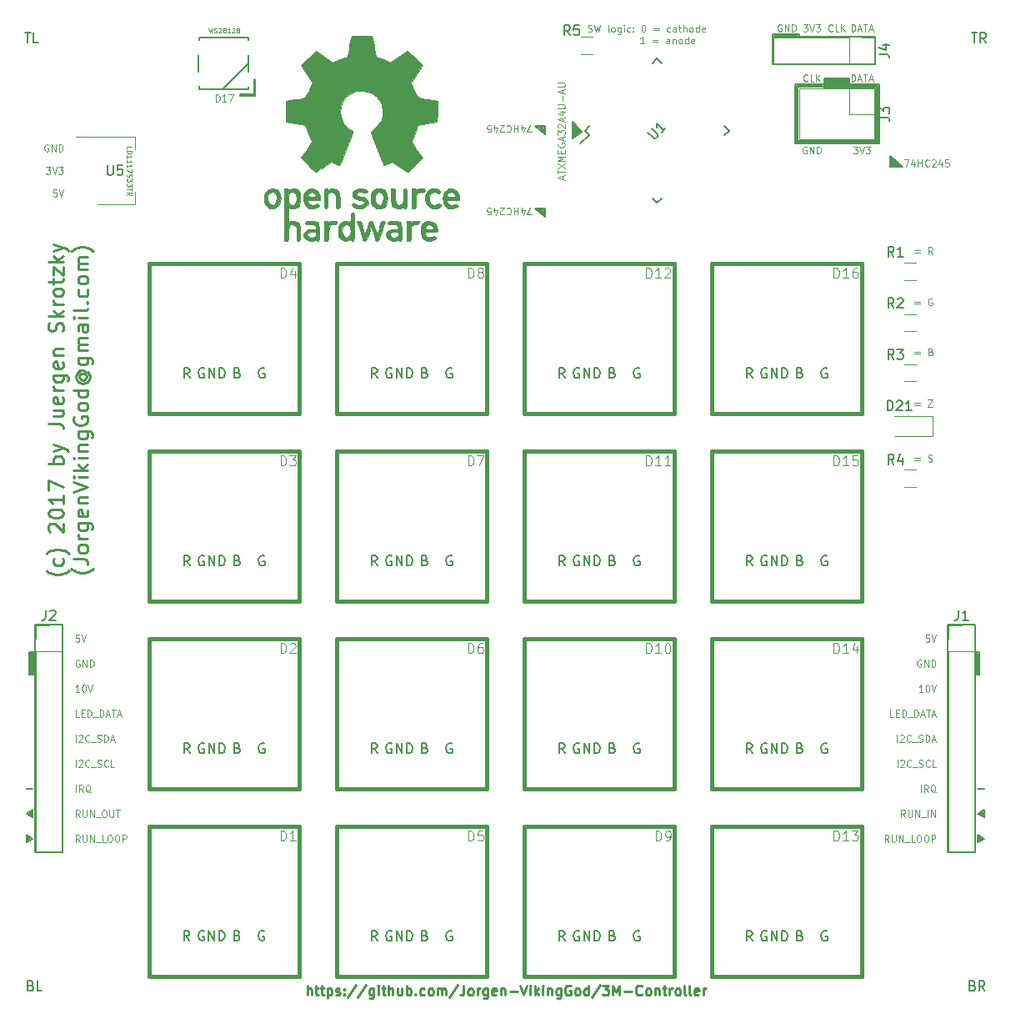
<source format=gbr>
G04 #@! TF.FileFunction,Legend,Top*
%FSLAX46Y46*%
G04 Gerber Fmt 4.6, Leading zero omitted, Abs format (unit mm)*
G04 Created by KiCad (PCBNEW 4.0.6) date 2017 July 24, Monday 19:52:19*
%MOMM*%
%LPD*%
G01*
G04 APERTURE LIST*
%ADD10C,0.100000*%
%ADD11C,0.200000*%
%ADD12C,0.125000*%
%ADD13C,0.250000*%
%ADD14C,0.120000*%
%ADD15C,0.381000*%
%ADD16C,0.010000*%
%ADD17C,0.150000*%
%ADD18C,0.203200*%
%ADD19C,0.050000*%
G04 APERTURE END LIST*
D10*
D11*
X147320000Y-40386000D02*
X149733000Y-40386000D01*
X147320000Y-40513000D02*
X147320000Y-40386000D01*
X149860000Y-40513000D02*
X147320000Y-40513000D01*
X149860000Y-40259000D02*
X149860000Y-40513000D01*
X147193000Y-40259000D02*
X149860000Y-40259000D01*
X147193000Y-40513000D02*
X147193000Y-40259000D01*
X147193000Y-43307000D02*
X147193000Y-40513000D01*
X157607000Y-43307000D02*
X147193000Y-43307000D01*
X157607000Y-40513000D02*
X157607000Y-43307000D01*
X147193000Y-40513000D02*
X157607000Y-40513000D01*
X164973000Y-100203000D02*
X167767000Y-100203000D01*
X164973000Y-123317000D02*
X164973000Y-100203000D01*
X167767000Y-123317000D02*
X164973000Y-123317000D01*
X167767000Y-100203000D02*
X167767000Y-123317000D01*
X167640000Y-100203000D02*
X167767000Y-100203000D01*
X72263000Y-123317000D02*
X72263000Y-100203000D01*
X75057000Y-123317000D02*
X72263000Y-123317000D01*
X75057000Y-100203000D02*
X75057000Y-123317000D01*
X72263000Y-100203000D02*
X75057000Y-100203000D01*
X168021000Y-116840000D02*
X168656000Y-116840000D01*
X72009000Y-116840000D02*
X71374000Y-116840000D01*
X71882000Y-119507000D02*
X71755000Y-119380000D01*
X71882000Y-119253000D02*
X71882000Y-119507000D01*
X71628000Y-119380000D02*
X71882000Y-119253000D01*
X71501000Y-122047000D02*
X71501000Y-121793000D01*
X71755000Y-121920000D02*
X71501000Y-122047000D01*
X71501000Y-121793000D02*
X71755000Y-121920000D01*
X71374000Y-122301000D02*
X72009000Y-121920000D01*
X71374000Y-121539000D02*
X71374000Y-122301000D01*
X72009000Y-121920000D02*
X71374000Y-121539000D01*
X72009000Y-119761000D02*
X72009000Y-118999000D01*
X71374000Y-119380000D02*
X72009000Y-119761000D01*
X72009000Y-118999000D02*
X71374000Y-119380000D01*
X168529000Y-119507000D02*
X168275000Y-119380000D01*
X168529000Y-119253000D02*
X168529000Y-119507000D01*
X168148000Y-119380000D02*
X168529000Y-119253000D01*
X168148000Y-122047000D02*
X168148000Y-121793000D01*
X168402000Y-121920000D02*
X168148000Y-122047000D01*
X168148000Y-121666000D02*
X168402000Y-121920000D01*
X168021000Y-122301000D02*
X168021000Y-121539000D01*
X168656000Y-121920000D02*
X168021000Y-122301000D01*
X168021000Y-121539000D02*
X168656000Y-121920000D01*
X168656000Y-119761000D02*
X168021000Y-119380000D01*
X168656000Y-118999000D02*
X168656000Y-119761000D01*
X168021000Y-119380000D02*
X168656000Y-118999000D01*
X167894000Y-105156000D02*
X167894000Y-103251000D01*
X168021000Y-105156000D02*
X167894000Y-105156000D01*
X168021000Y-103124000D02*
X168021000Y-105156000D01*
X167767000Y-103124000D02*
X168021000Y-103124000D01*
X167767000Y-105283000D02*
X167767000Y-103124000D01*
X168148000Y-105283000D02*
X167767000Y-105283000D01*
X168148000Y-102997000D02*
X168148000Y-105283000D01*
X167767000Y-102997000D02*
X168148000Y-102997000D01*
X72009000Y-105029000D02*
X72009000Y-103251000D01*
X71882000Y-105029000D02*
X72009000Y-105029000D01*
X71882000Y-103251000D02*
X71882000Y-105029000D01*
X72136000Y-103251000D02*
X71882000Y-103251000D01*
X72136000Y-105156000D02*
X72136000Y-103251000D01*
X71755000Y-105156000D02*
X72136000Y-105156000D01*
X71755000Y-103124000D02*
X71755000Y-105156000D01*
X72263000Y-103124000D02*
X71755000Y-103124000D01*
X72263000Y-105283000D02*
X72263000Y-103124000D01*
X71628000Y-105283000D02*
X72263000Y-105283000D01*
X71628000Y-102997000D02*
X71628000Y-105283000D01*
X72263000Y-102997000D02*
X71628000Y-102997000D01*
X93091000Y-46482000D02*
X93091000Y-46355000D01*
X94615000Y-46482000D02*
X93091000Y-46482000D01*
X94615000Y-44831000D02*
X94615000Y-46482000D01*
X94488000Y-44831000D02*
X94615000Y-44831000D01*
X94488000Y-46355000D02*
X94488000Y-44831000D01*
X93091000Y-46355000D02*
X94488000Y-46355000D01*
X123825000Y-49784000D02*
X123825000Y-49911000D01*
X123571000Y-49784000D02*
X123825000Y-49784000D01*
X123952000Y-50165000D02*
X123571000Y-49784000D01*
X123952000Y-49657000D02*
X123952000Y-50165000D01*
X123317000Y-49657000D02*
X123952000Y-49657000D01*
X124079000Y-50419000D02*
X123063000Y-49530000D01*
X124079000Y-49530000D02*
X124079000Y-50419000D01*
X123063000Y-49530000D02*
X124079000Y-49530000D01*
X123825000Y-58166000D02*
X123825000Y-58293000D01*
X123444000Y-58166000D02*
X123825000Y-58166000D01*
X123952000Y-58547000D02*
X123444000Y-58166000D01*
X123952000Y-58039000D02*
X123952000Y-58547000D01*
X123317000Y-58039000D02*
X123952000Y-58039000D01*
X124079000Y-58801000D02*
X123063000Y-57912000D01*
X124079000Y-57912000D02*
X124079000Y-58801000D01*
X123063000Y-57912000D02*
X124079000Y-57912000D01*
X159512000Y-53213000D02*
X159512000Y-53467000D01*
X159766000Y-53467000D02*
X159512000Y-53213000D01*
X159385000Y-53467000D02*
X159766000Y-53467000D01*
X159385000Y-52959000D02*
X159385000Y-53467000D01*
X160147000Y-53594000D02*
X159385000Y-52959000D01*
X159258000Y-53594000D02*
X160147000Y-53594000D01*
X159258000Y-52832000D02*
X159258000Y-53594000D01*
X159131000Y-52578000D02*
X159131000Y-53721000D01*
X160401000Y-53721000D02*
X159131000Y-52578000D01*
X159131000Y-53721000D02*
X160401000Y-53721000D01*
X127508000Y-49911000D02*
X127508000Y-50292000D01*
X127381000Y-49784000D02*
X127381000Y-50292000D01*
X127254000Y-49657000D02*
X127254000Y-50419000D01*
X127127000Y-49530000D02*
X127127000Y-50546000D01*
X127000000Y-49403000D02*
X127000000Y-50673000D01*
X127762000Y-50165000D02*
X126873000Y-49149000D01*
X126873000Y-50800000D02*
X127762000Y-50165000D01*
X126873000Y-49149000D02*
X126873000Y-50800000D01*
X157607000Y-45720000D02*
X154813000Y-45720000D01*
X157607000Y-51054000D02*
X157607000Y-45720000D01*
X149733000Y-51054000D02*
X157607000Y-51054000D01*
X149733000Y-45593000D02*
X149733000Y-51054000D01*
X152273000Y-45593000D02*
X149733000Y-45593000D01*
X152273000Y-45466000D02*
X152273000Y-45593000D01*
X149606000Y-45466000D02*
X152273000Y-45466000D01*
X149606000Y-51181000D02*
X149606000Y-45466000D01*
X157734000Y-51181000D02*
X149606000Y-51181000D01*
X157734000Y-45593000D02*
X157734000Y-51181000D01*
X155067000Y-45593000D02*
X157734000Y-45593000D01*
X155067000Y-45466000D02*
X155067000Y-45593000D01*
X157861000Y-45466000D02*
X155067000Y-45466000D01*
X157861000Y-51181000D02*
X157861000Y-45466000D01*
X149479000Y-45339000D02*
X152400000Y-45339000D01*
X149479000Y-51308000D02*
X149479000Y-45339000D01*
X157988000Y-51308000D02*
X149479000Y-51308000D01*
X157988000Y-45339000D02*
X157988000Y-51308000D01*
X154940000Y-45339000D02*
X157988000Y-45339000D01*
X152400000Y-44831000D02*
X154940000Y-44831000D01*
X152400000Y-44958000D02*
X154940000Y-44958000D01*
X152400000Y-45085000D02*
X154940000Y-45085000D01*
X152400000Y-45212000D02*
X154940000Y-45212000D01*
X152400000Y-45339000D02*
X154940000Y-45339000D01*
X152400000Y-45466000D02*
X154940000Y-45466000D01*
X152400000Y-45593000D02*
X154813000Y-45593000D01*
X154940000Y-45720000D02*
X152400000Y-45720000D01*
X154940000Y-44704000D02*
X154940000Y-45720000D01*
X152400000Y-44704000D02*
X154940000Y-44704000D01*
X152400000Y-45720000D02*
X152400000Y-44704000D01*
D12*
X148056667Y-39274000D02*
X147990001Y-39240667D01*
X147890001Y-39240667D01*
X147790001Y-39274000D01*
X147723334Y-39340667D01*
X147690001Y-39407333D01*
X147656667Y-39540667D01*
X147656667Y-39640667D01*
X147690001Y-39774000D01*
X147723334Y-39840667D01*
X147790001Y-39907333D01*
X147890001Y-39940667D01*
X147956667Y-39940667D01*
X148056667Y-39907333D01*
X148090001Y-39874000D01*
X148090001Y-39640667D01*
X147956667Y-39640667D01*
X148390001Y-39940667D02*
X148390001Y-39240667D01*
X148790001Y-39940667D01*
X148790001Y-39240667D01*
X149123334Y-39940667D02*
X149123334Y-39240667D01*
X149290000Y-39240667D01*
X149390000Y-39274000D01*
X149456667Y-39340667D01*
X149490000Y-39407333D01*
X149523334Y-39540667D01*
X149523334Y-39640667D01*
X149490000Y-39774000D01*
X149456667Y-39840667D01*
X149390000Y-39907333D01*
X149290000Y-39940667D01*
X149123334Y-39940667D01*
X150263333Y-39240667D02*
X150696666Y-39240667D01*
X150463333Y-39507333D01*
X150563333Y-39507333D01*
X150630000Y-39540667D01*
X150663333Y-39574000D01*
X150696666Y-39640667D01*
X150696666Y-39807333D01*
X150663333Y-39874000D01*
X150630000Y-39907333D01*
X150563333Y-39940667D01*
X150363333Y-39940667D01*
X150296666Y-39907333D01*
X150263333Y-39874000D01*
X150896667Y-39240667D02*
X151130000Y-39940667D01*
X151363333Y-39240667D01*
X151530000Y-39240667D02*
X151963333Y-39240667D01*
X151730000Y-39507333D01*
X151830000Y-39507333D01*
X151896667Y-39540667D01*
X151930000Y-39574000D01*
X151963333Y-39640667D01*
X151963333Y-39807333D01*
X151930000Y-39874000D01*
X151896667Y-39907333D01*
X151830000Y-39940667D01*
X151630000Y-39940667D01*
X151563333Y-39907333D01*
X151530000Y-39874000D01*
X153253334Y-39874000D02*
X153220000Y-39907333D01*
X153120000Y-39940667D01*
X153053334Y-39940667D01*
X152953334Y-39907333D01*
X152886667Y-39840667D01*
X152853334Y-39774000D01*
X152820000Y-39640667D01*
X152820000Y-39540667D01*
X152853334Y-39407333D01*
X152886667Y-39340667D01*
X152953334Y-39274000D01*
X153053334Y-39240667D01*
X153120000Y-39240667D01*
X153220000Y-39274000D01*
X153253334Y-39307333D01*
X153886667Y-39940667D02*
X153553334Y-39940667D01*
X153553334Y-39240667D01*
X154120001Y-39940667D02*
X154120001Y-39240667D01*
X154520001Y-39940667D02*
X154220001Y-39540667D01*
X154520001Y-39240667D02*
X154120001Y-39640667D01*
X155160001Y-39940667D02*
X155160001Y-39240667D01*
X155326667Y-39240667D01*
X155426667Y-39274000D01*
X155493334Y-39340667D01*
X155526667Y-39407333D01*
X155560001Y-39540667D01*
X155560001Y-39640667D01*
X155526667Y-39774000D01*
X155493334Y-39840667D01*
X155426667Y-39907333D01*
X155326667Y-39940667D01*
X155160001Y-39940667D01*
X155826667Y-39740667D02*
X156160001Y-39740667D01*
X155760001Y-39940667D02*
X155993334Y-39240667D01*
X156226667Y-39940667D01*
X156360001Y-39240667D02*
X156760001Y-39240667D01*
X156560001Y-39940667D02*
X156560001Y-39240667D01*
X156960000Y-39740667D02*
X157293334Y-39740667D01*
X156893334Y-39940667D02*
X157126667Y-39240667D01*
X157360000Y-39940667D01*
X128403333Y-39954833D02*
X128503333Y-39988167D01*
X128670000Y-39988167D01*
X128736667Y-39954833D01*
X128770000Y-39921500D01*
X128803333Y-39854833D01*
X128803333Y-39788167D01*
X128770000Y-39721500D01*
X128736667Y-39688167D01*
X128670000Y-39654833D01*
X128536667Y-39621500D01*
X128470000Y-39588167D01*
X128436667Y-39554833D01*
X128403333Y-39488167D01*
X128403333Y-39421500D01*
X128436667Y-39354833D01*
X128470000Y-39321500D01*
X128536667Y-39288167D01*
X128703333Y-39288167D01*
X128803333Y-39321500D01*
X129036667Y-39288167D02*
X129203334Y-39988167D01*
X129336667Y-39488167D01*
X129470000Y-39988167D01*
X129636667Y-39288167D01*
X130536667Y-39988167D02*
X130470000Y-39954833D01*
X130436667Y-39888167D01*
X130436667Y-39288167D01*
X130903334Y-39988167D02*
X130836667Y-39954833D01*
X130803334Y-39921500D01*
X130770000Y-39854833D01*
X130770000Y-39654833D01*
X130803334Y-39588167D01*
X130836667Y-39554833D01*
X130903334Y-39521500D01*
X131003334Y-39521500D01*
X131070000Y-39554833D01*
X131103334Y-39588167D01*
X131136667Y-39654833D01*
X131136667Y-39854833D01*
X131103334Y-39921500D01*
X131070000Y-39954833D01*
X131003334Y-39988167D01*
X130903334Y-39988167D01*
X131736667Y-39521500D02*
X131736667Y-40088167D01*
X131703333Y-40154833D01*
X131670000Y-40188167D01*
X131603333Y-40221500D01*
X131503333Y-40221500D01*
X131436667Y-40188167D01*
X131736667Y-39954833D02*
X131670000Y-39988167D01*
X131536667Y-39988167D01*
X131470000Y-39954833D01*
X131436667Y-39921500D01*
X131403333Y-39854833D01*
X131403333Y-39654833D01*
X131436667Y-39588167D01*
X131470000Y-39554833D01*
X131536667Y-39521500D01*
X131670000Y-39521500D01*
X131736667Y-39554833D01*
X132070000Y-39988167D02*
X132070000Y-39521500D01*
X132070000Y-39288167D02*
X132036666Y-39321500D01*
X132070000Y-39354833D01*
X132103333Y-39321500D01*
X132070000Y-39288167D01*
X132070000Y-39354833D01*
X132703333Y-39954833D02*
X132636666Y-39988167D01*
X132503333Y-39988167D01*
X132436666Y-39954833D01*
X132403333Y-39921500D01*
X132369999Y-39854833D01*
X132369999Y-39654833D01*
X132403333Y-39588167D01*
X132436666Y-39554833D01*
X132503333Y-39521500D01*
X132636666Y-39521500D01*
X132703333Y-39554833D01*
X133003333Y-39921500D02*
X133036666Y-39954833D01*
X133003333Y-39988167D01*
X132969999Y-39954833D01*
X133003333Y-39921500D01*
X133003333Y-39988167D01*
X133003333Y-39554833D02*
X133036666Y-39588167D01*
X133003333Y-39621500D01*
X132969999Y-39588167D01*
X133003333Y-39554833D01*
X133003333Y-39621500D01*
X134003332Y-39288167D02*
X134069999Y-39288167D01*
X134136665Y-39321500D01*
X134169999Y-39354833D01*
X134203332Y-39421500D01*
X134236665Y-39554833D01*
X134236665Y-39721500D01*
X134203332Y-39854833D01*
X134169999Y-39921500D01*
X134136665Y-39954833D01*
X134069999Y-39988167D01*
X134003332Y-39988167D01*
X133936665Y-39954833D01*
X133903332Y-39921500D01*
X133869999Y-39854833D01*
X133836665Y-39721500D01*
X133836665Y-39554833D01*
X133869999Y-39421500D01*
X133903332Y-39354833D01*
X133936665Y-39321500D01*
X134003332Y-39288167D01*
X135069999Y-39621500D02*
X135603332Y-39621500D01*
X135603332Y-39821500D02*
X135069999Y-39821500D01*
X136769999Y-39954833D02*
X136703332Y-39988167D01*
X136569999Y-39988167D01*
X136503332Y-39954833D01*
X136469999Y-39921500D01*
X136436665Y-39854833D01*
X136436665Y-39654833D01*
X136469999Y-39588167D01*
X136503332Y-39554833D01*
X136569999Y-39521500D01*
X136703332Y-39521500D01*
X136769999Y-39554833D01*
X137369999Y-39988167D02*
X137369999Y-39621500D01*
X137336665Y-39554833D01*
X137269999Y-39521500D01*
X137136665Y-39521500D01*
X137069999Y-39554833D01*
X137369999Y-39954833D02*
X137303332Y-39988167D01*
X137136665Y-39988167D01*
X137069999Y-39954833D01*
X137036665Y-39888167D01*
X137036665Y-39821500D01*
X137069999Y-39754833D01*
X137136665Y-39721500D01*
X137303332Y-39721500D01*
X137369999Y-39688167D01*
X137603332Y-39521500D02*
X137869998Y-39521500D01*
X137703332Y-39288167D02*
X137703332Y-39888167D01*
X137736665Y-39954833D01*
X137803332Y-39988167D01*
X137869998Y-39988167D01*
X138103332Y-39988167D02*
X138103332Y-39288167D01*
X138403332Y-39988167D02*
X138403332Y-39621500D01*
X138369998Y-39554833D01*
X138303332Y-39521500D01*
X138203332Y-39521500D01*
X138136665Y-39554833D01*
X138103332Y-39588167D01*
X138836665Y-39988167D02*
X138769998Y-39954833D01*
X138736665Y-39921500D01*
X138703331Y-39854833D01*
X138703331Y-39654833D01*
X138736665Y-39588167D01*
X138769998Y-39554833D01*
X138836665Y-39521500D01*
X138936665Y-39521500D01*
X139003331Y-39554833D01*
X139036665Y-39588167D01*
X139069998Y-39654833D01*
X139069998Y-39854833D01*
X139036665Y-39921500D01*
X139003331Y-39954833D01*
X138936665Y-39988167D01*
X138836665Y-39988167D01*
X139669998Y-39988167D02*
X139669998Y-39288167D01*
X139669998Y-39954833D02*
X139603331Y-39988167D01*
X139469998Y-39988167D01*
X139403331Y-39954833D01*
X139369998Y-39921500D01*
X139336664Y-39854833D01*
X139336664Y-39654833D01*
X139369998Y-39588167D01*
X139403331Y-39554833D01*
X139469998Y-39521500D01*
X139603331Y-39521500D01*
X139669998Y-39554833D01*
X140269997Y-39954833D02*
X140203331Y-39988167D01*
X140069997Y-39988167D01*
X140003331Y-39954833D01*
X139969997Y-39888167D01*
X139969997Y-39621500D01*
X140003331Y-39554833D01*
X140069997Y-39521500D01*
X140203331Y-39521500D01*
X140269997Y-39554833D01*
X140303331Y-39621500D01*
X140303331Y-39688167D01*
X139969997Y-39754833D01*
X134136663Y-41163167D02*
X133736663Y-41163167D01*
X133936663Y-41163167D02*
X133936663Y-40463167D01*
X133869997Y-40563167D01*
X133803330Y-40629833D01*
X133736663Y-40663167D01*
X134969997Y-40796500D02*
X135503330Y-40796500D01*
X135503330Y-40996500D02*
X134969997Y-40996500D01*
X136669997Y-41163167D02*
X136669997Y-40796500D01*
X136636663Y-40729833D01*
X136569997Y-40696500D01*
X136436663Y-40696500D01*
X136369997Y-40729833D01*
X136669997Y-41129833D02*
X136603330Y-41163167D01*
X136436663Y-41163167D01*
X136369997Y-41129833D01*
X136336663Y-41063167D01*
X136336663Y-40996500D01*
X136369997Y-40929833D01*
X136436663Y-40896500D01*
X136603330Y-40896500D01*
X136669997Y-40863167D01*
X137003330Y-40696500D02*
X137003330Y-41163167D01*
X137003330Y-40763167D02*
X137036663Y-40729833D01*
X137103330Y-40696500D01*
X137203330Y-40696500D01*
X137269996Y-40729833D01*
X137303330Y-40796500D01*
X137303330Y-41163167D01*
X137736663Y-41163167D02*
X137669996Y-41129833D01*
X137636663Y-41096500D01*
X137603329Y-41029833D01*
X137603329Y-40829833D01*
X137636663Y-40763167D01*
X137669996Y-40729833D01*
X137736663Y-40696500D01*
X137836663Y-40696500D01*
X137903329Y-40729833D01*
X137936663Y-40763167D01*
X137969996Y-40829833D01*
X137969996Y-41029833D01*
X137936663Y-41096500D01*
X137903329Y-41129833D01*
X137836663Y-41163167D01*
X137736663Y-41163167D01*
X138569996Y-41163167D02*
X138569996Y-40463167D01*
X138569996Y-41129833D02*
X138503329Y-41163167D01*
X138369996Y-41163167D01*
X138303329Y-41129833D01*
X138269996Y-41096500D01*
X138236662Y-41029833D01*
X138236662Y-40829833D01*
X138269996Y-40763167D01*
X138303329Y-40729833D01*
X138369996Y-40696500D01*
X138503329Y-40696500D01*
X138569996Y-40729833D01*
X139169995Y-41129833D02*
X139103329Y-41163167D01*
X138969995Y-41163167D01*
X138903329Y-41129833D01*
X138869995Y-41063167D01*
X138869995Y-40796500D01*
X138903329Y-40729833D01*
X138969995Y-40696500D01*
X139103329Y-40696500D01*
X139169995Y-40729833D01*
X139203329Y-40796500D01*
X139203329Y-40863167D01*
X138869995Y-40929833D01*
X161583667Y-77674000D02*
X162117000Y-77674000D01*
X162117000Y-77874000D02*
X161583667Y-77874000D01*
X162917000Y-77340667D02*
X163383667Y-77340667D01*
X162917000Y-78040667D01*
X163383667Y-78040667D01*
X161583667Y-83262000D02*
X162117000Y-83262000D01*
X162117000Y-83462000D02*
X161583667Y-83462000D01*
X162950333Y-83595333D02*
X163050333Y-83628667D01*
X163217000Y-83628667D01*
X163283667Y-83595333D01*
X163317000Y-83562000D01*
X163350333Y-83495333D01*
X163350333Y-83428667D01*
X163317000Y-83362000D01*
X163283667Y-83328667D01*
X163217000Y-83295333D01*
X163083667Y-83262000D01*
X163017000Y-83228667D01*
X162983667Y-83195333D01*
X162950333Y-83128667D01*
X162950333Y-83062000D01*
X162983667Y-82995333D01*
X163017000Y-82962000D01*
X163083667Y-82928667D01*
X163250333Y-82928667D01*
X163350333Y-82962000D01*
X161583667Y-62180000D02*
X162117000Y-62180000D01*
X162117000Y-62380000D02*
X161583667Y-62380000D01*
X163383667Y-62546667D02*
X163150333Y-62213333D01*
X162983667Y-62546667D02*
X162983667Y-61846667D01*
X163250333Y-61846667D01*
X163317000Y-61880000D01*
X163350333Y-61913333D01*
X163383667Y-61980000D01*
X163383667Y-62080000D01*
X163350333Y-62146667D01*
X163317000Y-62180000D01*
X163250333Y-62213333D01*
X162983667Y-62213333D01*
X161583667Y-72467000D02*
X162117000Y-72467000D01*
X162117000Y-72667000D02*
X161583667Y-72667000D01*
X163217000Y-72467000D02*
X163317000Y-72500333D01*
X163350333Y-72533667D01*
X163383667Y-72600333D01*
X163383667Y-72700333D01*
X163350333Y-72767000D01*
X163317000Y-72800333D01*
X163250333Y-72833667D01*
X162983667Y-72833667D01*
X162983667Y-72133667D01*
X163217000Y-72133667D01*
X163283667Y-72167000D01*
X163317000Y-72200333D01*
X163350333Y-72267000D01*
X163350333Y-72333667D01*
X163317000Y-72400333D01*
X163283667Y-72433667D01*
X163217000Y-72467000D01*
X162983667Y-72467000D01*
X161583667Y-67387000D02*
X162117000Y-67387000D01*
X162117000Y-67587000D02*
X161583667Y-67587000D01*
X163350333Y-67087000D02*
X163283667Y-67053667D01*
X163183667Y-67053667D01*
X163083667Y-67087000D01*
X163017000Y-67153667D01*
X162983667Y-67220333D01*
X162950333Y-67353667D01*
X162950333Y-67453667D01*
X162983667Y-67587000D01*
X163017000Y-67653667D01*
X163083667Y-67720333D01*
X163183667Y-67753667D01*
X163250333Y-67753667D01*
X163350333Y-67720333D01*
X163383667Y-67687000D01*
X163383667Y-67453667D01*
X163250333Y-67453667D01*
X122679334Y-58549333D02*
X122212667Y-58549333D01*
X122512667Y-57849333D01*
X121646000Y-58316000D02*
X121646000Y-57849333D01*
X121812667Y-58582667D02*
X121979334Y-58082667D01*
X121546000Y-58082667D01*
X121279333Y-57849333D02*
X121279333Y-58549333D01*
X121279333Y-58216000D02*
X120879333Y-58216000D01*
X120879333Y-57849333D02*
X120879333Y-58549333D01*
X120146000Y-57916000D02*
X120179334Y-57882667D01*
X120279334Y-57849333D01*
X120346000Y-57849333D01*
X120446000Y-57882667D01*
X120512667Y-57949333D01*
X120546000Y-58016000D01*
X120579334Y-58149333D01*
X120579334Y-58249333D01*
X120546000Y-58382667D01*
X120512667Y-58449333D01*
X120446000Y-58516000D01*
X120346000Y-58549333D01*
X120279334Y-58549333D01*
X120179334Y-58516000D01*
X120146000Y-58482667D01*
X119879334Y-58482667D02*
X119846000Y-58516000D01*
X119779334Y-58549333D01*
X119612667Y-58549333D01*
X119546000Y-58516000D01*
X119512667Y-58482667D01*
X119479334Y-58416000D01*
X119479334Y-58349333D01*
X119512667Y-58249333D01*
X119912667Y-57849333D01*
X119479334Y-57849333D01*
X118879333Y-58316000D02*
X118879333Y-57849333D01*
X119046000Y-58582667D02*
X119212667Y-58082667D01*
X118779333Y-58082667D01*
X118179333Y-58549333D02*
X118512666Y-58549333D01*
X118546000Y-58216000D01*
X118512666Y-58249333D01*
X118446000Y-58282667D01*
X118279333Y-58282667D01*
X118212666Y-58249333D01*
X118179333Y-58216000D01*
X118146000Y-58149333D01*
X118146000Y-57982667D01*
X118179333Y-57916000D01*
X118212666Y-57882667D01*
X118279333Y-57849333D01*
X118446000Y-57849333D01*
X118512666Y-57882667D01*
X118546000Y-57916000D01*
X150599909Y-51666884D02*
X150533243Y-51633551D01*
X150433243Y-51633551D01*
X150333243Y-51666884D01*
X150266576Y-51733551D01*
X150233243Y-51800217D01*
X150199909Y-51933551D01*
X150199909Y-52033551D01*
X150233243Y-52166884D01*
X150266576Y-52233551D01*
X150333243Y-52300217D01*
X150433243Y-52333551D01*
X150499909Y-52333551D01*
X150599909Y-52300217D01*
X150633243Y-52266884D01*
X150633243Y-52033551D01*
X150499909Y-52033551D01*
X150933243Y-52333551D02*
X150933243Y-51633551D01*
X151333243Y-52333551D01*
X151333243Y-51633551D01*
X151666576Y-52333551D02*
X151666576Y-51633551D01*
X151833242Y-51633551D01*
X151933242Y-51666884D01*
X151999909Y-51733551D01*
X152033242Y-51800217D01*
X152066576Y-51933551D01*
X152066576Y-52033551D01*
X152033242Y-52166884D01*
X151999909Y-52233551D01*
X151933242Y-52300217D01*
X151833242Y-52333551D01*
X151666576Y-52333551D01*
X155346575Y-51633551D02*
X155779908Y-51633551D01*
X155546575Y-51900217D01*
X155646575Y-51900217D01*
X155713242Y-51933551D01*
X155746575Y-51966884D01*
X155779908Y-52033551D01*
X155779908Y-52200217D01*
X155746575Y-52266884D01*
X155713242Y-52300217D01*
X155646575Y-52333551D01*
X155446575Y-52333551D01*
X155379908Y-52300217D01*
X155346575Y-52266884D01*
X155979909Y-51633551D02*
X156213242Y-52333551D01*
X156446575Y-51633551D01*
X156613242Y-51633551D02*
X157046575Y-51633551D01*
X156813242Y-51900217D01*
X156913242Y-51900217D01*
X156979909Y-51933551D01*
X157013242Y-51966884D01*
X157046575Y-52033551D01*
X157046575Y-52200217D01*
X157013242Y-52266884D01*
X156979909Y-52300217D01*
X156913242Y-52333551D01*
X156713242Y-52333551D01*
X156646575Y-52300217D01*
X156613242Y-52266884D01*
X150713334Y-44954000D02*
X150680000Y-44987333D01*
X150580000Y-45020667D01*
X150513334Y-45020667D01*
X150413334Y-44987333D01*
X150346667Y-44920667D01*
X150313334Y-44854000D01*
X150280000Y-44720667D01*
X150280000Y-44620667D01*
X150313334Y-44487333D01*
X150346667Y-44420667D01*
X150413334Y-44354000D01*
X150513334Y-44320667D01*
X150580000Y-44320667D01*
X150680000Y-44354000D01*
X150713334Y-44387333D01*
X151346667Y-45020667D02*
X151013334Y-45020667D01*
X151013334Y-44320667D01*
X151580001Y-45020667D02*
X151580001Y-44320667D01*
X151980001Y-45020667D02*
X151680001Y-44620667D01*
X151980001Y-44320667D02*
X151580001Y-44720667D01*
X74417333Y-56004667D02*
X74084000Y-56004667D01*
X74050666Y-56338000D01*
X74084000Y-56304667D01*
X74150666Y-56271333D01*
X74317333Y-56271333D01*
X74384000Y-56304667D01*
X74417333Y-56338000D01*
X74450666Y-56404667D01*
X74450666Y-56571333D01*
X74417333Y-56638000D01*
X74384000Y-56671333D01*
X74317333Y-56704667D01*
X74150666Y-56704667D01*
X74084000Y-56671333D01*
X74050666Y-56638000D01*
X74650667Y-56004667D02*
X74884000Y-56704667D01*
X75117333Y-56004667D01*
X73350666Y-53718667D02*
X73783999Y-53718667D01*
X73550666Y-53985333D01*
X73650666Y-53985333D01*
X73717333Y-54018667D01*
X73750666Y-54052000D01*
X73783999Y-54118667D01*
X73783999Y-54285333D01*
X73750666Y-54352000D01*
X73717333Y-54385333D01*
X73650666Y-54418667D01*
X73450666Y-54418667D01*
X73383999Y-54385333D01*
X73350666Y-54352000D01*
X73984000Y-53718667D02*
X74217333Y-54418667D01*
X74450666Y-53718667D01*
X74617333Y-53718667D02*
X75050666Y-53718667D01*
X74817333Y-53985333D01*
X74917333Y-53985333D01*
X74984000Y-54018667D01*
X75017333Y-54052000D01*
X75050666Y-54118667D01*
X75050666Y-54285333D01*
X75017333Y-54352000D01*
X74984000Y-54385333D01*
X74917333Y-54418667D01*
X74717333Y-54418667D01*
X74650666Y-54385333D01*
X74617333Y-54352000D01*
X76366667Y-112076667D02*
X76366667Y-111376667D01*
X76666666Y-111443333D02*
X76700000Y-111410000D01*
X76766666Y-111376667D01*
X76933333Y-111376667D01*
X77000000Y-111410000D01*
X77033333Y-111443333D01*
X77066666Y-111510000D01*
X77066666Y-111576667D01*
X77033333Y-111676667D01*
X76633333Y-112076667D01*
X77066666Y-112076667D01*
X77766667Y-112010000D02*
X77733333Y-112043333D01*
X77633333Y-112076667D01*
X77566667Y-112076667D01*
X77466667Y-112043333D01*
X77400000Y-111976667D01*
X77366667Y-111910000D01*
X77333333Y-111776667D01*
X77333333Y-111676667D01*
X77366667Y-111543333D01*
X77400000Y-111476667D01*
X77466667Y-111410000D01*
X77566667Y-111376667D01*
X77633333Y-111376667D01*
X77733333Y-111410000D01*
X77766667Y-111443333D01*
X77900000Y-112143333D02*
X78433333Y-112143333D01*
X78566666Y-112043333D02*
X78666666Y-112076667D01*
X78833333Y-112076667D01*
X78900000Y-112043333D01*
X78933333Y-112010000D01*
X78966666Y-111943333D01*
X78966666Y-111876667D01*
X78933333Y-111810000D01*
X78900000Y-111776667D01*
X78833333Y-111743333D01*
X78700000Y-111710000D01*
X78633333Y-111676667D01*
X78600000Y-111643333D01*
X78566666Y-111576667D01*
X78566666Y-111510000D01*
X78600000Y-111443333D01*
X78633333Y-111410000D01*
X78700000Y-111376667D01*
X78866666Y-111376667D01*
X78966666Y-111410000D01*
X79266667Y-112076667D02*
X79266667Y-111376667D01*
X79433333Y-111376667D01*
X79533333Y-111410000D01*
X79600000Y-111476667D01*
X79633333Y-111543333D01*
X79666667Y-111676667D01*
X79666667Y-111776667D01*
X79633333Y-111910000D01*
X79600000Y-111976667D01*
X79533333Y-112043333D01*
X79433333Y-112076667D01*
X79266667Y-112076667D01*
X79933333Y-111876667D02*
X80266667Y-111876667D01*
X79866667Y-112076667D02*
X80100000Y-111376667D01*
X80333333Y-112076667D01*
X76700000Y-109536667D02*
X76366667Y-109536667D01*
X76366667Y-108836667D01*
X76933334Y-109170000D02*
X77166667Y-109170000D01*
X77266667Y-109536667D02*
X76933334Y-109536667D01*
X76933334Y-108836667D01*
X77266667Y-108836667D01*
X77566667Y-109536667D02*
X77566667Y-108836667D01*
X77733333Y-108836667D01*
X77833333Y-108870000D01*
X77900000Y-108936667D01*
X77933333Y-109003333D01*
X77966667Y-109136667D01*
X77966667Y-109236667D01*
X77933333Y-109370000D01*
X77900000Y-109436667D01*
X77833333Y-109503333D01*
X77733333Y-109536667D01*
X77566667Y-109536667D01*
X78100000Y-109603333D02*
X78633333Y-109603333D01*
X78800000Y-109536667D02*
X78800000Y-108836667D01*
X78966666Y-108836667D01*
X79066666Y-108870000D01*
X79133333Y-108936667D01*
X79166666Y-109003333D01*
X79200000Y-109136667D01*
X79200000Y-109236667D01*
X79166666Y-109370000D01*
X79133333Y-109436667D01*
X79066666Y-109503333D01*
X78966666Y-109536667D01*
X78800000Y-109536667D01*
X79466666Y-109336667D02*
X79800000Y-109336667D01*
X79400000Y-109536667D02*
X79633333Y-108836667D01*
X79866666Y-109536667D01*
X80000000Y-108836667D02*
X80400000Y-108836667D01*
X80200000Y-109536667D02*
X80200000Y-108836667D01*
X80599999Y-109336667D02*
X80933333Y-109336667D01*
X80533333Y-109536667D02*
X80766666Y-108836667D01*
X80999999Y-109536667D01*
X76733333Y-106996667D02*
X76333333Y-106996667D01*
X76533333Y-106996667D02*
X76533333Y-106296667D01*
X76466667Y-106396667D01*
X76400000Y-106463333D01*
X76333333Y-106496667D01*
X77166667Y-106296667D02*
X77233334Y-106296667D01*
X77300000Y-106330000D01*
X77333334Y-106363333D01*
X77366667Y-106430000D01*
X77400000Y-106563333D01*
X77400000Y-106730000D01*
X77366667Y-106863333D01*
X77333334Y-106930000D01*
X77300000Y-106963333D01*
X77233334Y-106996667D01*
X77166667Y-106996667D01*
X77100000Y-106963333D01*
X77066667Y-106930000D01*
X77033334Y-106863333D01*
X77000000Y-106730000D01*
X77000000Y-106563333D01*
X77033334Y-106430000D01*
X77066667Y-106363333D01*
X77100000Y-106330000D01*
X77166667Y-106296667D01*
X77600001Y-106296667D02*
X77833334Y-106996667D01*
X78066667Y-106296667D01*
X76733333Y-103790000D02*
X76666667Y-103756667D01*
X76566667Y-103756667D01*
X76466667Y-103790000D01*
X76400000Y-103856667D01*
X76366667Y-103923333D01*
X76333333Y-104056667D01*
X76333333Y-104156667D01*
X76366667Y-104290000D01*
X76400000Y-104356667D01*
X76466667Y-104423333D01*
X76566667Y-104456667D01*
X76633333Y-104456667D01*
X76733333Y-104423333D01*
X76766667Y-104390000D01*
X76766667Y-104156667D01*
X76633333Y-104156667D01*
X77066667Y-104456667D02*
X77066667Y-103756667D01*
X77466667Y-104456667D01*
X77466667Y-103756667D01*
X77800000Y-104456667D02*
X77800000Y-103756667D01*
X77966666Y-103756667D01*
X78066666Y-103790000D01*
X78133333Y-103856667D01*
X78166666Y-103923333D01*
X78200000Y-104056667D01*
X78200000Y-104156667D01*
X78166666Y-104290000D01*
X78133333Y-104356667D01*
X78066666Y-104423333D01*
X77966666Y-104456667D01*
X77800000Y-104456667D01*
X76766667Y-119696667D02*
X76533333Y-119363333D01*
X76366667Y-119696667D02*
X76366667Y-118996667D01*
X76633333Y-118996667D01*
X76700000Y-119030000D01*
X76733333Y-119063333D01*
X76766667Y-119130000D01*
X76766667Y-119230000D01*
X76733333Y-119296667D01*
X76700000Y-119330000D01*
X76633333Y-119363333D01*
X76366667Y-119363333D01*
X77066667Y-118996667D02*
X77066667Y-119563333D01*
X77100000Y-119630000D01*
X77133333Y-119663333D01*
X77200000Y-119696667D01*
X77333333Y-119696667D01*
X77400000Y-119663333D01*
X77433333Y-119630000D01*
X77466667Y-119563333D01*
X77466667Y-118996667D01*
X77800000Y-119696667D02*
X77800000Y-118996667D01*
X78200000Y-119696667D01*
X78200000Y-118996667D01*
X78366666Y-119763333D02*
X78899999Y-119763333D01*
X79199999Y-118996667D02*
X79333332Y-118996667D01*
X79399999Y-119030000D01*
X79466666Y-119096667D01*
X79499999Y-119230000D01*
X79499999Y-119463333D01*
X79466666Y-119596667D01*
X79399999Y-119663333D01*
X79333332Y-119696667D01*
X79199999Y-119696667D01*
X79133332Y-119663333D01*
X79066666Y-119596667D01*
X79033332Y-119463333D01*
X79033332Y-119230000D01*
X79066666Y-119096667D01*
X79133332Y-119030000D01*
X79199999Y-118996667D01*
X79799999Y-118996667D02*
X79799999Y-119563333D01*
X79833332Y-119630000D01*
X79866665Y-119663333D01*
X79933332Y-119696667D01*
X80066665Y-119696667D01*
X80133332Y-119663333D01*
X80166665Y-119630000D01*
X80199999Y-119563333D01*
X80199999Y-118996667D01*
X80433332Y-118996667D02*
X80833332Y-118996667D01*
X80633332Y-119696667D02*
X80633332Y-118996667D01*
X76766667Y-122236667D02*
X76533333Y-121903333D01*
X76366667Y-122236667D02*
X76366667Y-121536667D01*
X76633333Y-121536667D01*
X76700000Y-121570000D01*
X76733333Y-121603333D01*
X76766667Y-121670000D01*
X76766667Y-121770000D01*
X76733333Y-121836667D01*
X76700000Y-121870000D01*
X76633333Y-121903333D01*
X76366667Y-121903333D01*
X77066667Y-121536667D02*
X77066667Y-122103333D01*
X77100000Y-122170000D01*
X77133333Y-122203333D01*
X77200000Y-122236667D01*
X77333333Y-122236667D01*
X77400000Y-122203333D01*
X77433333Y-122170000D01*
X77466667Y-122103333D01*
X77466667Y-121536667D01*
X77800000Y-122236667D02*
X77800000Y-121536667D01*
X78200000Y-122236667D01*
X78200000Y-121536667D01*
X78366666Y-122303333D02*
X78899999Y-122303333D01*
X79399999Y-122236667D02*
X79066666Y-122236667D01*
X79066666Y-121536667D01*
X79766666Y-121536667D02*
X79899999Y-121536667D01*
X79966666Y-121570000D01*
X80033333Y-121636667D01*
X80066666Y-121770000D01*
X80066666Y-122003333D01*
X80033333Y-122136667D01*
X79966666Y-122203333D01*
X79899999Y-122236667D01*
X79766666Y-122236667D01*
X79699999Y-122203333D01*
X79633333Y-122136667D01*
X79599999Y-122003333D01*
X79599999Y-121770000D01*
X79633333Y-121636667D01*
X79699999Y-121570000D01*
X79766666Y-121536667D01*
X80499999Y-121536667D02*
X80633332Y-121536667D01*
X80699999Y-121570000D01*
X80766666Y-121636667D01*
X80799999Y-121770000D01*
X80799999Y-122003333D01*
X80766666Y-122136667D01*
X80699999Y-122203333D01*
X80633332Y-122236667D01*
X80499999Y-122236667D01*
X80433332Y-122203333D01*
X80366666Y-122136667D01*
X80333332Y-122003333D01*
X80333332Y-121770000D01*
X80366666Y-121636667D01*
X80433332Y-121570000D01*
X80499999Y-121536667D01*
X81099999Y-122236667D02*
X81099999Y-121536667D01*
X81366665Y-121536667D01*
X81433332Y-121570000D01*
X81466665Y-121603333D01*
X81499999Y-121670000D01*
X81499999Y-121770000D01*
X81466665Y-121836667D01*
X81433332Y-121870000D01*
X81366665Y-121903333D01*
X81099999Y-121903333D01*
X76366667Y-117156667D02*
X76366667Y-116456667D01*
X77100000Y-117156667D02*
X76866666Y-116823333D01*
X76700000Y-117156667D02*
X76700000Y-116456667D01*
X76966666Y-116456667D01*
X77033333Y-116490000D01*
X77066666Y-116523333D01*
X77100000Y-116590000D01*
X77100000Y-116690000D01*
X77066666Y-116756667D01*
X77033333Y-116790000D01*
X76966666Y-116823333D01*
X76700000Y-116823333D01*
X77866666Y-117223333D02*
X77800000Y-117190000D01*
X77733333Y-117123333D01*
X77633333Y-117023333D01*
X77566666Y-116990000D01*
X77500000Y-116990000D01*
X77533333Y-117156667D02*
X77466666Y-117123333D01*
X77400000Y-117056667D01*
X77366666Y-116923333D01*
X77366666Y-116690000D01*
X77400000Y-116556667D01*
X77466666Y-116490000D01*
X77533333Y-116456667D01*
X77666666Y-116456667D01*
X77733333Y-116490000D01*
X77800000Y-116556667D01*
X77833333Y-116690000D01*
X77833333Y-116923333D01*
X77800000Y-117056667D01*
X77733333Y-117123333D01*
X77666666Y-117156667D01*
X77533333Y-117156667D01*
X76366667Y-114616667D02*
X76366667Y-113916667D01*
X76666666Y-113983333D02*
X76700000Y-113950000D01*
X76766666Y-113916667D01*
X76933333Y-113916667D01*
X77000000Y-113950000D01*
X77033333Y-113983333D01*
X77066666Y-114050000D01*
X77066666Y-114116667D01*
X77033333Y-114216667D01*
X76633333Y-114616667D01*
X77066666Y-114616667D01*
X77766667Y-114550000D02*
X77733333Y-114583333D01*
X77633333Y-114616667D01*
X77566667Y-114616667D01*
X77466667Y-114583333D01*
X77400000Y-114516667D01*
X77366667Y-114450000D01*
X77333333Y-114316667D01*
X77333333Y-114216667D01*
X77366667Y-114083333D01*
X77400000Y-114016667D01*
X77466667Y-113950000D01*
X77566667Y-113916667D01*
X77633333Y-113916667D01*
X77733333Y-113950000D01*
X77766667Y-113983333D01*
X77900000Y-114683333D02*
X78433333Y-114683333D01*
X78566666Y-114583333D02*
X78666666Y-114616667D01*
X78833333Y-114616667D01*
X78900000Y-114583333D01*
X78933333Y-114550000D01*
X78966666Y-114483333D01*
X78966666Y-114416667D01*
X78933333Y-114350000D01*
X78900000Y-114316667D01*
X78833333Y-114283333D01*
X78700000Y-114250000D01*
X78633333Y-114216667D01*
X78600000Y-114183333D01*
X78566666Y-114116667D01*
X78566666Y-114050000D01*
X78600000Y-113983333D01*
X78633333Y-113950000D01*
X78700000Y-113916667D01*
X78866666Y-113916667D01*
X78966666Y-113950000D01*
X79666667Y-114550000D02*
X79633333Y-114583333D01*
X79533333Y-114616667D01*
X79466667Y-114616667D01*
X79366667Y-114583333D01*
X79300000Y-114516667D01*
X79266667Y-114450000D01*
X79233333Y-114316667D01*
X79233333Y-114216667D01*
X79266667Y-114083333D01*
X79300000Y-114016667D01*
X79366667Y-113950000D01*
X79466667Y-113916667D01*
X79533333Y-113916667D01*
X79633333Y-113950000D01*
X79666667Y-113983333D01*
X80300000Y-114616667D02*
X79966667Y-114616667D01*
X79966667Y-113916667D01*
X76700000Y-101216667D02*
X76366667Y-101216667D01*
X76333333Y-101550000D01*
X76366667Y-101516667D01*
X76433333Y-101483333D01*
X76600000Y-101483333D01*
X76666667Y-101516667D01*
X76700000Y-101550000D01*
X76733333Y-101616667D01*
X76733333Y-101783333D01*
X76700000Y-101850000D01*
X76666667Y-101883333D01*
X76600000Y-101916667D01*
X76433333Y-101916667D01*
X76366667Y-101883333D01*
X76333333Y-101850000D01*
X76933334Y-101216667D02*
X77166667Y-101916667D01*
X77400000Y-101216667D01*
X158963335Y-122236667D02*
X158730001Y-121903333D01*
X158563335Y-122236667D02*
X158563335Y-121536667D01*
X158830001Y-121536667D01*
X158896668Y-121570000D01*
X158930001Y-121603333D01*
X158963335Y-121670000D01*
X158963335Y-121770000D01*
X158930001Y-121836667D01*
X158896668Y-121870000D01*
X158830001Y-121903333D01*
X158563335Y-121903333D01*
X159263335Y-121536667D02*
X159263335Y-122103333D01*
X159296668Y-122170000D01*
X159330001Y-122203333D01*
X159396668Y-122236667D01*
X159530001Y-122236667D01*
X159596668Y-122203333D01*
X159630001Y-122170000D01*
X159663335Y-122103333D01*
X159663335Y-121536667D01*
X159996668Y-122236667D02*
X159996668Y-121536667D01*
X160396668Y-122236667D01*
X160396668Y-121536667D01*
X160563334Y-122303333D02*
X161096667Y-122303333D01*
X161596667Y-122236667D02*
X161263334Y-122236667D01*
X161263334Y-121536667D01*
X161963334Y-121536667D02*
X162096667Y-121536667D01*
X162163334Y-121570000D01*
X162230001Y-121636667D01*
X162263334Y-121770000D01*
X162263334Y-122003333D01*
X162230001Y-122136667D01*
X162163334Y-122203333D01*
X162096667Y-122236667D01*
X161963334Y-122236667D01*
X161896667Y-122203333D01*
X161830001Y-122136667D01*
X161796667Y-122003333D01*
X161796667Y-121770000D01*
X161830001Y-121636667D01*
X161896667Y-121570000D01*
X161963334Y-121536667D01*
X162696667Y-121536667D02*
X162830000Y-121536667D01*
X162896667Y-121570000D01*
X162963334Y-121636667D01*
X162996667Y-121770000D01*
X162996667Y-122003333D01*
X162963334Y-122136667D01*
X162896667Y-122203333D01*
X162830000Y-122236667D01*
X162696667Y-122236667D01*
X162630000Y-122203333D01*
X162563334Y-122136667D01*
X162530000Y-122003333D01*
X162530000Y-121770000D01*
X162563334Y-121636667D01*
X162630000Y-121570000D01*
X162696667Y-121536667D01*
X163296667Y-122236667D02*
X163296667Y-121536667D01*
X163563333Y-121536667D01*
X163630000Y-121570000D01*
X163663333Y-121603333D01*
X163696667Y-121670000D01*
X163696667Y-121770000D01*
X163663333Y-121836667D01*
X163630000Y-121870000D01*
X163563333Y-121903333D01*
X163296667Y-121903333D01*
X160630002Y-119696667D02*
X160396668Y-119363333D01*
X160230002Y-119696667D02*
X160230002Y-118996667D01*
X160496668Y-118996667D01*
X160563335Y-119030000D01*
X160596668Y-119063333D01*
X160630002Y-119130000D01*
X160630002Y-119230000D01*
X160596668Y-119296667D01*
X160563335Y-119330000D01*
X160496668Y-119363333D01*
X160230002Y-119363333D01*
X160930002Y-118996667D02*
X160930002Y-119563333D01*
X160963335Y-119630000D01*
X160996668Y-119663333D01*
X161063335Y-119696667D01*
X161196668Y-119696667D01*
X161263335Y-119663333D01*
X161296668Y-119630000D01*
X161330002Y-119563333D01*
X161330002Y-118996667D01*
X161663335Y-119696667D02*
X161663335Y-118996667D01*
X162063335Y-119696667D01*
X162063335Y-118996667D01*
X162230001Y-119763333D02*
X162763334Y-119763333D01*
X162930001Y-119696667D02*
X162930001Y-118996667D01*
X163263334Y-119696667D02*
X163263334Y-118996667D01*
X163663334Y-119696667D01*
X163663334Y-118996667D01*
X162230001Y-117156667D02*
X162230001Y-116456667D01*
X162963334Y-117156667D02*
X162730000Y-116823333D01*
X162563334Y-117156667D02*
X162563334Y-116456667D01*
X162830000Y-116456667D01*
X162896667Y-116490000D01*
X162930000Y-116523333D01*
X162963334Y-116590000D01*
X162963334Y-116690000D01*
X162930000Y-116756667D01*
X162896667Y-116790000D01*
X162830000Y-116823333D01*
X162563334Y-116823333D01*
X163730000Y-117223333D02*
X163663334Y-117190000D01*
X163596667Y-117123333D01*
X163496667Y-117023333D01*
X163430000Y-116990000D01*
X163363334Y-116990000D01*
X163396667Y-117156667D02*
X163330000Y-117123333D01*
X163263334Y-117056667D01*
X163230000Y-116923333D01*
X163230000Y-116690000D01*
X163263334Y-116556667D01*
X163330000Y-116490000D01*
X163396667Y-116456667D01*
X163530000Y-116456667D01*
X163596667Y-116490000D01*
X163663334Y-116556667D01*
X163696667Y-116690000D01*
X163696667Y-116923333D01*
X163663334Y-117056667D01*
X163596667Y-117123333D01*
X163530000Y-117156667D01*
X163396667Y-117156667D01*
X159830000Y-114616667D02*
X159830000Y-113916667D01*
X160129999Y-113983333D02*
X160163333Y-113950000D01*
X160229999Y-113916667D01*
X160396666Y-113916667D01*
X160463333Y-113950000D01*
X160496666Y-113983333D01*
X160529999Y-114050000D01*
X160529999Y-114116667D01*
X160496666Y-114216667D01*
X160096666Y-114616667D01*
X160529999Y-114616667D01*
X161230000Y-114550000D02*
X161196666Y-114583333D01*
X161096666Y-114616667D01*
X161030000Y-114616667D01*
X160930000Y-114583333D01*
X160863333Y-114516667D01*
X160830000Y-114450000D01*
X160796666Y-114316667D01*
X160796666Y-114216667D01*
X160830000Y-114083333D01*
X160863333Y-114016667D01*
X160930000Y-113950000D01*
X161030000Y-113916667D01*
X161096666Y-113916667D01*
X161196666Y-113950000D01*
X161230000Y-113983333D01*
X161363333Y-114683333D02*
X161896666Y-114683333D01*
X162029999Y-114583333D02*
X162129999Y-114616667D01*
X162296666Y-114616667D01*
X162363333Y-114583333D01*
X162396666Y-114550000D01*
X162429999Y-114483333D01*
X162429999Y-114416667D01*
X162396666Y-114350000D01*
X162363333Y-114316667D01*
X162296666Y-114283333D01*
X162163333Y-114250000D01*
X162096666Y-114216667D01*
X162063333Y-114183333D01*
X162029999Y-114116667D01*
X162029999Y-114050000D01*
X162063333Y-113983333D01*
X162096666Y-113950000D01*
X162163333Y-113916667D01*
X162329999Y-113916667D01*
X162429999Y-113950000D01*
X163130000Y-114550000D02*
X163096666Y-114583333D01*
X162996666Y-114616667D01*
X162930000Y-114616667D01*
X162830000Y-114583333D01*
X162763333Y-114516667D01*
X162730000Y-114450000D01*
X162696666Y-114316667D01*
X162696666Y-114216667D01*
X162730000Y-114083333D01*
X162763333Y-114016667D01*
X162830000Y-113950000D01*
X162930000Y-113916667D01*
X162996666Y-113916667D01*
X163096666Y-113950000D01*
X163130000Y-113983333D01*
X163763333Y-114616667D02*
X163430000Y-114616667D01*
X163430000Y-113916667D01*
X159796667Y-112076667D02*
X159796667Y-111376667D01*
X160096666Y-111443333D02*
X160130000Y-111410000D01*
X160196666Y-111376667D01*
X160363333Y-111376667D01*
X160430000Y-111410000D01*
X160463333Y-111443333D01*
X160496666Y-111510000D01*
X160496666Y-111576667D01*
X160463333Y-111676667D01*
X160063333Y-112076667D01*
X160496666Y-112076667D01*
X161196667Y-112010000D02*
X161163333Y-112043333D01*
X161063333Y-112076667D01*
X160996667Y-112076667D01*
X160896667Y-112043333D01*
X160830000Y-111976667D01*
X160796667Y-111910000D01*
X160763333Y-111776667D01*
X160763333Y-111676667D01*
X160796667Y-111543333D01*
X160830000Y-111476667D01*
X160896667Y-111410000D01*
X160996667Y-111376667D01*
X161063333Y-111376667D01*
X161163333Y-111410000D01*
X161196667Y-111443333D01*
X161330000Y-112143333D02*
X161863333Y-112143333D01*
X161996666Y-112043333D02*
X162096666Y-112076667D01*
X162263333Y-112076667D01*
X162330000Y-112043333D01*
X162363333Y-112010000D01*
X162396666Y-111943333D01*
X162396666Y-111876667D01*
X162363333Y-111810000D01*
X162330000Y-111776667D01*
X162263333Y-111743333D01*
X162130000Y-111710000D01*
X162063333Y-111676667D01*
X162030000Y-111643333D01*
X161996666Y-111576667D01*
X161996666Y-111510000D01*
X162030000Y-111443333D01*
X162063333Y-111410000D01*
X162130000Y-111376667D01*
X162296666Y-111376667D01*
X162396666Y-111410000D01*
X162696667Y-112076667D02*
X162696667Y-111376667D01*
X162863333Y-111376667D01*
X162963333Y-111410000D01*
X163030000Y-111476667D01*
X163063333Y-111543333D01*
X163096667Y-111676667D01*
X163096667Y-111776667D01*
X163063333Y-111910000D01*
X163030000Y-111976667D01*
X162963333Y-112043333D01*
X162863333Y-112076667D01*
X162696667Y-112076667D01*
X163363333Y-111876667D02*
X163696667Y-111876667D01*
X163296667Y-112076667D02*
X163530000Y-111376667D01*
X163763333Y-112076667D01*
X159463334Y-109536667D02*
X159130001Y-109536667D01*
X159130001Y-108836667D01*
X159696668Y-109170000D02*
X159930001Y-109170000D01*
X160030001Y-109536667D02*
X159696668Y-109536667D01*
X159696668Y-108836667D01*
X160030001Y-108836667D01*
X160330001Y-109536667D02*
X160330001Y-108836667D01*
X160496667Y-108836667D01*
X160596667Y-108870000D01*
X160663334Y-108936667D01*
X160696667Y-109003333D01*
X160730001Y-109136667D01*
X160730001Y-109236667D01*
X160696667Y-109370000D01*
X160663334Y-109436667D01*
X160596667Y-109503333D01*
X160496667Y-109536667D01*
X160330001Y-109536667D01*
X160863334Y-109603333D02*
X161396667Y-109603333D01*
X161563334Y-109536667D02*
X161563334Y-108836667D01*
X161730000Y-108836667D01*
X161830000Y-108870000D01*
X161896667Y-108936667D01*
X161930000Y-109003333D01*
X161963334Y-109136667D01*
X161963334Y-109236667D01*
X161930000Y-109370000D01*
X161896667Y-109436667D01*
X161830000Y-109503333D01*
X161730000Y-109536667D01*
X161563334Y-109536667D01*
X162230000Y-109336667D02*
X162563334Y-109336667D01*
X162163334Y-109536667D02*
X162396667Y-108836667D01*
X162630000Y-109536667D01*
X162763334Y-108836667D02*
X163163334Y-108836667D01*
X162963334Y-109536667D02*
X162963334Y-108836667D01*
X163363333Y-109336667D02*
X163696667Y-109336667D01*
X163296667Y-109536667D02*
X163530000Y-108836667D01*
X163763333Y-109536667D01*
X162429999Y-106996667D02*
X162029999Y-106996667D01*
X162229999Y-106996667D02*
X162229999Y-106296667D01*
X162163333Y-106396667D01*
X162096666Y-106463333D01*
X162029999Y-106496667D01*
X162863333Y-106296667D02*
X162930000Y-106296667D01*
X162996666Y-106330000D01*
X163030000Y-106363333D01*
X163063333Y-106430000D01*
X163096666Y-106563333D01*
X163096666Y-106730000D01*
X163063333Y-106863333D01*
X163030000Y-106930000D01*
X162996666Y-106963333D01*
X162930000Y-106996667D01*
X162863333Y-106996667D01*
X162796666Y-106963333D01*
X162763333Y-106930000D01*
X162730000Y-106863333D01*
X162696666Y-106730000D01*
X162696666Y-106563333D01*
X162730000Y-106430000D01*
X162763333Y-106363333D01*
X162796666Y-106330000D01*
X162863333Y-106296667D01*
X163296667Y-106296667D02*
X163530000Y-106996667D01*
X163763333Y-106296667D01*
X162230000Y-103790000D02*
X162163334Y-103756667D01*
X162063334Y-103756667D01*
X161963334Y-103790000D01*
X161896667Y-103856667D01*
X161863334Y-103923333D01*
X161830000Y-104056667D01*
X161830000Y-104156667D01*
X161863334Y-104290000D01*
X161896667Y-104356667D01*
X161963334Y-104423333D01*
X162063334Y-104456667D01*
X162130000Y-104456667D01*
X162230000Y-104423333D01*
X162263334Y-104390000D01*
X162263334Y-104156667D01*
X162130000Y-104156667D01*
X162563334Y-104456667D02*
X162563334Y-103756667D01*
X162963334Y-104456667D01*
X162963334Y-103756667D01*
X163296667Y-104456667D02*
X163296667Y-103756667D01*
X163463333Y-103756667D01*
X163563333Y-103790000D01*
X163630000Y-103856667D01*
X163663333Y-103923333D01*
X163696667Y-104056667D01*
X163696667Y-104156667D01*
X163663333Y-104290000D01*
X163630000Y-104356667D01*
X163563333Y-104423333D01*
X163463333Y-104456667D01*
X163296667Y-104456667D01*
D13*
X75666600Y-94670113D02*
X75595171Y-94741541D01*
X75380886Y-94884398D01*
X75238029Y-94955827D01*
X75023743Y-95027256D01*
X74666600Y-95098684D01*
X74380886Y-95098684D01*
X74023743Y-95027256D01*
X73809457Y-94955827D01*
X73666600Y-94884398D01*
X73452314Y-94741541D01*
X73380886Y-94670113D01*
X75023743Y-93455827D02*
X75095171Y-93598684D01*
X75095171Y-93884398D01*
X75023743Y-94027256D01*
X74952314Y-94098684D01*
X74809457Y-94170113D01*
X74380886Y-94170113D01*
X74238029Y-94098684D01*
X74166600Y-94027256D01*
X74095171Y-93884398D01*
X74095171Y-93598684D01*
X74166600Y-93455827D01*
X75666600Y-92955827D02*
X75595171Y-92884399D01*
X75380886Y-92741542D01*
X75238029Y-92670113D01*
X75023743Y-92598684D01*
X74666600Y-92527256D01*
X74380886Y-92527256D01*
X74023743Y-92598684D01*
X73809457Y-92670113D01*
X73666600Y-92741542D01*
X73452314Y-92884399D01*
X73380886Y-92955827D01*
X73738029Y-90741542D02*
X73666600Y-90670113D01*
X73595171Y-90527256D01*
X73595171Y-90170113D01*
X73666600Y-90027256D01*
X73738029Y-89955827D01*
X73880886Y-89884399D01*
X74023743Y-89884399D01*
X74238029Y-89955827D01*
X75095171Y-90812970D01*
X75095171Y-89884399D01*
X73595171Y-88955828D02*
X73595171Y-88812971D01*
X73666600Y-88670114D01*
X73738029Y-88598685D01*
X73880886Y-88527256D01*
X74166600Y-88455828D01*
X74523743Y-88455828D01*
X74809457Y-88527256D01*
X74952314Y-88598685D01*
X75023743Y-88670114D01*
X75095171Y-88812971D01*
X75095171Y-88955828D01*
X75023743Y-89098685D01*
X74952314Y-89170114D01*
X74809457Y-89241542D01*
X74523743Y-89312971D01*
X74166600Y-89312971D01*
X73880886Y-89241542D01*
X73738029Y-89170114D01*
X73666600Y-89098685D01*
X73595171Y-88955828D01*
X75095171Y-87027257D02*
X75095171Y-87884400D01*
X75095171Y-87455828D02*
X73595171Y-87455828D01*
X73809457Y-87598685D01*
X73952314Y-87741543D01*
X74023743Y-87884400D01*
X73595171Y-86527257D02*
X73595171Y-85527257D01*
X75095171Y-86170114D01*
X75095171Y-83812972D02*
X73595171Y-83812972D01*
X74166600Y-83812972D02*
X74095171Y-83670115D01*
X74095171Y-83384401D01*
X74166600Y-83241544D01*
X74238029Y-83170115D01*
X74380886Y-83098686D01*
X74809457Y-83098686D01*
X74952314Y-83170115D01*
X75023743Y-83241544D01*
X75095171Y-83384401D01*
X75095171Y-83670115D01*
X75023743Y-83812972D01*
X74095171Y-82598686D02*
X75095171Y-82241543D01*
X74095171Y-81884401D02*
X75095171Y-82241543D01*
X75452314Y-82384401D01*
X75523743Y-82455829D01*
X75595171Y-82598686D01*
X73595171Y-79741544D02*
X74666600Y-79741544D01*
X74880886Y-79812972D01*
X75023743Y-79955829D01*
X75095171Y-80170115D01*
X75095171Y-80312972D01*
X74095171Y-78384401D02*
X75095171Y-78384401D01*
X74095171Y-79027258D02*
X74880886Y-79027258D01*
X75023743Y-78955830D01*
X75095171Y-78812972D01*
X75095171Y-78598687D01*
X75023743Y-78455830D01*
X74952314Y-78384401D01*
X75023743Y-77098687D02*
X75095171Y-77241544D01*
X75095171Y-77527258D01*
X75023743Y-77670115D01*
X74880886Y-77741544D01*
X74309457Y-77741544D01*
X74166600Y-77670115D01*
X74095171Y-77527258D01*
X74095171Y-77241544D01*
X74166600Y-77098687D01*
X74309457Y-77027258D01*
X74452314Y-77027258D01*
X74595171Y-77741544D01*
X75095171Y-76384401D02*
X74095171Y-76384401D01*
X74380886Y-76384401D02*
X74238029Y-76312973D01*
X74166600Y-76241544D01*
X74095171Y-76098687D01*
X74095171Y-75955830D01*
X74095171Y-74812973D02*
X75309457Y-74812973D01*
X75452314Y-74884402D01*
X75523743Y-74955830D01*
X75595171Y-75098687D01*
X75595171Y-75312973D01*
X75523743Y-75455830D01*
X75023743Y-74812973D02*
X75095171Y-74955830D01*
X75095171Y-75241544D01*
X75023743Y-75384402D01*
X74952314Y-75455830D01*
X74809457Y-75527259D01*
X74380886Y-75527259D01*
X74238029Y-75455830D01*
X74166600Y-75384402D01*
X74095171Y-75241544D01*
X74095171Y-74955830D01*
X74166600Y-74812973D01*
X75023743Y-73527259D02*
X75095171Y-73670116D01*
X75095171Y-73955830D01*
X75023743Y-74098687D01*
X74880886Y-74170116D01*
X74309457Y-74170116D01*
X74166600Y-74098687D01*
X74095171Y-73955830D01*
X74095171Y-73670116D01*
X74166600Y-73527259D01*
X74309457Y-73455830D01*
X74452314Y-73455830D01*
X74595171Y-74170116D01*
X74095171Y-72812973D02*
X75095171Y-72812973D01*
X74238029Y-72812973D02*
X74166600Y-72741545D01*
X74095171Y-72598687D01*
X74095171Y-72384402D01*
X74166600Y-72241545D01*
X74309457Y-72170116D01*
X75095171Y-72170116D01*
X75023743Y-70384402D02*
X75095171Y-70170116D01*
X75095171Y-69812973D01*
X75023743Y-69670116D01*
X74952314Y-69598687D01*
X74809457Y-69527259D01*
X74666600Y-69527259D01*
X74523743Y-69598687D01*
X74452314Y-69670116D01*
X74380886Y-69812973D01*
X74309457Y-70098687D01*
X74238029Y-70241545D01*
X74166600Y-70312973D01*
X74023743Y-70384402D01*
X73880886Y-70384402D01*
X73738029Y-70312973D01*
X73666600Y-70241545D01*
X73595171Y-70098687D01*
X73595171Y-69741545D01*
X73666600Y-69527259D01*
X75095171Y-68884402D02*
X73595171Y-68884402D01*
X74523743Y-68741545D02*
X75095171Y-68312974D01*
X74095171Y-68312974D02*
X74666600Y-68884402D01*
X75095171Y-67670116D02*
X74095171Y-67670116D01*
X74380886Y-67670116D02*
X74238029Y-67598688D01*
X74166600Y-67527259D01*
X74095171Y-67384402D01*
X74095171Y-67241545D01*
X75095171Y-66527259D02*
X75023743Y-66670117D01*
X74952314Y-66741545D01*
X74809457Y-66812974D01*
X74380886Y-66812974D01*
X74238029Y-66741545D01*
X74166600Y-66670117D01*
X74095171Y-66527259D01*
X74095171Y-66312974D01*
X74166600Y-66170117D01*
X74238029Y-66098688D01*
X74380886Y-66027259D01*
X74809457Y-66027259D01*
X74952314Y-66098688D01*
X75023743Y-66170117D01*
X75095171Y-66312974D01*
X75095171Y-66527259D01*
X74095171Y-65598688D02*
X74095171Y-65027259D01*
X73595171Y-65384402D02*
X74880886Y-65384402D01*
X75023743Y-65312974D01*
X75095171Y-65170116D01*
X75095171Y-65027259D01*
X74095171Y-64670116D02*
X74095171Y-63884402D01*
X75095171Y-64670116D01*
X75095171Y-63884402D01*
X75095171Y-63312973D02*
X73595171Y-63312973D01*
X74523743Y-63170116D02*
X75095171Y-62741545D01*
X74095171Y-62741545D02*
X74666600Y-63312973D01*
X74095171Y-62241544D02*
X75095171Y-61884401D01*
X74095171Y-61527259D02*
X75095171Y-61884401D01*
X75452314Y-62027259D01*
X75523743Y-62098687D01*
X75595171Y-62241544D01*
X78166600Y-94491543D02*
X78095171Y-94562971D01*
X77880886Y-94705828D01*
X77738029Y-94777257D01*
X77523743Y-94848686D01*
X77166600Y-94920114D01*
X76880886Y-94920114D01*
X76523743Y-94848686D01*
X76309457Y-94777257D01*
X76166600Y-94705828D01*
X75952314Y-94562971D01*
X75880886Y-94491543D01*
X76095171Y-93491543D02*
X77166600Y-93491543D01*
X77380886Y-93562971D01*
X77523743Y-93705828D01*
X77595171Y-93920114D01*
X77595171Y-94062971D01*
X77595171Y-92562971D02*
X77523743Y-92705829D01*
X77452314Y-92777257D01*
X77309457Y-92848686D01*
X76880886Y-92848686D01*
X76738029Y-92777257D01*
X76666600Y-92705829D01*
X76595171Y-92562971D01*
X76595171Y-92348686D01*
X76666600Y-92205829D01*
X76738029Y-92134400D01*
X76880886Y-92062971D01*
X77309457Y-92062971D01*
X77452314Y-92134400D01*
X77523743Y-92205829D01*
X77595171Y-92348686D01*
X77595171Y-92562971D01*
X77595171Y-91420114D02*
X76595171Y-91420114D01*
X76880886Y-91420114D02*
X76738029Y-91348686D01*
X76666600Y-91277257D01*
X76595171Y-91134400D01*
X76595171Y-90991543D01*
X76595171Y-89848686D02*
X77809457Y-89848686D01*
X77952314Y-89920115D01*
X78023743Y-89991543D01*
X78095171Y-90134400D01*
X78095171Y-90348686D01*
X78023743Y-90491543D01*
X77523743Y-89848686D02*
X77595171Y-89991543D01*
X77595171Y-90277257D01*
X77523743Y-90420115D01*
X77452314Y-90491543D01*
X77309457Y-90562972D01*
X76880886Y-90562972D01*
X76738029Y-90491543D01*
X76666600Y-90420115D01*
X76595171Y-90277257D01*
X76595171Y-89991543D01*
X76666600Y-89848686D01*
X77523743Y-88562972D02*
X77595171Y-88705829D01*
X77595171Y-88991543D01*
X77523743Y-89134400D01*
X77380886Y-89205829D01*
X76809457Y-89205829D01*
X76666600Y-89134400D01*
X76595171Y-88991543D01*
X76595171Y-88705829D01*
X76666600Y-88562972D01*
X76809457Y-88491543D01*
X76952314Y-88491543D01*
X77095171Y-89205829D01*
X76595171Y-87848686D02*
X77595171Y-87848686D01*
X76738029Y-87848686D02*
X76666600Y-87777258D01*
X76595171Y-87634400D01*
X76595171Y-87420115D01*
X76666600Y-87277258D01*
X76809457Y-87205829D01*
X77595171Y-87205829D01*
X76095171Y-86705829D02*
X77595171Y-86205829D01*
X76095171Y-85705829D01*
X77595171Y-85205829D02*
X76595171Y-85205829D01*
X76095171Y-85205829D02*
X76166600Y-85277258D01*
X76238029Y-85205829D01*
X76166600Y-85134401D01*
X76095171Y-85205829D01*
X76238029Y-85205829D01*
X77595171Y-84491543D02*
X76095171Y-84491543D01*
X77023743Y-84348686D02*
X77595171Y-83920115D01*
X76595171Y-83920115D02*
X77166600Y-84491543D01*
X77595171Y-83277257D02*
X76595171Y-83277257D01*
X76095171Y-83277257D02*
X76166600Y-83348686D01*
X76238029Y-83277257D01*
X76166600Y-83205829D01*
X76095171Y-83277257D01*
X76238029Y-83277257D01*
X76595171Y-82562971D02*
X77595171Y-82562971D01*
X76738029Y-82562971D02*
X76666600Y-82491543D01*
X76595171Y-82348685D01*
X76595171Y-82134400D01*
X76666600Y-81991543D01*
X76809457Y-81920114D01*
X77595171Y-81920114D01*
X76595171Y-80562971D02*
X77809457Y-80562971D01*
X77952314Y-80634400D01*
X78023743Y-80705828D01*
X78095171Y-80848685D01*
X78095171Y-81062971D01*
X78023743Y-81205828D01*
X77523743Y-80562971D02*
X77595171Y-80705828D01*
X77595171Y-80991542D01*
X77523743Y-81134400D01*
X77452314Y-81205828D01*
X77309457Y-81277257D01*
X76880886Y-81277257D01*
X76738029Y-81205828D01*
X76666600Y-81134400D01*
X76595171Y-80991542D01*
X76595171Y-80705828D01*
X76666600Y-80562971D01*
X76166600Y-79062971D02*
X76095171Y-79205828D01*
X76095171Y-79420114D01*
X76166600Y-79634399D01*
X76309457Y-79777257D01*
X76452314Y-79848685D01*
X76738029Y-79920114D01*
X76952314Y-79920114D01*
X77238029Y-79848685D01*
X77380886Y-79777257D01*
X77523743Y-79634399D01*
X77595171Y-79420114D01*
X77595171Y-79277257D01*
X77523743Y-79062971D01*
X77452314Y-78991542D01*
X76952314Y-78991542D01*
X76952314Y-79277257D01*
X77595171Y-78134399D02*
X77523743Y-78277257D01*
X77452314Y-78348685D01*
X77309457Y-78420114D01*
X76880886Y-78420114D01*
X76738029Y-78348685D01*
X76666600Y-78277257D01*
X76595171Y-78134399D01*
X76595171Y-77920114D01*
X76666600Y-77777257D01*
X76738029Y-77705828D01*
X76880886Y-77634399D01*
X77309457Y-77634399D01*
X77452314Y-77705828D01*
X77523743Y-77777257D01*
X77595171Y-77920114D01*
X77595171Y-78134399D01*
X77595171Y-76348685D02*
X76095171Y-76348685D01*
X77523743Y-76348685D02*
X77595171Y-76491542D01*
X77595171Y-76777256D01*
X77523743Y-76920114D01*
X77452314Y-76991542D01*
X77309457Y-77062971D01*
X76880886Y-77062971D01*
X76738029Y-76991542D01*
X76666600Y-76920114D01*
X76595171Y-76777256D01*
X76595171Y-76491542D01*
X76666600Y-76348685D01*
X76880886Y-74705828D02*
X76809457Y-74777256D01*
X76738029Y-74920113D01*
X76738029Y-75062971D01*
X76809457Y-75205828D01*
X76880886Y-75277256D01*
X77023743Y-75348685D01*
X77166600Y-75348685D01*
X77309457Y-75277256D01*
X77380886Y-75205828D01*
X77452314Y-75062971D01*
X77452314Y-74920113D01*
X77380886Y-74777256D01*
X77309457Y-74705828D01*
X76738029Y-74705828D02*
X77309457Y-74705828D01*
X77380886Y-74634399D01*
X77380886Y-74562971D01*
X77309457Y-74420113D01*
X77166600Y-74348685D01*
X76809457Y-74348685D01*
X76595171Y-74491542D01*
X76452314Y-74705828D01*
X76380886Y-74991542D01*
X76452314Y-75277256D01*
X76595171Y-75491542D01*
X76809457Y-75634399D01*
X77095171Y-75705828D01*
X77380886Y-75634399D01*
X77595171Y-75491542D01*
X77738029Y-75277256D01*
X77809457Y-74991542D01*
X77738029Y-74705828D01*
X77595171Y-74491542D01*
X76595171Y-73062971D02*
X77809457Y-73062971D01*
X77952314Y-73134400D01*
X78023743Y-73205828D01*
X78095171Y-73348685D01*
X78095171Y-73562971D01*
X78023743Y-73705828D01*
X77523743Y-73062971D02*
X77595171Y-73205828D01*
X77595171Y-73491542D01*
X77523743Y-73634400D01*
X77452314Y-73705828D01*
X77309457Y-73777257D01*
X76880886Y-73777257D01*
X76738029Y-73705828D01*
X76666600Y-73634400D01*
X76595171Y-73491542D01*
X76595171Y-73205828D01*
X76666600Y-73062971D01*
X77595171Y-72348685D02*
X76595171Y-72348685D01*
X76738029Y-72348685D02*
X76666600Y-72277257D01*
X76595171Y-72134399D01*
X76595171Y-71920114D01*
X76666600Y-71777257D01*
X76809457Y-71705828D01*
X77595171Y-71705828D01*
X76809457Y-71705828D02*
X76666600Y-71634399D01*
X76595171Y-71491542D01*
X76595171Y-71277257D01*
X76666600Y-71134399D01*
X76809457Y-71062971D01*
X77595171Y-71062971D01*
X77595171Y-69705828D02*
X76809457Y-69705828D01*
X76666600Y-69777257D01*
X76595171Y-69920114D01*
X76595171Y-70205828D01*
X76666600Y-70348685D01*
X77523743Y-69705828D02*
X77595171Y-69848685D01*
X77595171Y-70205828D01*
X77523743Y-70348685D01*
X77380886Y-70420114D01*
X77238029Y-70420114D01*
X77095171Y-70348685D01*
X77023743Y-70205828D01*
X77023743Y-69848685D01*
X76952314Y-69705828D01*
X77595171Y-68991542D02*
X76595171Y-68991542D01*
X76095171Y-68991542D02*
X76166600Y-69062971D01*
X76238029Y-68991542D01*
X76166600Y-68920114D01*
X76095171Y-68991542D01*
X76238029Y-68991542D01*
X77595171Y-68062970D02*
X77523743Y-68205828D01*
X77380886Y-68277256D01*
X76095171Y-68277256D01*
X77452314Y-67491542D02*
X77523743Y-67420114D01*
X77595171Y-67491542D01*
X77523743Y-67562971D01*
X77452314Y-67491542D01*
X77595171Y-67491542D01*
X77523743Y-66134399D02*
X77595171Y-66277256D01*
X77595171Y-66562970D01*
X77523743Y-66705828D01*
X77452314Y-66777256D01*
X77309457Y-66848685D01*
X76880886Y-66848685D01*
X76738029Y-66777256D01*
X76666600Y-66705828D01*
X76595171Y-66562970D01*
X76595171Y-66277256D01*
X76666600Y-66134399D01*
X77595171Y-65277256D02*
X77523743Y-65420114D01*
X77452314Y-65491542D01*
X77309457Y-65562971D01*
X76880886Y-65562971D01*
X76738029Y-65491542D01*
X76666600Y-65420114D01*
X76595171Y-65277256D01*
X76595171Y-65062971D01*
X76666600Y-64920114D01*
X76738029Y-64848685D01*
X76880886Y-64777256D01*
X77309457Y-64777256D01*
X77452314Y-64848685D01*
X77523743Y-64920114D01*
X77595171Y-65062971D01*
X77595171Y-65277256D01*
X77595171Y-64134399D02*
X76595171Y-64134399D01*
X76738029Y-64134399D02*
X76666600Y-64062971D01*
X76595171Y-63920113D01*
X76595171Y-63705828D01*
X76666600Y-63562971D01*
X76809457Y-63491542D01*
X77595171Y-63491542D01*
X76809457Y-63491542D02*
X76666600Y-63420113D01*
X76595171Y-63277256D01*
X76595171Y-63062971D01*
X76666600Y-62920113D01*
X76809457Y-62848685D01*
X77595171Y-62848685D01*
X78166600Y-62277256D02*
X78095171Y-62205828D01*
X77880886Y-62062971D01*
X77738029Y-61991542D01*
X77523743Y-61920113D01*
X77166600Y-61848685D01*
X76880886Y-61848685D01*
X76523743Y-61920113D01*
X76309457Y-61991542D01*
X76166600Y-62062971D01*
X75952314Y-62205828D01*
X75880886Y-62277256D01*
X99875322Y-137790181D02*
X99875322Y-136790181D01*
X100303894Y-137790181D02*
X100303894Y-137266371D01*
X100256275Y-137171133D01*
X100161037Y-137123514D01*
X100018179Y-137123514D01*
X99922941Y-137171133D01*
X99875322Y-137218752D01*
X100637227Y-137123514D02*
X101018179Y-137123514D01*
X100780084Y-136790181D02*
X100780084Y-137647324D01*
X100827703Y-137742562D01*
X100922941Y-137790181D01*
X101018179Y-137790181D01*
X101208656Y-137123514D02*
X101589608Y-137123514D01*
X101351513Y-136790181D02*
X101351513Y-137647324D01*
X101399132Y-137742562D01*
X101494370Y-137790181D01*
X101589608Y-137790181D01*
X101922942Y-137123514D02*
X101922942Y-138123514D01*
X101922942Y-137171133D02*
X102018180Y-137123514D01*
X102208657Y-137123514D01*
X102303895Y-137171133D01*
X102351514Y-137218752D01*
X102399133Y-137313990D01*
X102399133Y-137599705D01*
X102351514Y-137694943D01*
X102303895Y-137742562D01*
X102208657Y-137790181D01*
X102018180Y-137790181D01*
X101922942Y-137742562D01*
X102780085Y-137742562D02*
X102875323Y-137790181D01*
X103065799Y-137790181D01*
X103161038Y-137742562D01*
X103208657Y-137647324D01*
X103208657Y-137599705D01*
X103161038Y-137504467D01*
X103065799Y-137456848D01*
X102922942Y-137456848D01*
X102827704Y-137409229D01*
X102780085Y-137313990D01*
X102780085Y-137266371D01*
X102827704Y-137171133D01*
X102922942Y-137123514D01*
X103065799Y-137123514D01*
X103161038Y-137171133D01*
X103637228Y-137694943D02*
X103684847Y-137742562D01*
X103637228Y-137790181D01*
X103589609Y-137742562D01*
X103637228Y-137694943D01*
X103637228Y-137790181D01*
X103637228Y-137171133D02*
X103684847Y-137218752D01*
X103637228Y-137266371D01*
X103589609Y-137218752D01*
X103637228Y-137171133D01*
X103637228Y-137266371D01*
X104827704Y-136742562D02*
X103970561Y-138028276D01*
X105875323Y-136742562D02*
X105018180Y-138028276D01*
X106637228Y-137123514D02*
X106637228Y-137933038D01*
X106589609Y-138028276D01*
X106541990Y-138075895D01*
X106446751Y-138123514D01*
X106303894Y-138123514D01*
X106208656Y-138075895D01*
X106637228Y-137742562D02*
X106541990Y-137790181D01*
X106351513Y-137790181D01*
X106256275Y-137742562D01*
X106208656Y-137694943D01*
X106161037Y-137599705D01*
X106161037Y-137313990D01*
X106208656Y-137218752D01*
X106256275Y-137171133D01*
X106351513Y-137123514D01*
X106541990Y-137123514D01*
X106637228Y-137171133D01*
X107113418Y-137790181D02*
X107113418Y-137123514D01*
X107113418Y-136790181D02*
X107065799Y-136837800D01*
X107113418Y-136885419D01*
X107161037Y-136837800D01*
X107113418Y-136790181D01*
X107113418Y-136885419D01*
X107446751Y-137123514D02*
X107827703Y-137123514D01*
X107589608Y-136790181D02*
X107589608Y-137647324D01*
X107637227Y-137742562D01*
X107732465Y-137790181D01*
X107827703Y-137790181D01*
X108161037Y-137790181D02*
X108161037Y-136790181D01*
X108589609Y-137790181D02*
X108589609Y-137266371D01*
X108541990Y-137171133D01*
X108446752Y-137123514D01*
X108303894Y-137123514D01*
X108208656Y-137171133D01*
X108161037Y-137218752D01*
X109494371Y-137123514D02*
X109494371Y-137790181D01*
X109065799Y-137123514D02*
X109065799Y-137647324D01*
X109113418Y-137742562D01*
X109208656Y-137790181D01*
X109351514Y-137790181D01*
X109446752Y-137742562D01*
X109494371Y-137694943D01*
X109970561Y-137790181D02*
X109970561Y-136790181D01*
X109970561Y-137171133D02*
X110065799Y-137123514D01*
X110256276Y-137123514D01*
X110351514Y-137171133D01*
X110399133Y-137218752D01*
X110446752Y-137313990D01*
X110446752Y-137599705D01*
X110399133Y-137694943D01*
X110351514Y-137742562D01*
X110256276Y-137790181D01*
X110065799Y-137790181D01*
X109970561Y-137742562D01*
X110875323Y-137694943D02*
X110922942Y-137742562D01*
X110875323Y-137790181D01*
X110827704Y-137742562D01*
X110875323Y-137694943D01*
X110875323Y-137790181D01*
X111780085Y-137742562D02*
X111684847Y-137790181D01*
X111494370Y-137790181D01*
X111399132Y-137742562D01*
X111351513Y-137694943D01*
X111303894Y-137599705D01*
X111303894Y-137313990D01*
X111351513Y-137218752D01*
X111399132Y-137171133D01*
X111494370Y-137123514D01*
X111684847Y-137123514D01*
X111780085Y-137171133D01*
X112351513Y-137790181D02*
X112256275Y-137742562D01*
X112208656Y-137694943D01*
X112161037Y-137599705D01*
X112161037Y-137313990D01*
X112208656Y-137218752D01*
X112256275Y-137171133D01*
X112351513Y-137123514D01*
X112494371Y-137123514D01*
X112589609Y-137171133D01*
X112637228Y-137218752D01*
X112684847Y-137313990D01*
X112684847Y-137599705D01*
X112637228Y-137694943D01*
X112589609Y-137742562D01*
X112494371Y-137790181D01*
X112351513Y-137790181D01*
X113113418Y-137790181D02*
X113113418Y-137123514D01*
X113113418Y-137218752D02*
X113161037Y-137171133D01*
X113256275Y-137123514D01*
X113399133Y-137123514D01*
X113494371Y-137171133D01*
X113541990Y-137266371D01*
X113541990Y-137790181D01*
X113541990Y-137266371D02*
X113589609Y-137171133D01*
X113684847Y-137123514D01*
X113827704Y-137123514D01*
X113922942Y-137171133D01*
X113970561Y-137266371D01*
X113970561Y-137790181D01*
X115161037Y-136742562D02*
X114303894Y-138028276D01*
X115780085Y-136790181D02*
X115780085Y-137504467D01*
X115732465Y-137647324D01*
X115637227Y-137742562D01*
X115494370Y-137790181D01*
X115399132Y-137790181D01*
X116399132Y-137790181D02*
X116303894Y-137742562D01*
X116256275Y-137694943D01*
X116208656Y-137599705D01*
X116208656Y-137313990D01*
X116256275Y-137218752D01*
X116303894Y-137171133D01*
X116399132Y-137123514D01*
X116541990Y-137123514D01*
X116637228Y-137171133D01*
X116684847Y-137218752D01*
X116732466Y-137313990D01*
X116732466Y-137599705D01*
X116684847Y-137694943D01*
X116637228Y-137742562D01*
X116541990Y-137790181D01*
X116399132Y-137790181D01*
X117161037Y-137790181D02*
X117161037Y-137123514D01*
X117161037Y-137313990D02*
X117208656Y-137218752D01*
X117256275Y-137171133D01*
X117351513Y-137123514D01*
X117446752Y-137123514D01*
X118208657Y-137123514D02*
X118208657Y-137933038D01*
X118161038Y-138028276D01*
X118113419Y-138075895D01*
X118018180Y-138123514D01*
X117875323Y-138123514D01*
X117780085Y-138075895D01*
X118208657Y-137742562D02*
X118113419Y-137790181D01*
X117922942Y-137790181D01*
X117827704Y-137742562D01*
X117780085Y-137694943D01*
X117732466Y-137599705D01*
X117732466Y-137313990D01*
X117780085Y-137218752D01*
X117827704Y-137171133D01*
X117922942Y-137123514D01*
X118113419Y-137123514D01*
X118208657Y-137171133D01*
X119065800Y-137742562D02*
X118970562Y-137790181D01*
X118780085Y-137790181D01*
X118684847Y-137742562D01*
X118637228Y-137647324D01*
X118637228Y-137266371D01*
X118684847Y-137171133D01*
X118780085Y-137123514D01*
X118970562Y-137123514D01*
X119065800Y-137171133D01*
X119113419Y-137266371D01*
X119113419Y-137361610D01*
X118637228Y-137456848D01*
X119541990Y-137123514D02*
X119541990Y-137790181D01*
X119541990Y-137218752D02*
X119589609Y-137171133D01*
X119684847Y-137123514D01*
X119827705Y-137123514D01*
X119922943Y-137171133D01*
X119970562Y-137266371D01*
X119970562Y-137790181D01*
X120446752Y-137409229D02*
X121208657Y-137409229D01*
X121541990Y-136790181D02*
X121875323Y-137790181D01*
X122208657Y-136790181D01*
X122541990Y-137790181D02*
X122541990Y-137123514D01*
X122541990Y-136790181D02*
X122494371Y-136837800D01*
X122541990Y-136885419D01*
X122589609Y-136837800D01*
X122541990Y-136790181D01*
X122541990Y-136885419D01*
X123018180Y-137790181D02*
X123018180Y-136790181D01*
X123113418Y-137409229D02*
X123399133Y-137790181D01*
X123399133Y-137123514D02*
X123018180Y-137504467D01*
X123827704Y-137790181D02*
X123827704Y-137123514D01*
X123827704Y-136790181D02*
X123780085Y-136837800D01*
X123827704Y-136885419D01*
X123875323Y-136837800D01*
X123827704Y-136790181D01*
X123827704Y-136885419D01*
X124303894Y-137123514D02*
X124303894Y-137790181D01*
X124303894Y-137218752D02*
X124351513Y-137171133D01*
X124446751Y-137123514D01*
X124589609Y-137123514D01*
X124684847Y-137171133D01*
X124732466Y-137266371D01*
X124732466Y-137790181D01*
X125637228Y-137123514D02*
X125637228Y-137933038D01*
X125589609Y-138028276D01*
X125541990Y-138075895D01*
X125446751Y-138123514D01*
X125303894Y-138123514D01*
X125208656Y-138075895D01*
X125637228Y-137742562D02*
X125541990Y-137790181D01*
X125351513Y-137790181D01*
X125256275Y-137742562D01*
X125208656Y-137694943D01*
X125161037Y-137599705D01*
X125161037Y-137313990D01*
X125208656Y-137218752D01*
X125256275Y-137171133D01*
X125351513Y-137123514D01*
X125541990Y-137123514D01*
X125637228Y-137171133D01*
X126637228Y-136837800D02*
X126541990Y-136790181D01*
X126399133Y-136790181D01*
X126256275Y-136837800D01*
X126161037Y-136933038D01*
X126113418Y-137028276D01*
X126065799Y-137218752D01*
X126065799Y-137361610D01*
X126113418Y-137552086D01*
X126161037Y-137647324D01*
X126256275Y-137742562D01*
X126399133Y-137790181D01*
X126494371Y-137790181D01*
X126637228Y-137742562D01*
X126684847Y-137694943D01*
X126684847Y-137361610D01*
X126494371Y-137361610D01*
X127256275Y-137790181D02*
X127161037Y-137742562D01*
X127113418Y-137694943D01*
X127065799Y-137599705D01*
X127065799Y-137313990D01*
X127113418Y-137218752D01*
X127161037Y-137171133D01*
X127256275Y-137123514D01*
X127399133Y-137123514D01*
X127494371Y-137171133D01*
X127541990Y-137218752D01*
X127589609Y-137313990D01*
X127589609Y-137599705D01*
X127541990Y-137694943D01*
X127494371Y-137742562D01*
X127399133Y-137790181D01*
X127256275Y-137790181D01*
X128446752Y-137790181D02*
X128446752Y-136790181D01*
X128446752Y-137742562D02*
X128351514Y-137790181D01*
X128161037Y-137790181D01*
X128065799Y-137742562D01*
X128018180Y-137694943D01*
X127970561Y-137599705D01*
X127970561Y-137313990D01*
X128018180Y-137218752D01*
X128065799Y-137171133D01*
X128161037Y-137123514D01*
X128351514Y-137123514D01*
X128446752Y-137171133D01*
X129637228Y-136742562D02*
X128780085Y-138028276D01*
X129875323Y-136790181D02*
X130494371Y-136790181D01*
X130161037Y-137171133D01*
X130303895Y-137171133D01*
X130399133Y-137218752D01*
X130446752Y-137266371D01*
X130494371Y-137361610D01*
X130494371Y-137599705D01*
X130446752Y-137694943D01*
X130399133Y-137742562D01*
X130303895Y-137790181D01*
X130018180Y-137790181D01*
X129922942Y-137742562D01*
X129875323Y-137694943D01*
X130922942Y-137790181D02*
X130922942Y-136790181D01*
X131256276Y-137504467D01*
X131589609Y-136790181D01*
X131589609Y-137790181D01*
X132065799Y-137409229D02*
X132827704Y-137409229D01*
X133875323Y-137694943D02*
X133827704Y-137742562D01*
X133684847Y-137790181D01*
X133589609Y-137790181D01*
X133446751Y-137742562D01*
X133351513Y-137647324D01*
X133303894Y-137552086D01*
X133256275Y-137361610D01*
X133256275Y-137218752D01*
X133303894Y-137028276D01*
X133351513Y-136933038D01*
X133446751Y-136837800D01*
X133589609Y-136790181D01*
X133684847Y-136790181D01*
X133827704Y-136837800D01*
X133875323Y-136885419D01*
X134446751Y-137790181D02*
X134351513Y-137742562D01*
X134303894Y-137694943D01*
X134256275Y-137599705D01*
X134256275Y-137313990D01*
X134303894Y-137218752D01*
X134351513Y-137171133D01*
X134446751Y-137123514D01*
X134589609Y-137123514D01*
X134684847Y-137171133D01*
X134732466Y-137218752D01*
X134780085Y-137313990D01*
X134780085Y-137599705D01*
X134732466Y-137694943D01*
X134684847Y-137742562D01*
X134589609Y-137790181D01*
X134446751Y-137790181D01*
X135208656Y-137123514D02*
X135208656Y-137790181D01*
X135208656Y-137218752D02*
X135256275Y-137171133D01*
X135351513Y-137123514D01*
X135494371Y-137123514D01*
X135589609Y-137171133D01*
X135637228Y-137266371D01*
X135637228Y-137790181D01*
X135970561Y-137123514D02*
X136351513Y-137123514D01*
X136113418Y-136790181D02*
X136113418Y-137647324D01*
X136161037Y-137742562D01*
X136256275Y-137790181D01*
X136351513Y-137790181D01*
X136684847Y-137790181D02*
X136684847Y-137123514D01*
X136684847Y-137313990D02*
X136732466Y-137218752D01*
X136780085Y-137171133D01*
X136875323Y-137123514D01*
X136970562Y-137123514D01*
X137446752Y-137790181D02*
X137351514Y-137742562D01*
X137303895Y-137694943D01*
X137256276Y-137599705D01*
X137256276Y-137313990D01*
X137303895Y-137218752D01*
X137351514Y-137171133D01*
X137446752Y-137123514D01*
X137589610Y-137123514D01*
X137684848Y-137171133D01*
X137732467Y-137218752D01*
X137780086Y-137313990D01*
X137780086Y-137599705D01*
X137732467Y-137694943D01*
X137684848Y-137742562D01*
X137589610Y-137790181D01*
X137446752Y-137790181D01*
X138351514Y-137790181D02*
X138256276Y-137742562D01*
X138208657Y-137647324D01*
X138208657Y-136790181D01*
X138875324Y-137790181D02*
X138780086Y-137742562D01*
X138732467Y-137647324D01*
X138732467Y-136790181D01*
X139637230Y-137742562D02*
X139541992Y-137790181D01*
X139351515Y-137790181D01*
X139256277Y-137742562D01*
X139208658Y-137647324D01*
X139208658Y-137266371D01*
X139256277Y-137171133D01*
X139351515Y-137123514D01*
X139541992Y-137123514D01*
X139637230Y-137171133D01*
X139684849Y-137266371D01*
X139684849Y-137361610D01*
X139208658Y-137456848D01*
X140113420Y-137790181D02*
X140113420Y-137123514D01*
X140113420Y-137313990D02*
X140161039Y-137218752D01*
X140208658Y-137171133D01*
X140303896Y-137123514D01*
X140399135Y-137123514D01*
D12*
X160530666Y-52956667D02*
X160997333Y-52956667D01*
X160697333Y-53656667D01*
X161564000Y-53190000D02*
X161564000Y-53656667D01*
X161397333Y-52923333D02*
X161230666Y-53423333D01*
X161664000Y-53423333D01*
X161930667Y-53656667D02*
X161930667Y-52956667D01*
X161930667Y-53290000D02*
X162330667Y-53290000D01*
X162330667Y-53656667D02*
X162330667Y-52956667D01*
X163064000Y-53590000D02*
X163030666Y-53623333D01*
X162930666Y-53656667D01*
X162864000Y-53656667D01*
X162764000Y-53623333D01*
X162697333Y-53556667D01*
X162664000Y-53490000D01*
X162630666Y-53356667D01*
X162630666Y-53256667D01*
X162664000Y-53123333D01*
X162697333Y-53056667D01*
X162764000Y-52990000D01*
X162864000Y-52956667D01*
X162930666Y-52956667D01*
X163030666Y-52990000D01*
X163064000Y-53023333D01*
X163330666Y-53023333D02*
X163364000Y-52990000D01*
X163430666Y-52956667D01*
X163597333Y-52956667D01*
X163664000Y-52990000D01*
X163697333Y-53023333D01*
X163730666Y-53090000D01*
X163730666Y-53156667D01*
X163697333Y-53256667D01*
X163297333Y-53656667D01*
X163730666Y-53656667D01*
X164330667Y-53190000D02*
X164330667Y-53656667D01*
X164164000Y-52923333D02*
X163997333Y-53423333D01*
X164430667Y-53423333D01*
X165030667Y-52956667D02*
X164697334Y-52956667D01*
X164664000Y-53290000D01*
X164697334Y-53256667D01*
X164764000Y-53223333D01*
X164930667Y-53223333D01*
X164997334Y-53256667D01*
X165030667Y-53290000D01*
X165064000Y-53356667D01*
X165064000Y-53523333D01*
X165030667Y-53590000D01*
X164997334Y-53623333D01*
X164930667Y-53656667D01*
X164764000Y-53656667D01*
X164697334Y-53623333D01*
X164664000Y-53590000D01*
X125846667Y-54938000D02*
X125846667Y-54604666D01*
X126046667Y-55004666D02*
X125346667Y-54771333D01*
X126046667Y-54538000D01*
X125346667Y-54404666D02*
X125346667Y-54004666D01*
X126046667Y-54204666D02*
X125346667Y-54204666D01*
X125346667Y-53838000D02*
X126046667Y-53371333D01*
X125346667Y-53371333D02*
X126046667Y-53838000D01*
X126046667Y-53104666D02*
X125346667Y-53104666D01*
X125846667Y-52871333D01*
X125346667Y-52638000D01*
X126046667Y-52638000D01*
X125680000Y-52304666D02*
X125680000Y-52071333D01*
X126046667Y-51971333D02*
X126046667Y-52304666D01*
X125346667Y-52304666D01*
X125346667Y-51971333D01*
X125380000Y-51304667D02*
X125346667Y-51371333D01*
X125346667Y-51471333D01*
X125380000Y-51571333D01*
X125446667Y-51638000D01*
X125513333Y-51671333D01*
X125646667Y-51704667D01*
X125746667Y-51704667D01*
X125880000Y-51671333D01*
X125946667Y-51638000D01*
X126013333Y-51571333D01*
X126046667Y-51471333D01*
X126046667Y-51404667D01*
X126013333Y-51304667D01*
X125980000Y-51271333D01*
X125746667Y-51271333D01*
X125746667Y-51404667D01*
X125846667Y-51004667D02*
X125846667Y-50671333D01*
X126046667Y-51071333D02*
X125346667Y-50838000D01*
X126046667Y-50604667D01*
X125346667Y-50438000D02*
X125346667Y-50004667D01*
X125613333Y-50238000D01*
X125613333Y-50138000D01*
X125646667Y-50071333D01*
X125680000Y-50038000D01*
X125746667Y-50004667D01*
X125913333Y-50004667D01*
X125980000Y-50038000D01*
X126013333Y-50071333D01*
X126046667Y-50138000D01*
X126046667Y-50338000D01*
X126013333Y-50404667D01*
X125980000Y-50438000D01*
X125413333Y-49738000D02*
X125380000Y-49704666D01*
X125346667Y-49638000D01*
X125346667Y-49471333D01*
X125380000Y-49404666D01*
X125413333Y-49371333D01*
X125480000Y-49338000D01*
X125546667Y-49338000D01*
X125646667Y-49371333D01*
X126046667Y-49771333D01*
X126046667Y-49338000D01*
X125846667Y-49071333D02*
X125846667Y-48737999D01*
X126046667Y-49137999D02*
X125346667Y-48904666D01*
X126046667Y-48671333D01*
X125580000Y-48137999D02*
X126046667Y-48137999D01*
X125313333Y-48304666D02*
X125813333Y-48471333D01*
X125813333Y-48037999D01*
X125346667Y-47771332D02*
X125913333Y-47771332D01*
X125980000Y-47737999D01*
X126013333Y-47704666D01*
X126046667Y-47637999D01*
X126046667Y-47504666D01*
X126013333Y-47437999D01*
X125980000Y-47404666D01*
X125913333Y-47371332D01*
X125346667Y-47371332D01*
X125780000Y-47037999D02*
X125780000Y-46504666D01*
X125846667Y-46204666D02*
X125846667Y-45871332D01*
X126046667Y-46271332D02*
X125346667Y-46037999D01*
X126046667Y-45804666D01*
X125346667Y-45571332D02*
X125913333Y-45571332D01*
X125980000Y-45537999D01*
X126013333Y-45504666D01*
X126046667Y-45437999D01*
X126046667Y-45304666D01*
X126013333Y-45237999D01*
X125980000Y-45204666D01*
X125913333Y-45171332D01*
X125346667Y-45171332D01*
X122679334Y-50167333D02*
X122212667Y-50167333D01*
X122512667Y-49467333D01*
X121646000Y-49934000D02*
X121646000Y-49467333D01*
X121812667Y-50200667D02*
X121979334Y-49700667D01*
X121546000Y-49700667D01*
X121279333Y-49467333D02*
X121279333Y-50167333D01*
X121279333Y-49834000D02*
X120879333Y-49834000D01*
X120879333Y-49467333D02*
X120879333Y-50167333D01*
X120146000Y-49534000D02*
X120179334Y-49500667D01*
X120279334Y-49467333D01*
X120346000Y-49467333D01*
X120446000Y-49500667D01*
X120512667Y-49567333D01*
X120546000Y-49634000D01*
X120579334Y-49767333D01*
X120579334Y-49867333D01*
X120546000Y-50000667D01*
X120512667Y-50067333D01*
X120446000Y-50134000D01*
X120346000Y-50167333D01*
X120279334Y-50167333D01*
X120179334Y-50134000D01*
X120146000Y-50100667D01*
X119879334Y-50100667D02*
X119846000Y-50134000D01*
X119779334Y-50167333D01*
X119612667Y-50167333D01*
X119546000Y-50134000D01*
X119512667Y-50100667D01*
X119479334Y-50034000D01*
X119479334Y-49967333D01*
X119512667Y-49867333D01*
X119912667Y-49467333D01*
X119479334Y-49467333D01*
X118879333Y-49934000D02*
X118879333Y-49467333D01*
X119046000Y-50200667D02*
X119212667Y-49700667D01*
X118779333Y-49700667D01*
X118179333Y-50167333D02*
X118512666Y-50167333D01*
X118546000Y-49834000D01*
X118512666Y-49867333D01*
X118446000Y-49900667D01*
X118279333Y-49900667D01*
X118212666Y-49867333D01*
X118179333Y-49834000D01*
X118146000Y-49767333D01*
X118146000Y-49600667D01*
X118179333Y-49534000D01*
X118212666Y-49500667D01*
X118279333Y-49467333D01*
X118446000Y-49467333D01*
X118512666Y-49500667D01*
X118546000Y-49534000D01*
X81561810Y-51899621D02*
X81561810Y-51661526D01*
X82061810Y-51661526D01*
X81561810Y-52066288D02*
X82061810Y-52066288D01*
X82061810Y-52185335D01*
X82038000Y-52256764D01*
X81990381Y-52304383D01*
X81942762Y-52328192D01*
X81847524Y-52352002D01*
X81776095Y-52352002D01*
X81680857Y-52328192D01*
X81633238Y-52304383D01*
X81585619Y-52256764D01*
X81561810Y-52185335D01*
X81561810Y-52066288D01*
X81561810Y-52828192D02*
X81561810Y-52542478D01*
X81561810Y-52685335D02*
X82061810Y-52685335D01*
X81990381Y-52637716D01*
X81942762Y-52590097D01*
X81918952Y-52542478D01*
X81561810Y-53304382D02*
X81561810Y-53018668D01*
X81561810Y-53161525D02*
X82061810Y-53161525D01*
X81990381Y-53113906D01*
X81942762Y-53066287D01*
X81918952Y-53018668D01*
X81561810Y-53780572D02*
X81561810Y-53494858D01*
X81561810Y-53637715D02*
X82061810Y-53637715D01*
X81990381Y-53590096D01*
X81942762Y-53542477D01*
X81918952Y-53494858D01*
X82061810Y-53947239D02*
X82061810Y-54280572D01*
X81561810Y-54066286D01*
X81585619Y-54447238D02*
X81561810Y-54518667D01*
X81561810Y-54637714D01*
X81585619Y-54685333D01*
X81609429Y-54709143D01*
X81657048Y-54732952D01*
X81704667Y-54732952D01*
X81752286Y-54709143D01*
X81776095Y-54685333D01*
X81799905Y-54637714D01*
X81823714Y-54542476D01*
X81847524Y-54494857D01*
X81871333Y-54471048D01*
X81918952Y-54447238D01*
X81966571Y-54447238D01*
X82014190Y-54471048D01*
X82038000Y-54494857D01*
X82061810Y-54542476D01*
X82061810Y-54661524D01*
X82038000Y-54732952D01*
X82061810Y-54899619D02*
X82061810Y-55209142D01*
X81871333Y-55042476D01*
X81871333Y-55113904D01*
X81847524Y-55161523D01*
X81823714Y-55185333D01*
X81776095Y-55209142D01*
X81657048Y-55209142D01*
X81609429Y-55185333D01*
X81585619Y-55161523D01*
X81561810Y-55113904D01*
X81561810Y-54971047D01*
X81585619Y-54923428D01*
X81609429Y-54899619D01*
X82061810Y-55375809D02*
X82061810Y-55685332D01*
X81871333Y-55518666D01*
X81871333Y-55590094D01*
X81847524Y-55637713D01*
X81823714Y-55661523D01*
X81776095Y-55685332D01*
X81657048Y-55685332D01*
X81609429Y-55661523D01*
X81585619Y-55637713D01*
X81561810Y-55590094D01*
X81561810Y-55447237D01*
X81585619Y-55399618D01*
X81609429Y-55375809D01*
X82061810Y-55828189D02*
X82061810Y-56113903D01*
X81561810Y-55971046D02*
X82061810Y-55971046D01*
X81561810Y-56566284D02*
X81799905Y-56399617D01*
X81561810Y-56280570D02*
X82061810Y-56280570D01*
X82061810Y-56471046D01*
X82038000Y-56518665D01*
X82014190Y-56542474D01*
X81966571Y-56566284D01*
X81895143Y-56566284D01*
X81847524Y-56542474D01*
X81823714Y-56518665D01*
X81799905Y-56471046D01*
X81799905Y-56280570D01*
X73584000Y-51466000D02*
X73517334Y-51432667D01*
X73417334Y-51432667D01*
X73317334Y-51466000D01*
X73250667Y-51532667D01*
X73217334Y-51599333D01*
X73184000Y-51732667D01*
X73184000Y-51832667D01*
X73217334Y-51966000D01*
X73250667Y-52032667D01*
X73317334Y-52099333D01*
X73417334Y-52132667D01*
X73484000Y-52132667D01*
X73584000Y-52099333D01*
X73617334Y-52066000D01*
X73617334Y-51832667D01*
X73484000Y-51832667D01*
X73917334Y-52132667D02*
X73917334Y-51432667D01*
X74317334Y-52132667D01*
X74317334Y-51432667D01*
X74650667Y-52132667D02*
X74650667Y-51432667D01*
X74817333Y-51432667D01*
X74917333Y-51466000D01*
X74984000Y-51532667D01*
X75017333Y-51599333D01*
X75050667Y-51732667D01*
X75050667Y-51832667D01*
X75017333Y-51966000D01*
X74984000Y-52032667D01*
X74917333Y-52099333D01*
X74817333Y-52132667D01*
X74650667Y-52132667D01*
X163063333Y-101216667D02*
X162730000Y-101216667D01*
X162696666Y-101550000D01*
X162730000Y-101516667D01*
X162796666Y-101483333D01*
X162963333Y-101483333D01*
X163030000Y-101516667D01*
X163063333Y-101550000D01*
X163096666Y-101616667D01*
X163096666Y-101783333D01*
X163063333Y-101850000D01*
X163030000Y-101883333D01*
X162963333Y-101916667D01*
X162796666Y-101916667D01*
X162730000Y-101883333D01*
X162696666Y-101850000D01*
X163296667Y-101216667D02*
X163530000Y-101916667D01*
X163763333Y-101216667D01*
X155160001Y-45020667D02*
X155160001Y-44320667D01*
X155326667Y-44320667D01*
X155426667Y-44354000D01*
X155493334Y-44420667D01*
X155526667Y-44487333D01*
X155560001Y-44620667D01*
X155560001Y-44720667D01*
X155526667Y-44854000D01*
X155493334Y-44920667D01*
X155426667Y-44987333D01*
X155326667Y-45020667D01*
X155160001Y-45020667D01*
X155826667Y-44820667D02*
X156160001Y-44820667D01*
X155760001Y-45020667D02*
X155993334Y-44320667D01*
X156226667Y-45020667D01*
X156360001Y-44320667D02*
X156760001Y-44320667D01*
X156560001Y-45020667D02*
X156560001Y-44320667D01*
X156960000Y-44820667D02*
X157293334Y-44820667D01*
X156893334Y-45020667D02*
X157126667Y-44320667D01*
X157360000Y-45020667D01*
D14*
X160519391Y-63437299D02*
X161719391Y-63437299D01*
X161719391Y-65197299D02*
X160519391Y-65197299D01*
D15*
X83820000Y-82550000D02*
X99060000Y-82550000D01*
X99060000Y-82550000D02*
X99060000Y-97790000D01*
X99060000Y-97790000D02*
X83820000Y-97790000D01*
X83820000Y-97790000D02*
X83820000Y-82550000D01*
X121920000Y-101600000D02*
X137160000Y-101600000D01*
X137160000Y-101600000D02*
X137160000Y-116840000D01*
X137160000Y-116840000D02*
X121920000Y-116840000D01*
X121920000Y-116840000D02*
X121920000Y-101600000D01*
X121920000Y-63500000D02*
X137160000Y-63500000D01*
X137160000Y-63500000D02*
X137160000Y-78740000D01*
X137160000Y-78740000D02*
X121920000Y-78740000D01*
X121920000Y-78740000D02*
X121920000Y-63500000D01*
D16*
G36*
X97906765Y-55909995D02*
X97959334Y-55967646D01*
X98011162Y-56012046D01*
X98123101Y-55967646D01*
X98433894Y-55882120D01*
X98742960Y-55930975D01*
X98960575Y-56075957D01*
X99057552Y-56205081D01*
X99113668Y-56366815D01*
X99139239Y-56608605D01*
X99144667Y-56922624D01*
X99136855Y-57276035D01*
X99107254Y-57505360D01*
X99046618Y-57655379D01*
X98975334Y-57742667D01*
X98772559Y-57858129D01*
X98503112Y-57910739D01*
X98240053Y-57895087D01*
X98060933Y-57810400D01*
X98013275Y-57798885D01*
X97982353Y-57891897D01*
X97965347Y-58109879D01*
X97959438Y-58473270D01*
X97959334Y-58547000D01*
X97963714Y-58935800D01*
X97978737Y-59175888D01*
X98007220Y-59287705D01*
X98051984Y-59291691D01*
X98060933Y-59283600D01*
X98248745Y-59197071D01*
X98513329Y-59184018D01*
X98781622Y-59239030D01*
X98975334Y-59351334D01*
X99054399Y-59451561D01*
X99104584Y-59586027D01*
X99132126Y-59792162D01*
X99143263Y-60107397D01*
X99144667Y-60367334D01*
X99142343Y-60752683D01*
X99131284Y-60999369D01*
X99105361Y-61138040D01*
X99058444Y-61199344D01*
X98984402Y-61213931D01*
X98975334Y-61214000D01*
X98892385Y-61200386D01*
X98842005Y-61137278D01*
X98816190Y-60991280D01*
X98806935Y-60728994D01*
X98806000Y-60507456D01*
X98799110Y-60138078D01*
X98773631Y-59898223D01*
X98722355Y-59748461D01*
X98651167Y-59660789D01*
X98419001Y-59532771D01*
X98196083Y-59572640D01*
X98092381Y-59653714D01*
X98020733Y-59776020D01*
X97978573Y-59988473D01*
X97960777Y-60323675D01*
X97959334Y-60500381D01*
X97957349Y-60847104D01*
X97944739Y-61058161D01*
X97911517Y-61167218D01*
X97847697Y-61207942D01*
X97747667Y-61214000D01*
X97536000Y-61214000D01*
X97536000Y-56903075D01*
X97959334Y-56903075D01*
X98004802Y-57229543D01*
X98124094Y-57459139D01*
X98291541Y-57574550D01*
X98481473Y-57558466D01*
X98668221Y-57393576D01*
X98674199Y-57385161D01*
X98783847Y-57114274D01*
X98799603Y-56799838D01*
X98724204Y-56514579D01*
X98636667Y-56388000D01*
X98416958Y-56245434D01*
X98220412Y-56257168D01*
X98066753Y-56408201D01*
X97975704Y-56683536D01*
X97959334Y-56903075D01*
X97536000Y-56903075D01*
X97536000Y-55880000D01*
X97747667Y-55880000D01*
X97906765Y-55909995D01*
X97906765Y-55909995D01*
G37*
X97906765Y-55909995D02*
X97959334Y-55967646D01*
X98011162Y-56012046D01*
X98123101Y-55967646D01*
X98433894Y-55882120D01*
X98742960Y-55930975D01*
X98960575Y-56075957D01*
X99057552Y-56205081D01*
X99113668Y-56366815D01*
X99139239Y-56608605D01*
X99144667Y-56922624D01*
X99136855Y-57276035D01*
X99107254Y-57505360D01*
X99046618Y-57655379D01*
X98975334Y-57742667D01*
X98772559Y-57858129D01*
X98503112Y-57910739D01*
X98240053Y-57895087D01*
X98060933Y-57810400D01*
X98013275Y-57798885D01*
X97982353Y-57891897D01*
X97965347Y-58109879D01*
X97959438Y-58473270D01*
X97959334Y-58547000D01*
X97963714Y-58935800D01*
X97978737Y-59175888D01*
X98007220Y-59287705D01*
X98051984Y-59291691D01*
X98060933Y-59283600D01*
X98248745Y-59197071D01*
X98513329Y-59184018D01*
X98781622Y-59239030D01*
X98975334Y-59351334D01*
X99054399Y-59451561D01*
X99104584Y-59586027D01*
X99132126Y-59792162D01*
X99143263Y-60107397D01*
X99144667Y-60367334D01*
X99142343Y-60752683D01*
X99131284Y-60999369D01*
X99105361Y-61138040D01*
X99058444Y-61199344D01*
X98984402Y-61213931D01*
X98975334Y-61214000D01*
X98892385Y-61200386D01*
X98842005Y-61137278D01*
X98816190Y-60991280D01*
X98806935Y-60728994D01*
X98806000Y-60507456D01*
X98799110Y-60138078D01*
X98773631Y-59898223D01*
X98722355Y-59748461D01*
X98651167Y-59660789D01*
X98419001Y-59532771D01*
X98196083Y-59572640D01*
X98092381Y-59653714D01*
X98020733Y-59776020D01*
X97978573Y-59988473D01*
X97960777Y-60323675D01*
X97959334Y-60500381D01*
X97957349Y-60847104D01*
X97944739Y-61058161D01*
X97911517Y-61167218D01*
X97847697Y-61207942D01*
X97747667Y-61214000D01*
X97536000Y-61214000D01*
X97536000Y-56903075D01*
X97959334Y-56903075D01*
X98004802Y-57229543D01*
X98124094Y-57459139D01*
X98291541Y-57574550D01*
X98481473Y-57558466D01*
X98668221Y-57393576D01*
X98674199Y-57385161D01*
X98783847Y-57114274D01*
X98799603Y-56799838D01*
X98724204Y-56514579D01*
X98636667Y-56388000D01*
X98416958Y-56245434D01*
X98220412Y-56257168D01*
X98066753Y-56408201D01*
X97975704Y-56683536D01*
X97959334Y-56903075D01*
X97536000Y-56903075D01*
X97536000Y-55880000D01*
X97747667Y-55880000D01*
X97906765Y-55909995D01*
G36*
X100632151Y-59194671D02*
X100843566Y-59249915D01*
X100978370Y-59373577D01*
X101053446Y-59591502D01*
X101085675Y-59929537D01*
X101092000Y-60352834D01*
X101089748Y-60742064D01*
X101079007Y-60992380D01*
X101053800Y-61134182D01*
X101008148Y-61197869D01*
X100936074Y-61213841D01*
X100922667Y-61214000D01*
X100785210Y-61171556D01*
X100753334Y-61112400D01*
X100728343Y-61053496D01*
X100651734Y-61112400D01*
X100453083Y-61206005D01*
X100180568Y-61212942D01*
X99901122Y-61140614D01*
X99691152Y-61006182D01*
X99518741Y-60762906D01*
X99509231Y-60542189D01*
X99864692Y-60542189D01*
X99921834Y-60704819D01*
X99958645Y-60745883D01*
X100155023Y-60848400D01*
X100402113Y-60869046D01*
X100613747Y-60804357D01*
X100651734Y-60773734D01*
X100733757Y-60611549D01*
X100753334Y-60477400D01*
X100718656Y-60333090D01*
X100582439Y-60285354D01*
X100520500Y-60283823D01*
X100180313Y-60318296D01*
X99956281Y-60408883D01*
X99864692Y-60542189D01*
X99509231Y-60542189D01*
X99508328Y-60521242D01*
X99658659Y-60251946D01*
X99658812Y-60251752D01*
X99787653Y-60118937D01*
X99942787Y-60051989D01*
X100184889Y-60029780D01*
X100299436Y-60028667D01*
X100564909Y-60024473D01*
X100700287Y-59997998D01*
X100744799Y-59928405D01*
X100737791Y-59795834D01*
X100711984Y-59664281D01*
X100644672Y-59594204D01*
X100492694Y-59565553D01*
X100226631Y-59558409D01*
X99895616Y-59543774D01*
X99715930Y-59501984D01*
X99670597Y-59424486D01*
X99735635Y-59311046D01*
X99898672Y-59222269D01*
X100206175Y-59184062D01*
X100327245Y-59182000D01*
X100632151Y-59194671D01*
X100632151Y-59194671D01*
G37*
X100632151Y-59194671D02*
X100843566Y-59249915D01*
X100978370Y-59373577D01*
X101053446Y-59591502D01*
X101085675Y-59929537D01*
X101092000Y-60352834D01*
X101089748Y-60742064D01*
X101079007Y-60992380D01*
X101053800Y-61134182D01*
X101008148Y-61197869D01*
X100936074Y-61213841D01*
X100922667Y-61214000D01*
X100785210Y-61171556D01*
X100753334Y-61112400D01*
X100728343Y-61053496D01*
X100651734Y-61112400D01*
X100453083Y-61206005D01*
X100180568Y-61212942D01*
X99901122Y-61140614D01*
X99691152Y-61006182D01*
X99518741Y-60762906D01*
X99509231Y-60542189D01*
X99864692Y-60542189D01*
X99921834Y-60704819D01*
X99958645Y-60745883D01*
X100155023Y-60848400D01*
X100402113Y-60869046D01*
X100613747Y-60804357D01*
X100651734Y-60773734D01*
X100733757Y-60611549D01*
X100753334Y-60477400D01*
X100718656Y-60333090D01*
X100582439Y-60285354D01*
X100520500Y-60283823D01*
X100180313Y-60318296D01*
X99956281Y-60408883D01*
X99864692Y-60542189D01*
X99509231Y-60542189D01*
X99508328Y-60521242D01*
X99658659Y-60251946D01*
X99658812Y-60251752D01*
X99787653Y-60118937D01*
X99942787Y-60051989D01*
X100184889Y-60029780D01*
X100299436Y-60028667D01*
X100564909Y-60024473D01*
X100700287Y-59997998D01*
X100744799Y-59928405D01*
X100737791Y-59795834D01*
X100711984Y-59664281D01*
X100644672Y-59594204D01*
X100492694Y-59565553D01*
X100226631Y-59558409D01*
X99895616Y-59543774D01*
X99715930Y-59501984D01*
X99670597Y-59424486D01*
X99735635Y-59311046D01*
X99898672Y-59222269D01*
X100206175Y-59184062D01*
X100327245Y-59182000D01*
X100632151Y-59194671D01*
G36*
X101970681Y-59216724D02*
X102023334Y-59283600D01*
X102048324Y-59342505D01*
X102124933Y-59283600D01*
X102266423Y-59221164D01*
X102490208Y-59186631D01*
X102719415Y-59185020D01*
X102877171Y-59221346D01*
X102893239Y-59233462D01*
X102895722Y-59336348D01*
X102848087Y-59439626D01*
X102703768Y-59553009D01*
X102528263Y-59549686D01*
X102312767Y-59543205D01*
X102164384Y-59636798D01*
X102073455Y-59848650D01*
X102030319Y-60196951D01*
X102023334Y-60500381D01*
X102021349Y-60847104D01*
X102008739Y-61058161D01*
X101975517Y-61167218D01*
X101911697Y-61207942D01*
X101811667Y-61214000D01*
X101600000Y-61214000D01*
X101600000Y-59182000D01*
X101811667Y-59182000D01*
X101970681Y-59216724D01*
X101970681Y-59216724D01*
G37*
X101970681Y-59216724D02*
X102023334Y-59283600D01*
X102048324Y-59342505D01*
X102124933Y-59283600D01*
X102266423Y-59221164D01*
X102490208Y-59186631D01*
X102719415Y-59185020D01*
X102877171Y-59221346D01*
X102893239Y-59233462D01*
X102895722Y-59336348D01*
X102848087Y-59439626D01*
X102703768Y-59553009D01*
X102528263Y-59549686D01*
X102312767Y-59543205D01*
X102164384Y-59636798D01*
X102073455Y-59848650D01*
X102030319Y-60196951D01*
X102023334Y-60500381D01*
X102021349Y-60847104D01*
X102008739Y-61058161D01*
X101975517Y-61167218D01*
X101911697Y-61207942D01*
X101811667Y-61214000D01*
X101600000Y-61214000D01*
X101600000Y-59182000D01*
X101811667Y-59182000D01*
X101970681Y-59216724D01*
G36*
X104540363Y-58342878D02*
X104584920Y-58381276D01*
X104615120Y-58474176D01*
X104633745Y-58645227D01*
X104643577Y-58918076D01*
X104647399Y-59316373D01*
X104648000Y-59774667D01*
X104646983Y-60299543D01*
X104642157Y-60678677D01*
X104630864Y-60935655D01*
X104610445Y-61094063D01*
X104578239Y-61177489D01*
X104531589Y-61209518D01*
X104485722Y-61214000D01*
X104335579Y-61170246D01*
X104291175Y-61117192D01*
X104225057Y-61062728D01*
X104078019Y-61117192D01*
X103749446Y-61209170D01*
X103435491Y-61142183D01*
X103247152Y-61006182D01*
X103133916Y-60870383D01*
X103070838Y-60713532D01*
X103044020Y-60482602D01*
X103039334Y-60213267D01*
X103043817Y-60150291D01*
X103406038Y-60150291D01*
X103420338Y-60325000D01*
X103511342Y-60628765D01*
X103665950Y-60815013D01*
X103858306Y-60867464D01*
X104062555Y-60769836D01*
X104088293Y-60745612D01*
X104227091Y-60504965D01*
X104281458Y-60190553D01*
X104241232Y-59880786D01*
X104210431Y-59803035D01*
X104076133Y-59620807D01*
X103877010Y-59563573D01*
X103845026Y-59563000D01*
X103603787Y-59634200D01*
X103454144Y-59835909D01*
X103406038Y-60150291D01*
X103043817Y-60150291D01*
X103071796Y-59757344D01*
X103175822Y-59444018D01*
X103361368Y-59258153D01*
X103638390Y-59184617D01*
X103717815Y-59182000D01*
X103941193Y-59202038D01*
X104083248Y-59251694D01*
X104097667Y-59266667D01*
X104192546Y-59355865D01*
X104261981Y-59285760D01*
X104301615Y-59065066D01*
X104309334Y-58843334D01*
X104315512Y-58559605D01*
X104342653Y-58406293D01*
X104403666Y-58344673D01*
X104478667Y-58335334D01*
X104540363Y-58342878D01*
X104540363Y-58342878D01*
G37*
X104540363Y-58342878D02*
X104584920Y-58381276D01*
X104615120Y-58474176D01*
X104633745Y-58645227D01*
X104643577Y-58918076D01*
X104647399Y-59316373D01*
X104648000Y-59774667D01*
X104646983Y-60299543D01*
X104642157Y-60678677D01*
X104630864Y-60935655D01*
X104610445Y-61094063D01*
X104578239Y-61177489D01*
X104531589Y-61209518D01*
X104485722Y-61214000D01*
X104335579Y-61170246D01*
X104291175Y-61117192D01*
X104225057Y-61062728D01*
X104078019Y-61117192D01*
X103749446Y-61209170D01*
X103435491Y-61142183D01*
X103247152Y-61006182D01*
X103133916Y-60870383D01*
X103070838Y-60713532D01*
X103044020Y-60482602D01*
X103039334Y-60213267D01*
X103043817Y-60150291D01*
X103406038Y-60150291D01*
X103420338Y-60325000D01*
X103511342Y-60628765D01*
X103665950Y-60815013D01*
X103858306Y-60867464D01*
X104062555Y-60769836D01*
X104088293Y-60745612D01*
X104227091Y-60504965D01*
X104281458Y-60190553D01*
X104241232Y-59880786D01*
X104210431Y-59803035D01*
X104076133Y-59620807D01*
X103877010Y-59563573D01*
X103845026Y-59563000D01*
X103603787Y-59634200D01*
X103454144Y-59835909D01*
X103406038Y-60150291D01*
X103043817Y-60150291D01*
X103071796Y-59757344D01*
X103175822Y-59444018D01*
X103361368Y-59258153D01*
X103638390Y-59184617D01*
X103717815Y-59182000D01*
X103941193Y-59202038D01*
X104083248Y-59251694D01*
X104097667Y-59266667D01*
X104192546Y-59355865D01*
X104261981Y-59285760D01*
X104301615Y-59065066D01*
X104309334Y-58843334D01*
X104315512Y-58559605D01*
X104342653Y-58406293D01*
X104403666Y-58344673D01*
X104478667Y-58335334D01*
X104540363Y-58342878D01*
G36*
X106487662Y-59291642D02*
X106619561Y-59571861D01*
X106725561Y-59869025D01*
X106844443Y-60207135D01*
X106934928Y-60393175D01*
X107010541Y-60424138D01*
X107084807Y-60297016D01*
X107171251Y-60008803D01*
X107234966Y-59755765D01*
X107315145Y-59452609D01*
X107383950Y-59279757D01*
X107463308Y-59201488D01*
X107575148Y-59182080D01*
X107587179Y-59182000D01*
X107741657Y-59216012D01*
X107761268Y-59287834D01*
X107722166Y-59407883D01*
X107644906Y-59652242D01*
X107541280Y-59983421D01*
X107441694Y-60303834D01*
X107315079Y-60701789D01*
X107219892Y-60964256D01*
X107141646Y-61118733D01*
X107065851Y-61192721D01*
X106978018Y-61213720D01*
X106962152Y-61214000D01*
X106809410Y-61175442D01*
X106763063Y-61108167D01*
X106738297Y-60980969D01*
X106674181Y-60740088D01*
X106583512Y-60432947D01*
X106563190Y-60367334D01*
X106364921Y-59732334D01*
X106136337Y-60473167D01*
X106018244Y-60834763D01*
X105924972Y-61059936D01*
X105841491Y-61176841D01*
X105752774Y-61213632D01*
X105740886Y-61214000D01*
X105585225Y-61167079D01*
X105535159Y-61108167D01*
X105495129Y-60988262D01*
X105416352Y-60744211D01*
X105310832Y-60413414D01*
X105209139Y-60092167D01*
X104921979Y-59182000D01*
X105121291Y-59182000D01*
X105226275Y-59207269D01*
X105316392Y-59299075D01*
X105402469Y-59481413D01*
X105495332Y-59778280D01*
X105605805Y-60213674D01*
X105627129Y-60303248D01*
X105684154Y-60458028D01*
X105741152Y-60498978D01*
X105792648Y-60406177D01*
X105876327Y-60192733D01*
X105976179Y-59900334D01*
X106001027Y-59822230D01*
X106135195Y-59443067D01*
X106254805Y-59227847D01*
X106369185Y-59177171D01*
X106487662Y-59291642D01*
X106487662Y-59291642D01*
G37*
X106487662Y-59291642D02*
X106619561Y-59571861D01*
X106725561Y-59869025D01*
X106844443Y-60207135D01*
X106934928Y-60393175D01*
X107010541Y-60424138D01*
X107084807Y-60297016D01*
X107171251Y-60008803D01*
X107234966Y-59755765D01*
X107315145Y-59452609D01*
X107383950Y-59279757D01*
X107463308Y-59201488D01*
X107575148Y-59182080D01*
X107587179Y-59182000D01*
X107741657Y-59216012D01*
X107761268Y-59287834D01*
X107722166Y-59407883D01*
X107644906Y-59652242D01*
X107541280Y-59983421D01*
X107441694Y-60303834D01*
X107315079Y-60701789D01*
X107219892Y-60964256D01*
X107141646Y-61118733D01*
X107065851Y-61192721D01*
X106978018Y-61213720D01*
X106962152Y-61214000D01*
X106809410Y-61175442D01*
X106763063Y-61108167D01*
X106738297Y-60980969D01*
X106674181Y-60740088D01*
X106583512Y-60432947D01*
X106563190Y-60367334D01*
X106364921Y-59732334D01*
X106136337Y-60473167D01*
X106018244Y-60834763D01*
X105924972Y-61059936D01*
X105841491Y-61176841D01*
X105752774Y-61213632D01*
X105740886Y-61214000D01*
X105585225Y-61167079D01*
X105535159Y-61108167D01*
X105495129Y-60988262D01*
X105416352Y-60744211D01*
X105310832Y-60413414D01*
X105209139Y-60092167D01*
X104921979Y-59182000D01*
X105121291Y-59182000D01*
X105226275Y-59207269D01*
X105316392Y-59299075D01*
X105402469Y-59481413D01*
X105495332Y-59778280D01*
X105605805Y-60213674D01*
X105627129Y-60303248D01*
X105684154Y-60458028D01*
X105741152Y-60498978D01*
X105792648Y-60406177D01*
X105876327Y-60192733D01*
X105976179Y-59900334D01*
X106001027Y-59822230D01*
X106135195Y-59443067D01*
X106254805Y-59227847D01*
X106369185Y-59177171D01*
X106487662Y-59291642D01*
G36*
X109014151Y-59194671D02*
X109225566Y-59249915D01*
X109360370Y-59373577D01*
X109435446Y-59591502D01*
X109467675Y-59929537D01*
X109474000Y-60352834D01*
X109471748Y-60742064D01*
X109461007Y-60992380D01*
X109435800Y-61134182D01*
X109390148Y-61197869D01*
X109318074Y-61213841D01*
X109304667Y-61214000D01*
X109167210Y-61171556D01*
X109135334Y-61112400D01*
X109110343Y-61053496D01*
X109033734Y-61112400D01*
X108835083Y-61206005D01*
X108562568Y-61212942D01*
X108283122Y-61140614D01*
X108073152Y-61006182D01*
X107902201Y-60740854D01*
X107886592Y-60494186D01*
X108258106Y-60494186D01*
X108269678Y-60652836D01*
X108400205Y-60780475D01*
X108599809Y-60859126D01*
X108818613Y-60870814D01*
X109006742Y-60797562D01*
X109033734Y-60773734D01*
X109124647Y-60600839D01*
X109111559Y-60421089D01*
X109007696Y-60313040D01*
X108813439Y-60290188D01*
X108576189Y-60324543D01*
X108367120Y-60398905D01*
X108258106Y-60494186D01*
X107886592Y-60494186D01*
X107884648Y-60463480D01*
X108022240Y-60210777D01*
X108034667Y-60198000D01*
X108197825Y-60088500D01*
X108436233Y-60037393D01*
X108669667Y-60028667D01*
X108942028Y-60019876D01*
X109083497Y-59985442D01*
X109131973Y-59913273D01*
X109134037Y-59880500D01*
X109091148Y-59660937D01*
X108950933Y-59549921D01*
X108688743Y-59531673D01*
X108601651Y-59539712D01*
X108276369Y-59552750D01*
X108094430Y-59504995D01*
X108062682Y-59399594D01*
X108113978Y-59315453D01*
X108268047Y-59225696D01*
X108553022Y-59185434D01*
X108709245Y-59182000D01*
X109014151Y-59194671D01*
X109014151Y-59194671D01*
G37*
X109014151Y-59194671D02*
X109225566Y-59249915D01*
X109360370Y-59373577D01*
X109435446Y-59591502D01*
X109467675Y-59929537D01*
X109474000Y-60352834D01*
X109471748Y-60742064D01*
X109461007Y-60992380D01*
X109435800Y-61134182D01*
X109390148Y-61197869D01*
X109318074Y-61213841D01*
X109304667Y-61214000D01*
X109167210Y-61171556D01*
X109135334Y-61112400D01*
X109110343Y-61053496D01*
X109033734Y-61112400D01*
X108835083Y-61206005D01*
X108562568Y-61212942D01*
X108283122Y-61140614D01*
X108073152Y-61006182D01*
X107902201Y-60740854D01*
X107886592Y-60494186D01*
X108258106Y-60494186D01*
X108269678Y-60652836D01*
X108400205Y-60780475D01*
X108599809Y-60859126D01*
X108818613Y-60870814D01*
X109006742Y-60797562D01*
X109033734Y-60773734D01*
X109124647Y-60600839D01*
X109111559Y-60421089D01*
X109007696Y-60313040D01*
X108813439Y-60290188D01*
X108576189Y-60324543D01*
X108367120Y-60398905D01*
X108258106Y-60494186D01*
X107886592Y-60494186D01*
X107884648Y-60463480D01*
X108022240Y-60210777D01*
X108034667Y-60198000D01*
X108197825Y-60088500D01*
X108436233Y-60037393D01*
X108669667Y-60028667D01*
X108942028Y-60019876D01*
X109083497Y-59985442D01*
X109131973Y-59913273D01*
X109134037Y-59880500D01*
X109091148Y-59660937D01*
X108950933Y-59549921D01*
X108688743Y-59531673D01*
X108601651Y-59539712D01*
X108276369Y-59552750D01*
X108094430Y-59504995D01*
X108062682Y-59399594D01*
X108113978Y-59315453D01*
X108268047Y-59225696D01*
X108553022Y-59185434D01*
X108709245Y-59182000D01*
X109014151Y-59194671D01*
G36*
X110352681Y-59216724D02*
X110405334Y-59283600D01*
X110430324Y-59342505D01*
X110506934Y-59283600D01*
X110651069Y-59219818D01*
X110877198Y-59186187D01*
X111107986Y-59187205D01*
X111266099Y-59227367D01*
X111280407Y-59238629D01*
X111286355Y-59337438D01*
X111189021Y-59451597D01*
X111042894Y-59534964D01*
X110917179Y-59546204D01*
X110720341Y-59552007D01*
X110583323Y-59600701D01*
X110497843Y-59662369D01*
X110445003Y-59760212D01*
X110417132Y-59931040D01*
X110406562Y-60211661D01*
X110405334Y-60454979D01*
X110403631Y-60814847D01*
X110392455Y-61038031D01*
X110362701Y-61157180D01*
X110305262Y-61204943D01*
X110211036Y-61213969D01*
X110193667Y-61214000D01*
X109982000Y-61214000D01*
X109982000Y-59182000D01*
X110193667Y-59182000D01*
X110352681Y-59216724D01*
X110352681Y-59216724D01*
G37*
X110352681Y-59216724D02*
X110405334Y-59283600D01*
X110430324Y-59342505D01*
X110506934Y-59283600D01*
X110651069Y-59219818D01*
X110877198Y-59186187D01*
X111107986Y-59187205D01*
X111266099Y-59227367D01*
X111280407Y-59238629D01*
X111286355Y-59337438D01*
X111189021Y-59451597D01*
X111042894Y-59534964D01*
X110917179Y-59546204D01*
X110720341Y-59552007D01*
X110583323Y-59600701D01*
X110497843Y-59662369D01*
X110445003Y-59760212D01*
X110417132Y-59931040D01*
X110406562Y-60211661D01*
X110405334Y-60454979D01*
X110403631Y-60814847D01*
X110392455Y-61038031D01*
X110362701Y-61157180D01*
X110305262Y-61204943D01*
X110211036Y-61213969D01*
X110193667Y-61214000D01*
X109982000Y-61214000D01*
X109982000Y-59182000D01*
X110193667Y-59182000D01*
X110352681Y-59216724D01*
G36*
X112592249Y-59239152D02*
X112855432Y-59416710D01*
X113016851Y-59723828D01*
X113026238Y-59755996D01*
X113092678Y-60015605D01*
X113096210Y-60171809D01*
X113009820Y-60250874D01*
X112806497Y-60279071D01*
X112484664Y-60282667D01*
X112175996Y-60290601D01*
X111940158Y-60311555D01*
X111822039Y-60341258D01*
X111817271Y-60346167D01*
X111811685Y-60499006D01*
X111905507Y-60676432D01*
X112056543Y-60810170D01*
X112119473Y-60835163D01*
X112343765Y-60841526D01*
X112561135Y-60791883D01*
X112763889Y-60741940D01*
X112897768Y-60793323D01*
X112921913Y-60815627D01*
X112977078Y-60947754D01*
X112878130Y-61062807D01*
X112640149Y-61150542D01*
X112365370Y-61193647D01*
X112088034Y-61203018D01*
X111895479Y-61150641D01*
X111716751Y-61023022D01*
X111578532Y-60882374D01*
X111498569Y-60722471D01*
X111455905Y-60486510D01*
X111438454Y-60268677D01*
X111426374Y-59958832D01*
X111436145Y-59869906D01*
X111809231Y-59869906D01*
X111846333Y-59970353D01*
X112022290Y-60018602D01*
X112272997Y-60028667D01*
X112541888Y-60013408D01*
X112670422Y-59962495D01*
X112691334Y-59907714D01*
X112621233Y-59705573D01*
X112447630Y-59576994D01*
X112225572Y-59536080D01*
X112010106Y-59596933D01*
X111895332Y-59703798D01*
X111809231Y-59869906D01*
X111436145Y-59869906D01*
X111448668Y-59755943D01*
X111519841Y-59598802D01*
X111631742Y-59452936D01*
X111820921Y-59268648D01*
X112023621Y-59192917D01*
X112214354Y-59182000D01*
X112592249Y-59239152D01*
X112592249Y-59239152D01*
G37*
X112592249Y-59239152D02*
X112855432Y-59416710D01*
X113016851Y-59723828D01*
X113026238Y-59755996D01*
X113092678Y-60015605D01*
X113096210Y-60171809D01*
X113009820Y-60250874D01*
X112806497Y-60279071D01*
X112484664Y-60282667D01*
X112175996Y-60290601D01*
X111940158Y-60311555D01*
X111822039Y-60341258D01*
X111817271Y-60346167D01*
X111811685Y-60499006D01*
X111905507Y-60676432D01*
X112056543Y-60810170D01*
X112119473Y-60835163D01*
X112343765Y-60841526D01*
X112561135Y-60791883D01*
X112763889Y-60741940D01*
X112897768Y-60793323D01*
X112921913Y-60815627D01*
X112977078Y-60947754D01*
X112878130Y-61062807D01*
X112640149Y-61150542D01*
X112365370Y-61193647D01*
X112088034Y-61203018D01*
X111895479Y-61150641D01*
X111716751Y-61023022D01*
X111578532Y-60882374D01*
X111498569Y-60722471D01*
X111455905Y-60486510D01*
X111438454Y-60268677D01*
X111426374Y-59958832D01*
X111436145Y-59869906D01*
X111809231Y-59869906D01*
X111846333Y-59970353D01*
X112022290Y-60018602D01*
X112272997Y-60028667D01*
X112541888Y-60013408D01*
X112670422Y-59962495D01*
X112691334Y-59907714D01*
X112621233Y-59705573D01*
X112447630Y-59576994D01*
X112225572Y-59536080D01*
X112010106Y-59596933D01*
X111895332Y-59703798D01*
X111809231Y-59869906D01*
X111436145Y-59869906D01*
X111448668Y-59755943D01*
X111519841Y-59598802D01*
X111631742Y-59452936D01*
X111820921Y-59268648D01*
X112023621Y-59192917D01*
X112214354Y-59182000D01*
X112592249Y-59239152D01*
G36*
X96724521Y-55945780D02*
X96837399Y-56010100D01*
X97009158Y-56220357D01*
X97123929Y-56542324D01*
X97168053Y-56924015D01*
X97149645Y-57198530D01*
X97032849Y-57561163D01*
X96807714Y-57794515D01*
X96469275Y-57902778D01*
X96304442Y-57912000D01*
X96039321Y-57887315D01*
X95853211Y-57787460D01*
X95723193Y-57651504D01*
X95592734Y-57464782D01*
X95526295Y-57261093D01*
X95504660Y-56973067D01*
X95504000Y-56882991D01*
X95507743Y-56772958D01*
X95867768Y-56772958D01*
X95878718Y-57103954D01*
X95990155Y-57383825D01*
X96175785Y-57539093D01*
X96402389Y-57554986D01*
X96619167Y-57433211D01*
X96730972Y-57251707D01*
X96773034Y-56954417D01*
X96774000Y-56884830D01*
X96757286Y-56613010D01*
X96693089Y-56449914D01*
X96581602Y-56350506D01*
X96336305Y-56265953D01*
X96119713Y-56325171D01*
X95955608Y-56502670D01*
X95867768Y-56772958D01*
X95507743Y-56772958D01*
X95514287Y-56580603D01*
X95559169Y-56382791D01*
X95659683Y-56225343D01*
X95751487Y-56127487D01*
X96047252Y-55936975D01*
X96391025Y-55874306D01*
X96724521Y-55945780D01*
X96724521Y-55945780D01*
G37*
X96724521Y-55945780D02*
X96837399Y-56010100D01*
X97009158Y-56220357D01*
X97123929Y-56542324D01*
X97168053Y-56924015D01*
X97149645Y-57198530D01*
X97032849Y-57561163D01*
X96807714Y-57794515D01*
X96469275Y-57902778D01*
X96304442Y-57912000D01*
X96039321Y-57887315D01*
X95853211Y-57787460D01*
X95723193Y-57651504D01*
X95592734Y-57464782D01*
X95526295Y-57261093D01*
X95504660Y-56973067D01*
X95504000Y-56882991D01*
X95507743Y-56772958D01*
X95867768Y-56772958D01*
X95878718Y-57103954D01*
X95990155Y-57383825D01*
X96175785Y-57539093D01*
X96402389Y-57554986D01*
X96619167Y-57433211D01*
X96730972Y-57251707D01*
X96773034Y-56954417D01*
X96774000Y-56884830D01*
X96757286Y-56613010D01*
X96693089Y-56449914D01*
X96581602Y-56350506D01*
X96336305Y-56265953D01*
X96119713Y-56325171D01*
X95955608Y-56502670D01*
X95867768Y-56772958D01*
X95507743Y-56772958D01*
X95514287Y-56580603D01*
X95559169Y-56382791D01*
X95659683Y-56225343D01*
X95751487Y-56127487D01*
X96047252Y-55936975D01*
X96391025Y-55874306D01*
X96724521Y-55945780D01*
G36*
X100693220Y-55947689D02*
X100960628Y-56147838D01*
X101119021Y-56476070D01*
X101153674Y-56665961D01*
X101198689Y-57065334D01*
X100552678Y-57065334D01*
X100210566Y-57072470D01*
X100008797Y-57097441D01*
X99918846Y-57145586D01*
X99906667Y-57186286D01*
X99980205Y-57373356D01*
X100162491Y-57508492D01*
X100396029Y-57571971D01*
X100623325Y-57544071D01*
X100737005Y-57471129D01*
X100845097Y-57419437D01*
X100974886Y-57504680D01*
X100982920Y-57512634D01*
X101077795Y-57629666D01*
X101041263Y-57716584D01*
X100961148Y-57781479D01*
X100778230Y-57857609D01*
X100510090Y-57903520D01*
X100389652Y-57909307D01*
X100093024Y-57887469D01*
X99888776Y-57801342D01*
X99781429Y-57709793D01*
X99590569Y-57409233D01*
X99500322Y-57016769D01*
X99521072Y-56605714D01*
X99906667Y-56605714D01*
X99958898Y-56683036D01*
X100133520Y-56720293D01*
X100330000Y-56726667D01*
X100600626Y-56711744D01*
X100731024Y-56661852D01*
X100753334Y-56605714D01*
X100681703Y-56425064D01*
X100512764Y-56275193D01*
X100330000Y-56218667D01*
X100132414Y-56284157D01*
X99968492Y-56438616D01*
X99906667Y-56605714D01*
X99521072Y-56605714D01*
X99521855Y-56590207D01*
X99659817Y-56230297D01*
X99905917Y-55989120D01*
X100241303Y-55883418D01*
X100321430Y-55880000D01*
X100693220Y-55947689D01*
X100693220Y-55947689D01*
G37*
X100693220Y-55947689D02*
X100960628Y-56147838D01*
X101119021Y-56476070D01*
X101153674Y-56665961D01*
X101198689Y-57065334D01*
X100552678Y-57065334D01*
X100210566Y-57072470D01*
X100008797Y-57097441D01*
X99918846Y-57145586D01*
X99906667Y-57186286D01*
X99980205Y-57373356D01*
X100162491Y-57508492D01*
X100396029Y-57571971D01*
X100623325Y-57544071D01*
X100737005Y-57471129D01*
X100845097Y-57419437D01*
X100974886Y-57504680D01*
X100982920Y-57512634D01*
X101077795Y-57629666D01*
X101041263Y-57716584D01*
X100961148Y-57781479D01*
X100778230Y-57857609D01*
X100510090Y-57903520D01*
X100389652Y-57909307D01*
X100093024Y-57887469D01*
X99888776Y-57801342D01*
X99781429Y-57709793D01*
X99590569Y-57409233D01*
X99500322Y-57016769D01*
X99521072Y-56605714D01*
X99906667Y-56605714D01*
X99958898Y-56683036D01*
X100133520Y-56720293D01*
X100330000Y-56726667D01*
X100600626Y-56711744D01*
X100731024Y-56661852D01*
X100753334Y-56605714D01*
X100681703Y-56425064D01*
X100512764Y-56275193D01*
X100330000Y-56218667D01*
X100132414Y-56284157D01*
X99968492Y-56438616D01*
X99906667Y-56605714D01*
X99521072Y-56605714D01*
X99521855Y-56590207D01*
X99659817Y-56230297D01*
X99905917Y-55989120D01*
X100241303Y-55883418D01*
X100321430Y-55880000D01*
X100693220Y-55947689D01*
G36*
X101915813Y-55928152D02*
X101963361Y-55985834D01*
X102019897Y-56049209D01*
X102114350Y-55985834D01*
X102303595Y-55901442D01*
X102566559Y-55885817D01*
X102821128Y-55941464D01*
X102866661Y-55962880D01*
X103035705Y-56142044D01*
X103147090Y-56470300D01*
X103202008Y-56952129D01*
X103208667Y-57247301D01*
X103206305Y-57579409D01*
X103191818Y-57777059D01*
X103154099Y-57875124D01*
X103082045Y-57908476D01*
X102997000Y-57912000D01*
X102894391Y-57905366D01*
X102831821Y-57863083D01*
X102799388Y-57751581D01*
X102787192Y-57537288D01*
X102785334Y-57194285D01*
X102781819Y-56841225D01*
X102764585Y-56616856D01*
X102723597Y-56480575D01*
X102648820Y-56391780D01*
X102573667Y-56337881D01*
X102407957Y-56248298D01*
X102277662Y-56262787D01*
X102150334Y-56337881D01*
X102046889Y-56417577D01*
X101984049Y-56517187D01*
X101951777Y-56677313D01*
X101940040Y-56938558D01*
X101938667Y-57194285D01*
X101935499Y-57543642D01*
X101920783Y-57756859D01*
X101886695Y-57867089D01*
X101825414Y-57907485D01*
X101769334Y-57912000D01*
X101697853Y-57902032D01*
X101649917Y-57853420D01*
X101620847Y-57738103D01*
X101605968Y-57528021D01*
X101600602Y-57195111D01*
X101600000Y-56896000D01*
X101601846Y-56466575D01*
X101610359Y-56178518D01*
X101630004Y-56003876D01*
X101665246Y-55914697D01*
X101720549Y-55883031D01*
X101762278Y-55880000D01*
X101915813Y-55928152D01*
X101915813Y-55928152D01*
G37*
X101915813Y-55928152D02*
X101963361Y-55985834D01*
X102019897Y-56049209D01*
X102114350Y-55985834D01*
X102303595Y-55901442D01*
X102566559Y-55885817D01*
X102821128Y-55941464D01*
X102866661Y-55962880D01*
X103035705Y-56142044D01*
X103147090Y-56470300D01*
X103202008Y-56952129D01*
X103208667Y-57247301D01*
X103206305Y-57579409D01*
X103191818Y-57777059D01*
X103154099Y-57875124D01*
X103082045Y-57908476D01*
X102997000Y-57912000D01*
X102894391Y-57905366D01*
X102831821Y-57863083D01*
X102799388Y-57751581D01*
X102787192Y-57537288D01*
X102785334Y-57194285D01*
X102781819Y-56841225D01*
X102764585Y-56616856D01*
X102723597Y-56480575D01*
X102648820Y-56391780D01*
X102573667Y-56337881D01*
X102407957Y-56248298D01*
X102277662Y-56262787D01*
X102150334Y-56337881D01*
X102046889Y-56417577D01*
X101984049Y-56517187D01*
X101951777Y-56677313D01*
X101940040Y-56938558D01*
X101938667Y-57194285D01*
X101935499Y-57543642D01*
X101920783Y-57756859D01*
X101886695Y-57867089D01*
X101825414Y-57907485D01*
X101769334Y-57912000D01*
X101697853Y-57902032D01*
X101649917Y-57853420D01*
X101620847Y-57738103D01*
X101605968Y-57528021D01*
X101600602Y-57195111D01*
X101600000Y-56896000D01*
X101601846Y-56466575D01*
X101610359Y-56178518D01*
X101630004Y-56003876D01*
X101665246Y-55914697D01*
X101720549Y-55883031D01*
X101762278Y-55880000D01*
X101915813Y-55928152D01*
G36*
X105510717Y-55905732D02*
X105759518Y-55970775D01*
X105941031Y-56056901D01*
X106002667Y-56137223D01*
X105932221Y-56271497D01*
X105769948Y-56338903D01*
X105590312Y-56309209D01*
X105321626Y-56224804D01*
X105076542Y-56247566D01*
X104911460Y-56371315D01*
X104903903Y-56384445D01*
X104886579Y-56546297D01*
X105019978Y-56661431D01*
X105289698Y-56720666D01*
X105440622Y-56726667D01*
X105710372Y-56776731D01*
X105911855Y-56949752D01*
X106062293Y-57219075D01*
X106051987Y-57460749D01*
X105879684Y-57704014D01*
X105879515Y-57704182D01*
X105629004Y-57851500D01*
X105294184Y-57919495D01*
X104941611Y-57905748D01*
X104637840Y-57807838D01*
X104554293Y-57752371D01*
X104425056Y-57624329D01*
X104423863Y-57522174D01*
X104469322Y-57457594D01*
X104570824Y-57369537D01*
X104684072Y-57397620D01*
X104760581Y-57447889D01*
X104997565Y-57552484D01*
X105255154Y-57576981D01*
X105483534Y-57528881D01*
X105632889Y-57415681D01*
X105664000Y-57311888D01*
X105649347Y-57223272D01*
X105583349Y-57160337D01*
X105432952Y-57109449D01*
X105165099Y-57056977D01*
X104966529Y-57024235D01*
X104681538Y-56919629D01*
X104518630Y-56740042D01*
X104469631Y-56518692D01*
X104526368Y-56288796D01*
X104680665Y-56083570D01*
X104924350Y-55936233D01*
X105248101Y-55880000D01*
X105510717Y-55905732D01*
X105510717Y-55905732D01*
G37*
X105510717Y-55905732D02*
X105759518Y-55970775D01*
X105941031Y-56056901D01*
X106002667Y-56137223D01*
X105932221Y-56271497D01*
X105769948Y-56338903D01*
X105590312Y-56309209D01*
X105321626Y-56224804D01*
X105076542Y-56247566D01*
X104911460Y-56371315D01*
X104903903Y-56384445D01*
X104886579Y-56546297D01*
X105019978Y-56661431D01*
X105289698Y-56720666D01*
X105440622Y-56726667D01*
X105710372Y-56776731D01*
X105911855Y-56949752D01*
X106062293Y-57219075D01*
X106051987Y-57460749D01*
X105879684Y-57704014D01*
X105879515Y-57704182D01*
X105629004Y-57851500D01*
X105294184Y-57919495D01*
X104941611Y-57905748D01*
X104637840Y-57807838D01*
X104554293Y-57752371D01*
X104425056Y-57624329D01*
X104423863Y-57522174D01*
X104469322Y-57457594D01*
X104570824Y-57369537D01*
X104684072Y-57397620D01*
X104760581Y-57447889D01*
X104997565Y-57552484D01*
X105255154Y-57576981D01*
X105483534Y-57528881D01*
X105632889Y-57415681D01*
X105664000Y-57311888D01*
X105649347Y-57223272D01*
X105583349Y-57160337D01*
X105432952Y-57109449D01*
X105165099Y-57056977D01*
X104966529Y-57024235D01*
X104681538Y-56919629D01*
X104518630Y-56740042D01*
X104469631Y-56518692D01*
X104526368Y-56288796D01*
X104680665Y-56083570D01*
X104924350Y-55936233D01*
X105248101Y-55880000D01*
X105510717Y-55905732D01*
G36*
X107579755Y-55954920D02*
X107670682Y-56007263D01*
X107861927Y-56234757D01*
X107977287Y-56562510D01*
X108013855Y-56937982D01*
X107968721Y-57308631D01*
X107838980Y-57621915D01*
X107765284Y-57716708D01*
X107590168Y-57849286D01*
X107354744Y-57905469D01*
X107180768Y-57912000D01*
X106911865Y-57894786D01*
X106732479Y-57820684D01*
X106564388Y-57656001D01*
X106551742Y-57641064D01*
X106426703Y-57474185D01*
X106363064Y-57314403D01*
X106346321Y-57100512D01*
X106353877Y-56929122D01*
X106747862Y-56929122D01*
X106757583Y-57107667D01*
X106838783Y-57367898D01*
X107009498Y-57528203D01*
X107226555Y-57568657D01*
X107446782Y-57469335D01*
X107478286Y-57440286D01*
X107574583Y-57241724D01*
X107611209Y-56915041D01*
X107611334Y-56891904D01*
X107596706Y-56622834D01*
X107537286Y-56460725D01*
X107409766Y-56344572D01*
X107399667Y-56337881D01*
X107233957Y-56248298D01*
X107103662Y-56262787D01*
X106976334Y-56337881D01*
X106833700Y-56467980D01*
X106761879Y-56649800D01*
X106747862Y-56929122D01*
X106353877Y-56929122D01*
X106358454Y-56825323D01*
X106388795Y-56508620D01*
X106443278Y-56305275D01*
X106541984Y-56159365D01*
X106625960Y-56080260D01*
X106918383Y-55924487D01*
X107259758Y-55881069D01*
X107579755Y-55954920D01*
X107579755Y-55954920D01*
G37*
X107579755Y-55954920D02*
X107670682Y-56007263D01*
X107861927Y-56234757D01*
X107977287Y-56562510D01*
X108013855Y-56937982D01*
X107968721Y-57308631D01*
X107838980Y-57621915D01*
X107765284Y-57716708D01*
X107590168Y-57849286D01*
X107354744Y-57905469D01*
X107180768Y-57912000D01*
X106911865Y-57894786D01*
X106732479Y-57820684D01*
X106564388Y-57656001D01*
X106551742Y-57641064D01*
X106426703Y-57474185D01*
X106363064Y-57314403D01*
X106346321Y-57100512D01*
X106353877Y-56929122D01*
X106747862Y-56929122D01*
X106757583Y-57107667D01*
X106838783Y-57367898D01*
X107009498Y-57528203D01*
X107226555Y-57568657D01*
X107446782Y-57469335D01*
X107478286Y-57440286D01*
X107574583Y-57241724D01*
X107611209Y-56915041D01*
X107611334Y-56891904D01*
X107596706Y-56622834D01*
X107537286Y-56460725D01*
X107409766Y-56344572D01*
X107399667Y-56337881D01*
X107233957Y-56248298D01*
X107103662Y-56262787D01*
X106976334Y-56337881D01*
X106833700Y-56467980D01*
X106761879Y-56649800D01*
X106747862Y-56929122D01*
X106353877Y-56929122D01*
X106358454Y-56825323D01*
X106388795Y-56508620D01*
X106443278Y-56305275D01*
X106541984Y-56159365D01*
X106625960Y-56080260D01*
X106918383Y-55924487D01*
X107259758Y-55881069D01*
X107579755Y-55954920D01*
G36*
X108683753Y-55885851D02*
X108748694Y-55925851D01*
X108782252Y-56033677D01*
X108794789Y-56243001D01*
X108796667Y-56587499D01*
X108796667Y-56593619D01*
X108813561Y-57032360D01*
X108870554Y-57326467D01*
X108977110Y-57497844D01*
X109142695Y-57568397D01*
X109220000Y-57573334D01*
X109409580Y-57534235D01*
X109536663Y-57402338D01*
X109610714Y-57155736D01*
X109641200Y-56772524D01*
X109643334Y-56593619D01*
X109646535Y-56245453D01*
X109661400Y-56033336D01*
X109695814Y-55924027D01*
X109757666Y-55884284D01*
X109812667Y-55880000D01*
X109884147Y-55889968D01*
X109932084Y-55938580D01*
X109961153Y-56053897D01*
X109976032Y-56263980D01*
X109981398Y-56596889D01*
X109982000Y-56896000D01*
X109980339Y-57324882D01*
X109972237Y-57612501D01*
X109953017Y-57786918D01*
X109918004Y-57876194D01*
X109862519Y-57908390D01*
X109812667Y-57912000D01*
X109675210Y-57869556D01*
X109643334Y-57810400D01*
X109618343Y-57751496D01*
X109541734Y-57810400D01*
X109353202Y-57897977D01*
X109085541Y-57914412D01*
X108810522Y-57865391D01*
X108599919Y-57756599D01*
X108576956Y-57733980D01*
X108497779Y-57614927D01*
X108444656Y-57441913D01*
X108410716Y-57178271D01*
X108389086Y-56787333D01*
X108386566Y-56717980D01*
X108357466Y-55880000D01*
X108577066Y-55880000D01*
X108683753Y-55885851D01*
X108683753Y-55885851D01*
G37*
X108683753Y-55885851D02*
X108748694Y-55925851D01*
X108782252Y-56033677D01*
X108794789Y-56243001D01*
X108796667Y-56587499D01*
X108796667Y-56593619D01*
X108813561Y-57032360D01*
X108870554Y-57326467D01*
X108977110Y-57497844D01*
X109142695Y-57568397D01*
X109220000Y-57573334D01*
X109409580Y-57534235D01*
X109536663Y-57402338D01*
X109610714Y-57155736D01*
X109641200Y-56772524D01*
X109643334Y-56593619D01*
X109646535Y-56245453D01*
X109661400Y-56033336D01*
X109695814Y-55924027D01*
X109757666Y-55884284D01*
X109812667Y-55880000D01*
X109884147Y-55889968D01*
X109932084Y-55938580D01*
X109961153Y-56053897D01*
X109976032Y-56263980D01*
X109981398Y-56596889D01*
X109982000Y-56896000D01*
X109980339Y-57324882D01*
X109972237Y-57612501D01*
X109953017Y-57786918D01*
X109918004Y-57876194D01*
X109862519Y-57908390D01*
X109812667Y-57912000D01*
X109675210Y-57869556D01*
X109643334Y-57810400D01*
X109618343Y-57751496D01*
X109541734Y-57810400D01*
X109353202Y-57897977D01*
X109085541Y-57914412D01*
X108810522Y-57865391D01*
X108599919Y-57756599D01*
X108576956Y-57733980D01*
X108497779Y-57614927D01*
X108444656Y-57441913D01*
X108410716Y-57178271D01*
X108389086Y-56787333D01*
X108386566Y-56717980D01*
X108357466Y-55880000D01*
X108577066Y-55880000D01*
X108683753Y-55885851D01*
G36*
X110860765Y-55909995D02*
X110913334Y-55967646D01*
X110965162Y-56012046D01*
X111077101Y-55967646D01*
X111286401Y-55900925D01*
X111526008Y-55883340D01*
X111725336Y-55914821D01*
X111804626Y-55968376D01*
X111809653Y-56104020D01*
X111702092Y-56222525D01*
X111535916Y-56276250D01*
X111464347Y-56268736D01*
X111258748Y-56280497D01*
X111098231Y-56352761D01*
X111006853Y-56434128D01*
X110951544Y-56547628D01*
X110923509Y-56733429D01*
X110913953Y-57031697D01*
X110913334Y-57197134D01*
X110911358Y-57544223D01*
X110898790Y-57755617D01*
X110865672Y-57864953D01*
X110802042Y-57905868D01*
X110701667Y-57912000D01*
X110490000Y-57912000D01*
X110490000Y-55880000D01*
X110701667Y-55880000D01*
X110860765Y-55909995D01*
X110860765Y-55909995D01*
G37*
X110860765Y-55909995D02*
X110913334Y-55967646D01*
X110965162Y-56012046D01*
X111077101Y-55967646D01*
X111286401Y-55900925D01*
X111526008Y-55883340D01*
X111725336Y-55914821D01*
X111804626Y-55968376D01*
X111809653Y-56104020D01*
X111702092Y-56222525D01*
X111535916Y-56276250D01*
X111464347Y-56268736D01*
X111258748Y-56280497D01*
X111098231Y-56352761D01*
X111006853Y-56434128D01*
X110951544Y-56547628D01*
X110923509Y-56733429D01*
X110913953Y-57031697D01*
X110913334Y-57197134D01*
X110911358Y-57544223D01*
X110898790Y-57755617D01*
X110865672Y-57864953D01*
X110802042Y-57905868D01*
X110701667Y-57912000D01*
X110490000Y-57912000D01*
X110490000Y-55880000D01*
X110701667Y-55880000D01*
X110860765Y-55909995D01*
G36*
X113052760Y-55918572D02*
X113273266Y-56017623D01*
X113401174Y-56152162D01*
X113403027Y-56297194D01*
X113379323Y-56332827D01*
X113280881Y-56418925D01*
X113168543Y-56396519D01*
X113073534Y-56338668D01*
X112827019Y-56257809D01*
X112572175Y-56293868D01*
X112378046Y-56433650D01*
X112350434Y-56476840D01*
X112272804Y-56752607D01*
X112284451Y-57062016D01*
X112378080Y-57327237D01*
X112437334Y-57404000D01*
X112663094Y-57552959D01*
X112906303Y-57542653D01*
X113035566Y-57485688D01*
X113247810Y-57446353D01*
X113382489Y-57496064D01*
X113565645Y-57594086D01*
X113361322Y-57751161D01*
X113066925Y-57886152D01*
X112719704Y-57915341D01*
X112386515Y-57841706D01*
X112161478Y-57697720D01*
X111945994Y-57383980D01*
X111856463Y-57030661D01*
X111881187Y-56672530D01*
X112008467Y-56344356D01*
X112226603Y-56080907D01*
X112523897Y-55916952D01*
X112773117Y-55880000D01*
X113052760Y-55918572D01*
X113052760Y-55918572D01*
G37*
X113052760Y-55918572D02*
X113273266Y-56017623D01*
X113401174Y-56152162D01*
X113403027Y-56297194D01*
X113379323Y-56332827D01*
X113280881Y-56418925D01*
X113168543Y-56396519D01*
X113073534Y-56338668D01*
X112827019Y-56257809D01*
X112572175Y-56293868D01*
X112378046Y-56433650D01*
X112350434Y-56476840D01*
X112272804Y-56752607D01*
X112284451Y-57062016D01*
X112378080Y-57327237D01*
X112437334Y-57404000D01*
X112663094Y-57552959D01*
X112906303Y-57542653D01*
X113035566Y-57485688D01*
X113247810Y-57446353D01*
X113382489Y-57496064D01*
X113565645Y-57594086D01*
X113361322Y-57751161D01*
X113066925Y-57886152D01*
X112719704Y-57915341D01*
X112386515Y-57841706D01*
X112161478Y-57697720D01*
X111945994Y-57383980D01*
X111856463Y-57030661D01*
X111881187Y-56672530D01*
X112008467Y-56344356D01*
X112226603Y-56080907D01*
X112523897Y-55916952D01*
X112773117Y-55880000D01*
X113052760Y-55918572D01*
G36*
X114823236Y-55944642D02*
X115078770Y-56124948D01*
X115255060Y-56396570D01*
X115316000Y-56720154D01*
X115316000Y-57065334D01*
X114681000Y-57065334D01*
X114342181Y-57072674D01*
X114143593Y-57098329D01*
X114056625Y-57147748D01*
X114046000Y-57186286D01*
X114119290Y-57383074D01*
X114306395Y-57516129D01*
X114558166Y-57567724D01*
X114825453Y-57520134D01*
X114889343Y-57490446D01*
X115052253Y-57460889D01*
X115155747Y-57541941D01*
X115218529Y-57661504D01*
X115145396Y-57764145D01*
X115106122Y-57794162D01*
X114883947Y-57879143D01*
X114577488Y-57907998D01*
X114261928Y-57881549D01*
X114012456Y-57800615D01*
X113982601Y-57781900D01*
X113788002Y-57550725D01*
X113680967Y-57223950D01*
X113662622Y-56851587D01*
X113703740Y-56639893D01*
X114060884Y-56639893D01*
X114214777Y-56706875D01*
X114508939Y-56726667D01*
X114772179Y-56722329D01*
X114901144Y-56697991D01*
X114930865Y-56636669D01*
X114901840Y-56536167D01*
X114754355Y-56336362D01*
X114535401Y-56246507D01*
X114305498Y-56283665D01*
X114217897Y-56343347D01*
X114063243Y-56520454D01*
X114060884Y-56639893D01*
X113703740Y-56639893D01*
X113734089Y-56483645D01*
X113896493Y-56170134D01*
X113945095Y-56112834D01*
X114220006Y-55922462D01*
X114524850Y-55871772D01*
X114823236Y-55944642D01*
X114823236Y-55944642D01*
G37*
X114823236Y-55944642D02*
X115078770Y-56124948D01*
X115255060Y-56396570D01*
X115316000Y-56720154D01*
X115316000Y-57065334D01*
X114681000Y-57065334D01*
X114342181Y-57072674D01*
X114143593Y-57098329D01*
X114056625Y-57147748D01*
X114046000Y-57186286D01*
X114119290Y-57383074D01*
X114306395Y-57516129D01*
X114558166Y-57567724D01*
X114825453Y-57520134D01*
X114889343Y-57490446D01*
X115052253Y-57460889D01*
X115155747Y-57541941D01*
X115218529Y-57661504D01*
X115145396Y-57764145D01*
X115106122Y-57794162D01*
X114883947Y-57879143D01*
X114577488Y-57907998D01*
X114261928Y-57881549D01*
X114012456Y-57800615D01*
X113982601Y-57781900D01*
X113788002Y-57550725D01*
X113680967Y-57223950D01*
X113662622Y-56851587D01*
X113703740Y-56639893D01*
X114060884Y-56639893D01*
X114214777Y-56706875D01*
X114508939Y-56726667D01*
X114772179Y-56722329D01*
X114901144Y-56697991D01*
X114930865Y-56636669D01*
X114901840Y-56536167D01*
X114754355Y-56336362D01*
X114535401Y-56246507D01*
X114305498Y-56283665D01*
X114217897Y-56343347D01*
X114063243Y-56520454D01*
X114060884Y-56639893D01*
X113703740Y-56639893D01*
X113734089Y-56483645D01*
X113896493Y-56170134D01*
X113945095Y-56112834D01*
X114220006Y-55922462D01*
X114524850Y-55871772D01*
X114823236Y-55944642D01*
G36*
X106574625Y-41021000D02*
X106647121Y-41400442D01*
X106721489Y-41786775D01*
X106772038Y-42047149D01*
X106856764Y-42480632D01*
X107590831Y-42791370D01*
X108324897Y-43102109D01*
X110100829Y-41902973D01*
X111594222Y-43396366D01*
X110999807Y-44254415D01*
X110405391Y-45112463D01*
X110705384Y-45818398D01*
X110851395Y-46142799D01*
X110986794Y-46410117D01*
X111090100Y-46579205D01*
X111119506Y-46611620D01*
X111245600Y-46660595D01*
X111500038Y-46726517D01*
X111843865Y-46800167D01*
X112176552Y-46861828D01*
X113119467Y-47024750D01*
X113095900Y-48082573D01*
X113072334Y-49140395D01*
X111125000Y-49495105D01*
X110794156Y-50309016D01*
X110463312Y-51122926D01*
X111028089Y-51953517D01*
X111592865Y-52784108D01*
X110857008Y-53523391D01*
X110568720Y-53802009D01*
X110318113Y-54023749D01*
X110130987Y-54167186D01*
X110033144Y-54210898D01*
X110030409Y-54209730D01*
X109925925Y-54141782D01*
X109716058Y-54000480D01*
X109434714Y-53808769D01*
X109214156Y-53657383D01*
X108488645Y-53157979D01*
X108094180Y-53349625D01*
X107864294Y-53450530D01*
X107702658Y-53501425D01*
X107658407Y-53499963D01*
X107598662Y-53395264D01*
X107493179Y-53166171D01*
X107353062Y-52840662D01*
X107189415Y-52446718D01*
X107013343Y-52012318D01*
X106835948Y-51565441D01*
X106668335Y-51134068D01*
X106521609Y-50746176D01*
X106406872Y-50429746D01*
X106335230Y-50212757D01*
X106317785Y-50123189D01*
X106318148Y-50122817D01*
X106419113Y-50042864D01*
X106603947Y-49899604D01*
X106726655Y-49805293D01*
X107138396Y-49397282D01*
X107409225Y-48931903D01*
X107547095Y-48432487D01*
X107559959Y-47922365D01*
X107455772Y-47424870D01*
X107242488Y-46963333D01*
X106928059Y-46561087D01*
X106520440Y-46241462D01*
X106027584Y-46027792D01*
X105457446Y-45943407D01*
X105410000Y-45942940D01*
X104804399Y-46018352D01*
X104278549Y-46242746D01*
X103837053Y-46613357D01*
X103506839Y-47085652D01*
X103304742Y-47623537D01*
X103255599Y-48185121D01*
X103352487Y-48738306D01*
X103588486Y-49250994D01*
X103956672Y-49691088D01*
X104093345Y-49805293D01*
X104303187Y-49966923D01*
X104457909Y-50087594D01*
X104501852Y-50122817D01*
X104485940Y-50208757D01*
X104415546Y-50422834D01*
X104301774Y-50737069D01*
X104155727Y-51123480D01*
X103988511Y-51554090D01*
X103811228Y-52000919D01*
X103634983Y-52435988D01*
X103470880Y-52831316D01*
X103330022Y-53158924D01*
X103223515Y-53390833D01*
X103162460Y-53499064D01*
X103161593Y-53499963D01*
X103068983Y-53489610D01*
X102876400Y-53418301D01*
X102725820Y-53349625D01*
X102331355Y-53157979D01*
X101605844Y-53657383D01*
X101294711Y-53870677D01*
X101031402Y-54049568D01*
X100849820Y-54171112D01*
X100789591Y-54209730D01*
X100698670Y-54173485D01*
X100516734Y-54036076D01*
X100269583Y-53818925D01*
X99983017Y-53543456D01*
X99962992Y-53523391D01*
X99227135Y-52784108D01*
X99791912Y-51953517D01*
X100356688Y-51122926D01*
X100025844Y-50309016D01*
X99695000Y-49495105D01*
X98721334Y-49317750D01*
X97747667Y-49140395D01*
X97724100Y-48082573D01*
X97700534Y-47024750D01*
X98643449Y-46861828D01*
X99032560Y-46788851D01*
X99365322Y-46715780D01*
X99602778Y-46651838D01*
X99700494Y-46611620D01*
X99783203Y-46497923D01*
X99907322Y-46268152D01*
X100051370Y-45963454D01*
X100114617Y-45818398D01*
X100414609Y-45112463D01*
X99820193Y-44254415D01*
X99225778Y-43396366D01*
X99972475Y-42649670D01*
X100719172Y-41902973D01*
X101607137Y-42502541D01*
X102495103Y-43102109D01*
X103229169Y-42791370D01*
X103963236Y-42480632D01*
X104047963Y-42047149D01*
X104109931Y-41727645D01*
X104185227Y-41336030D01*
X104245375Y-41021000D01*
X104358061Y-40428334D01*
X106461939Y-40428334D01*
X106574625Y-41021000D01*
X106574625Y-41021000D01*
G37*
X106574625Y-41021000D02*
X106647121Y-41400442D01*
X106721489Y-41786775D01*
X106772038Y-42047149D01*
X106856764Y-42480632D01*
X107590831Y-42791370D01*
X108324897Y-43102109D01*
X110100829Y-41902973D01*
X111594222Y-43396366D01*
X110999807Y-44254415D01*
X110405391Y-45112463D01*
X110705384Y-45818398D01*
X110851395Y-46142799D01*
X110986794Y-46410117D01*
X111090100Y-46579205D01*
X111119506Y-46611620D01*
X111245600Y-46660595D01*
X111500038Y-46726517D01*
X111843865Y-46800167D01*
X112176552Y-46861828D01*
X113119467Y-47024750D01*
X113095900Y-48082573D01*
X113072334Y-49140395D01*
X111125000Y-49495105D01*
X110794156Y-50309016D01*
X110463312Y-51122926D01*
X111028089Y-51953517D01*
X111592865Y-52784108D01*
X110857008Y-53523391D01*
X110568720Y-53802009D01*
X110318113Y-54023749D01*
X110130987Y-54167186D01*
X110033144Y-54210898D01*
X110030409Y-54209730D01*
X109925925Y-54141782D01*
X109716058Y-54000480D01*
X109434714Y-53808769D01*
X109214156Y-53657383D01*
X108488645Y-53157979D01*
X108094180Y-53349625D01*
X107864294Y-53450530D01*
X107702658Y-53501425D01*
X107658407Y-53499963D01*
X107598662Y-53395264D01*
X107493179Y-53166171D01*
X107353062Y-52840662D01*
X107189415Y-52446718D01*
X107013343Y-52012318D01*
X106835948Y-51565441D01*
X106668335Y-51134068D01*
X106521609Y-50746176D01*
X106406872Y-50429746D01*
X106335230Y-50212757D01*
X106317785Y-50123189D01*
X106318148Y-50122817D01*
X106419113Y-50042864D01*
X106603947Y-49899604D01*
X106726655Y-49805293D01*
X107138396Y-49397282D01*
X107409225Y-48931903D01*
X107547095Y-48432487D01*
X107559959Y-47922365D01*
X107455772Y-47424870D01*
X107242488Y-46963333D01*
X106928059Y-46561087D01*
X106520440Y-46241462D01*
X106027584Y-46027792D01*
X105457446Y-45943407D01*
X105410000Y-45942940D01*
X104804399Y-46018352D01*
X104278549Y-46242746D01*
X103837053Y-46613357D01*
X103506839Y-47085652D01*
X103304742Y-47623537D01*
X103255599Y-48185121D01*
X103352487Y-48738306D01*
X103588486Y-49250994D01*
X103956672Y-49691088D01*
X104093345Y-49805293D01*
X104303187Y-49966923D01*
X104457909Y-50087594D01*
X104501852Y-50122817D01*
X104485940Y-50208757D01*
X104415546Y-50422834D01*
X104301774Y-50737069D01*
X104155727Y-51123480D01*
X103988511Y-51554090D01*
X103811228Y-52000919D01*
X103634983Y-52435988D01*
X103470880Y-52831316D01*
X103330022Y-53158924D01*
X103223515Y-53390833D01*
X103162460Y-53499064D01*
X103161593Y-53499963D01*
X103068983Y-53489610D01*
X102876400Y-53418301D01*
X102725820Y-53349625D01*
X102331355Y-53157979D01*
X101605844Y-53657383D01*
X101294711Y-53870677D01*
X101031402Y-54049568D01*
X100849820Y-54171112D01*
X100789591Y-54209730D01*
X100698670Y-54173485D01*
X100516734Y-54036076D01*
X100269583Y-53818925D01*
X99983017Y-53543456D01*
X99962992Y-53523391D01*
X99227135Y-52784108D01*
X99791912Y-51953517D01*
X100356688Y-51122926D01*
X100025844Y-50309016D01*
X99695000Y-49495105D01*
X98721334Y-49317750D01*
X97747667Y-49140395D01*
X97724100Y-48082573D01*
X97700534Y-47024750D01*
X98643449Y-46861828D01*
X99032560Y-46788851D01*
X99365322Y-46715780D01*
X99602778Y-46651838D01*
X99700494Y-46611620D01*
X99783203Y-46497923D01*
X99907322Y-46268152D01*
X100051370Y-45963454D01*
X100114617Y-45818398D01*
X100414609Y-45112463D01*
X99820193Y-44254415D01*
X99225778Y-43396366D01*
X99972475Y-42649670D01*
X100719172Y-41902973D01*
X101607137Y-42502541D01*
X102495103Y-43102109D01*
X103229169Y-42791370D01*
X103963236Y-42480632D01*
X104047963Y-42047149D01*
X104109931Y-41727645D01*
X104185227Y-41336030D01*
X104245375Y-41021000D01*
X104358061Y-40428334D01*
X106461939Y-40428334D01*
X106574625Y-41021000D01*
D15*
X83807300Y-120624600D02*
X99047300Y-120624600D01*
X99047300Y-120624600D02*
X99047300Y-135864600D01*
X99047300Y-135864600D02*
X83807300Y-135864600D01*
X83807300Y-135864600D02*
X83807300Y-120624600D01*
X83820000Y-101600000D02*
X99060000Y-101600000D01*
X99060000Y-101600000D02*
X99060000Y-116840000D01*
X99060000Y-116840000D02*
X83820000Y-116840000D01*
X83820000Y-116840000D02*
X83820000Y-101600000D01*
X83820000Y-63500000D02*
X99060000Y-63500000D01*
X99060000Y-63500000D02*
X99060000Y-78740000D01*
X99060000Y-78740000D02*
X83820000Y-78740000D01*
X83820000Y-78740000D02*
X83820000Y-63500000D01*
X102870000Y-120650000D02*
X118110000Y-120650000D01*
X118110000Y-120650000D02*
X118110000Y-135890000D01*
X118110000Y-135890000D02*
X102870000Y-135890000D01*
X102870000Y-135890000D02*
X102870000Y-120650000D01*
X102870000Y-101600000D02*
X118110000Y-101600000D01*
X118110000Y-101600000D02*
X118110000Y-116840000D01*
X118110000Y-116840000D02*
X102870000Y-116840000D01*
X102870000Y-116840000D02*
X102870000Y-101600000D01*
X102870000Y-82550000D02*
X118110000Y-82550000D01*
X118110000Y-82550000D02*
X118110000Y-97790000D01*
X118110000Y-97790000D02*
X102870000Y-97790000D01*
X102870000Y-97790000D02*
X102870000Y-82550000D01*
X102870000Y-63500000D02*
X118110000Y-63500000D01*
X118110000Y-63500000D02*
X118110000Y-78740000D01*
X118110000Y-78740000D02*
X102870000Y-78740000D01*
X102870000Y-78740000D02*
X102870000Y-63500000D01*
X121920000Y-120650000D02*
X137160000Y-120650000D01*
X137160000Y-120650000D02*
X137160000Y-135890000D01*
X137160000Y-135890000D02*
X121920000Y-135890000D01*
X121920000Y-135890000D02*
X121920000Y-120650000D01*
X121920000Y-82550000D02*
X137160000Y-82550000D01*
X137160000Y-82550000D02*
X137160000Y-97790000D01*
X137160000Y-97790000D02*
X121920000Y-97790000D01*
X121920000Y-97790000D02*
X121920000Y-82550000D01*
X140970000Y-120650000D02*
X156210000Y-120650000D01*
X156210000Y-120650000D02*
X156210000Y-135890000D01*
X156210000Y-135890000D02*
X140970000Y-135890000D01*
X140970000Y-135890000D02*
X140970000Y-120650000D01*
X140970000Y-101600000D02*
X156210000Y-101600000D01*
X156210000Y-101600000D02*
X156210000Y-116840000D01*
X156210000Y-116840000D02*
X140970000Y-116840000D01*
X140970000Y-116840000D02*
X140970000Y-101600000D01*
X140970000Y-82550000D02*
X156210000Y-82550000D01*
X156210000Y-82550000D02*
X156210000Y-97790000D01*
X156210000Y-97790000D02*
X140970000Y-97790000D01*
X140970000Y-97790000D02*
X140970000Y-82550000D01*
X140970000Y-63500000D02*
X156210000Y-63500000D01*
X156210000Y-63500000D02*
X156210000Y-78740000D01*
X156210000Y-78740000D02*
X140970000Y-78740000D01*
X140970000Y-78740000D02*
X140970000Y-63500000D01*
D17*
X128084964Y-50026179D02*
X128491550Y-50432765D01*
X135403519Y-42707624D02*
X135880816Y-43184921D01*
X142722074Y-50026179D02*
X142244777Y-49548882D01*
X135403519Y-57344734D02*
X134926222Y-56867437D01*
X128084964Y-50026179D02*
X128562261Y-49548882D01*
X135403519Y-57344734D02*
X135880816Y-56867437D01*
X142722074Y-50026179D02*
X142244777Y-50503476D01*
X135403519Y-42707624D02*
X134926222Y-43184921D01*
X128491550Y-50432765D02*
X127589989Y-51334327D01*
D14*
X82375275Y-57485929D02*
X82375275Y-56225929D01*
X82375275Y-50665929D02*
X82375275Y-51925929D01*
X78615275Y-57485929D02*
X82375275Y-57485929D01*
X76365275Y-50665929D02*
X82375275Y-50665929D01*
X163413000Y-81010000D02*
X163413000Y-79010000D01*
X163413000Y-79010000D02*
X159513000Y-79010000D01*
X163413000Y-81010000D02*
X159513000Y-81010000D01*
X160519391Y-68644299D02*
X161719391Y-68644299D01*
X161719391Y-70404299D02*
X160519391Y-70404299D01*
X160519391Y-73724299D02*
X161719391Y-73724299D01*
X161719391Y-75484299D02*
X160519391Y-75484299D01*
X160516000Y-84464000D02*
X161716000Y-84464000D01*
X161716000Y-86224000D02*
X160516000Y-86224000D01*
D18*
X88913800Y-40817800D02*
X88913800Y-40563800D01*
X88913800Y-40563800D02*
X88964600Y-40563800D01*
X88964600Y-40563800D02*
X88964600Y-40568880D01*
X88964600Y-40568880D02*
X93915060Y-40568880D01*
X93915060Y-40568880D02*
X93915060Y-40800020D01*
X88893480Y-45499020D02*
X88893480Y-45770800D01*
X88893480Y-45770800D02*
X88944280Y-45770800D01*
X88944280Y-45770800D02*
X88944280Y-45773340D01*
X88944280Y-45773340D02*
X93912520Y-45773340D01*
X93912520Y-45773340D02*
X93912520Y-45547280D01*
X88863000Y-44069000D02*
X88863000Y-42367200D01*
X93943000Y-42316400D02*
X93943000Y-43180000D01*
X93943000Y-43180000D02*
X93943000Y-44043600D01*
X93943000Y-43180000D02*
X91403000Y-45720000D01*
D14*
X165040000Y-102870000D02*
X165040000Y-123250000D01*
X165040000Y-123250000D02*
X167700000Y-123250000D01*
X167700000Y-123250000D02*
X167700000Y-102870000D01*
X167700000Y-102870000D02*
X165040000Y-102870000D01*
X165040000Y-101600000D02*
X165040000Y-100270000D01*
X165040000Y-100270000D02*
X166370000Y-100270000D01*
X72330000Y-102870000D02*
X72330000Y-123250000D01*
X72330000Y-123250000D02*
X74990000Y-123250000D01*
X74990000Y-123250000D02*
X74990000Y-102870000D01*
X74990000Y-102870000D02*
X72330000Y-102870000D01*
X72330000Y-101600000D02*
X72330000Y-100270000D01*
X72330000Y-100270000D02*
X73660000Y-100270000D01*
X154973282Y-45731420D02*
X149833282Y-45731420D01*
X149833282Y-45731420D02*
X149833282Y-50931420D01*
X149833282Y-50931420D02*
X157573282Y-50931420D01*
X157573282Y-50931420D02*
X157573282Y-48331420D01*
X157573282Y-48331420D02*
X154973282Y-48331420D01*
X154973282Y-48331420D02*
X154973282Y-45731420D01*
X156243282Y-45731420D02*
X157573282Y-45731420D01*
X157573282Y-45731420D02*
X157573282Y-47061420D01*
X154940000Y-40580000D02*
X147260000Y-40580000D01*
X147260000Y-40580000D02*
X147260000Y-43240000D01*
X147260000Y-43240000D02*
X154940000Y-43240000D01*
X154940000Y-43240000D02*
X154940000Y-40580000D01*
X156210000Y-40580000D02*
X157540000Y-40580000D01*
X157540000Y-40580000D02*
X157540000Y-41910000D01*
X128870000Y-42282000D02*
X127670000Y-42282000D01*
X127670000Y-40522000D02*
X128870000Y-40522000D01*
D17*
X159472334Y-62809381D02*
X159139000Y-62333190D01*
X158900905Y-62809381D02*
X158900905Y-61809381D01*
X159281858Y-61809381D01*
X159377096Y-61857000D01*
X159424715Y-61904619D01*
X159472334Y-61999857D01*
X159472334Y-62142714D01*
X159424715Y-62237952D01*
X159377096Y-62285571D01*
X159281858Y-62333190D01*
X158900905Y-62333190D01*
X160424715Y-62809381D02*
X159853286Y-62809381D01*
X160139000Y-62809381D02*
X160139000Y-61809381D01*
X160043762Y-61952238D01*
X159948524Y-62047476D01*
X159853286Y-62095095D01*
D12*
X97166205Y-122092981D02*
X97166205Y-121092981D01*
X97404300Y-121092981D01*
X97547158Y-121140600D01*
X97642396Y-121235838D01*
X97690015Y-121331076D01*
X97737634Y-121521552D01*
X97737634Y-121664410D01*
X97690015Y-121854886D01*
X97642396Y-121950124D01*
X97547158Y-122045362D01*
X97404300Y-122092981D01*
X97166205Y-122092981D01*
X98690015Y-122092981D02*
X98118586Y-122092981D01*
X98404300Y-122092981D02*
X98404300Y-121092981D01*
X98309062Y-121235838D01*
X98213824Y-121331076D01*
X98118586Y-121378695D01*
D17*
X95499205Y-131300600D02*
X95403967Y-131252981D01*
X95261110Y-131252981D01*
X95118252Y-131300600D01*
X95023014Y-131395838D01*
X94975395Y-131491076D01*
X94927776Y-131681552D01*
X94927776Y-131824410D01*
X94975395Y-132014886D01*
X95023014Y-132110124D01*
X95118252Y-132205362D01*
X95261110Y-132252981D01*
X95356348Y-132252981D01*
X95499205Y-132205362D01*
X95546824Y-132157743D01*
X95546824Y-131824410D01*
X95356348Y-131824410D01*
X92768729Y-131729171D02*
X92911586Y-131776790D01*
X92959205Y-131824410D01*
X93006824Y-131919648D01*
X93006824Y-132062505D01*
X92959205Y-132157743D01*
X92911586Y-132205362D01*
X92816348Y-132252981D01*
X92435395Y-132252981D01*
X92435395Y-131252981D01*
X92768729Y-131252981D01*
X92863967Y-131300600D01*
X92911586Y-131348219D01*
X92959205Y-131443457D01*
X92959205Y-131538695D01*
X92911586Y-131633933D01*
X92863967Y-131681552D01*
X92768729Y-131729171D01*
X92435395Y-131729171D01*
X89395396Y-131300600D02*
X89300158Y-131252981D01*
X89157301Y-131252981D01*
X89014443Y-131300600D01*
X88919205Y-131395838D01*
X88871586Y-131491076D01*
X88823967Y-131681552D01*
X88823967Y-131824410D01*
X88871586Y-132014886D01*
X88919205Y-132110124D01*
X89014443Y-132205362D01*
X89157301Y-132252981D01*
X89252539Y-132252981D01*
X89395396Y-132205362D01*
X89443015Y-132157743D01*
X89443015Y-131824410D01*
X89252539Y-131824410D01*
X89871586Y-132252981D02*
X89871586Y-131252981D01*
X90443015Y-132252981D01*
X90443015Y-131252981D01*
X90919205Y-132252981D02*
X90919205Y-131252981D01*
X91157300Y-131252981D01*
X91300158Y-131300600D01*
X91395396Y-131395838D01*
X91443015Y-131491076D01*
X91490634Y-131681552D01*
X91490634Y-131824410D01*
X91443015Y-132014886D01*
X91395396Y-132110124D01*
X91300158Y-132205362D01*
X91157300Y-132252981D01*
X90919205Y-132252981D01*
X87926824Y-132252981D02*
X87593490Y-131776790D01*
X87355395Y-132252981D02*
X87355395Y-131252981D01*
X87736348Y-131252981D01*
X87831586Y-131300600D01*
X87879205Y-131348219D01*
X87926824Y-131443457D01*
X87926824Y-131586314D01*
X87879205Y-131681552D01*
X87831586Y-131729171D01*
X87736348Y-131776790D01*
X87355395Y-131776790D01*
X71191524Y-40092381D02*
X71762953Y-40092381D01*
X71477238Y-41092381D02*
X71477238Y-40092381D01*
X72572477Y-41092381D02*
X72096286Y-41092381D01*
X72096286Y-40092381D01*
X71802667Y-136834571D02*
X71945524Y-136882190D01*
X71993143Y-136929810D01*
X72040762Y-137025048D01*
X72040762Y-137167905D01*
X71993143Y-137263143D01*
X71945524Y-137310762D01*
X71850286Y-137358381D01*
X71469333Y-137358381D01*
X71469333Y-136358381D01*
X71802667Y-136358381D01*
X71897905Y-136406000D01*
X71945524Y-136453619D01*
X71993143Y-136548857D01*
X71993143Y-136644095D01*
X71945524Y-136739333D01*
X71897905Y-136786952D01*
X71802667Y-136834571D01*
X71469333Y-136834571D01*
X72945524Y-137358381D02*
X72469333Y-137358381D01*
X72469333Y-136358381D01*
X167465429Y-136834571D02*
X167608286Y-136882190D01*
X167655905Y-136929810D01*
X167703524Y-137025048D01*
X167703524Y-137167905D01*
X167655905Y-137263143D01*
X167608286Y-137310762D01*
X167513048Y-137358381D01*
X167132095Y-137358381D01*
X167132095Y-136358381D01*
X167465429Y-136358381D01*
X167560667Y-136406000D01*
X167608286Y-136453619D01*
X167655905Y-136548857D01*
X167655905Y-136644095D01*
X167608286Y-136739333D01*
X167560667Y-136786952D01*
X167465429Y-136834571D01*
X167132095Y-136834571D01*
X168703524Y-137358381D02*
X168370190Y-136882190D01*
X168132095Y-137358381D02*
X168132095Y-136358381D01*
X168513048Y-136358381D01*
X168608286Y-136406000D01*
X168655905Y-136453619D01*
X168703524Y-136548857D01*
X168703524Y-136691714D01*
X168655905Y-136786952D01*
X168608286Y-136834571D01*
X168513048Y-136882190D01*
X168132095Y-136882190D01*
D12*
X97178905Y-103068381D02*
X97178905Y-102068381D01*
X97417000Y-102068381D01*
X97559858Y-102116000D01*
X97655096Y-102211238D01*
X97702715Y-102306476D01*
X97750334Y-102496952D01*
X97750334Y-102639810D01*
X97702715Y-102830286D01*
X97655096Y-102925524D01*
X97559858Y-103020762D01*
X97417000Y-103068381D01*
X97178905Y-103068381D01*
X98131286Y-102163619D02*
X98178905Y-102116000D01*
X98274143Y-102068381D01*
X98512239Y-102068381D01*
X98607477Y-102116000D01*
X98655096Y-102163619D01*
X98702715Y-102258857D01*
X98702715Y-102354095D01*
X98655096Y-102496952D01*
X98083667Y-103068381D01*
X98702715Y-103068381D01*
D17*
X95511905Y-112276000D02*
X95416667Y-112228381D01*
X95273810Y-112228381D01*
X95130952Y-112276000D01*
X95035714Y-112371238D01*
X94988095Y-112466476D01*
X94940476Y-112656952D01*
X94940476Y-112799810D01*
X94988095Y-112990286D01*
X95035714Y-113085524D01*
X95130952Y-113180762D01*
X95273810Y-113228381D01*
X95369048Y-113228381D01*
X95511905Y-113180762D01*
X95559524Y-113133143D01*
X95559524Y-112799810D01*
X95369048Y-112799810D01*
X92781429Y-112704571D02*
X92924286Y-112752190D01*
X92971905Y-112799810D01*
X93019524Y-112895048D01*
X93019524Y-113037905D01*
X92971905Y-113133143D01*
X92924286Y-113180762D01*
X92829048Y-113228381D01*
X92448095Y-113228381D01*
X92448095Y-112228381D01*
X92781429Y-112228381D01*
X92876667Y-112276000D01*
X92924286Y-112323619D01*
X92971905Y-112418857D01*
X92971905Y-112514095D01*
X92924286Y-112609333D01*
X92876667Y-112656952D01*
X92781429Y-112704571D01*
X92448095Y-112704571D01*
X89408096Y-112276000D02*
X89312858Y-112228381D01*
X89170001Y-112228381D01*
X89027143Y-112276000D01*
X88931905Y-112371238D01*
X88884286Y-112466476D01*
X88836667Y-112656952D01*
X88836667Y-112799810D01*
X88884286Y-112990286D01*
X88931905Y-113085524D01*
X89027143Y-113180762D01*
X89170001Y-113228381D01*
X89265239Y-113228381D01*
X89408096Y-113180762D01*
X89455715Y-113133143D01*
X89455715Y-112799810D01*
X89265239Y-112799810D01*
X89884286Y-113228381D02*
X89884286Y-112228381D01*
X90455715Y-113228381D01*
X90455715Y-112228381D01*
X90931905Y-113228381D02*
X90931905Y-112228381D01*
X91170000Y-112228381D01*
X91312858Y-112276000D01*
X91408096Y-112371238D01*
X91455715Y-112466476D01*
X91503334Y-112656952D01*
X91503334Y-112799810D01*
X91455715Y-112990286D01*
X91408096Y-113085524D01*
X91312858Y-113180762D01*
X91170000Y-113228381D01*
X90931905Y-113228381D01*
X87939524Y-113228381D02*
X87606190Y-112752190D01*
X87368095Y-113228381D02*
X87368095Y-112228381D01*
X87749048Y-112228381D01*
X87844286Y-112276000D01*
X87891905Y-112323619D01*
X87939524Y-112418857D01*
X87939524Y-112561714D01*
X87891905Y-112656952D01*
X87844286Y-112704571D01*
X87749048Y-112752190D01*
X87368095Y-112752190D01*
D12*
X97178905Y-84018381D02*
X97178905Y-83018381D01*
X97417000Y-83018381D01*
X97559858Y-83066000D01*
X97655096Y-83161238D01*
X97702715Y-83256476D01*
X97750334Y-83446952D01*
X97750334Y-83589810D01*
X97702715Y-83780286D01*
X97655096Y-83875524D01*
X97559858Y-83970762D01*
X97417000Y-84018381D01*
X97178905Y-84018381D01*
X98083667Y-83018381D02*
X98702715Y-83018381D01*
X98369381Y-83399333D01*
X98512239Y-83399333D01*
X98607477Y-83446952D01*
X98655096Y-83494571D01*
X98702715Y-83589810D01*
X98702715Y-83827905D01*
X98655096Y-83923143D01*
X98607477Y-83970762D01*
X98512239Y-84018381D01*
X98226524Y-84018381D01*
X98131286Y-83970762D01*
X98083667Y-83923143D01*
D17*
X95511905Y-93226000D02*
X95416667Y-93178381D01*
X95273810Y-93178381D01*
X95130952Y-93226000D01*
X95035714Y-93321238D01*
X94988095Y-93416476D01*
X94940476Y-93606952D01*
X94940476Y-93749810D01*
X94988095Y-93940286D01*
X95035714Y-94035524D01*
X95130952Y-94130762D01*
X95273810Y-94178381D01*
X95369048Y-94178381D01*
X95511905Y-94130762D01*
X95559524Y-94083143D01*
X95559524Y-93749810D01*
X95369048Y-93749810D01*
X92781429Y-93654571D02*
X92924286Y-93702190D01*
X92971905Y-93749810D01*
X93019524Y-93845048D01*
X93019524Y-93987905D01*
X92971905Y-94083143D01*
X92924286Y-94130762D01*
X92829048Y-94178381D01*
X92448095Y-94178381D01*
X92448095Y-93178381D01*
X92781429Y-93178381D01*
X92876667Y-93226000D01*
X92924286Y-93273619D01*
X92971905Y-93368857D01*
X92971905Y-93464095D01*
X92924286Y-93559333D01*
X92876667Y-93606952D01*
X92781429Y-93654571D01*
X92448095Y-93654571D01*
X89408096Y-93226000D02*
X89312858Y-93178381D01*
X89170001Y-93178381D01*
X89027143Y-93226000D01*
X88931905Y-93321238D01*
X88884286Y-93416476D01*
X88836667Y-93606952D01*
X88836667Y-93749810D01*
X88884286Y-93940286D01*
X88931905Y-94035524D01*
X89027143Y-94130762D01*
X89170001Y-94178381D01*
X89265239Y-94178381D01*
X89408096Y-94130762D01*
X89455715Y-94083143D01*
X89455715Y-93749810D01*
X89265239Y-93749810D01*
X89884286Y-94178381D02*
X89884286Y-93178381D01*
X90455715Y-94178381D01*
X90455715Y-93178381D01*
X90931905Y-94178381D02*
X90931905Y-93178381D01*
X91170000Y-93178381D01*
X91312858Y-93226000D01*
X91408096Y-93321238D01*
X91455715Y-93416476D01*
X91503334Y-93606952D01*
X91503334Y-93749810D01*
X91455715Y-93940286D01*
X91408096Y-94035524D01*
X91312858Y-94130762D01*
X91170000Y-94178381D01*
X90931905Y-94178381D01*
X87939524Y-94178381D02*
X87606190Y-93702190D01*
X87368095Y-94178381D02*
X87368095Y-93178381D01*
X87749048Y-93178381D01*
X87844286Y-93226000D01*
X87891905Y-93273619D01*
X87939524Y-93368857D01*
X87939524Y-93511714D01*
X87891905Y-93606952D01*
X87844286Y-93654571D01*
X87749048Y-93702190D01*
X87368095Y-93702190D01*
D12*
X97178905Y-64968381D02*
X97178905Y-63968381D01*
X97417000Y-63968381D01*
X97559858Y-64016000D01*
X97655096Y-64111238D01*
X97702715Y-64206476D01*
X97750334Y-64396952D01*
X97750334Y-64539810D01*
X97702715Y-64730286D01*
X97655096Y-64825524D01*
X97559858Y-64920762D01*
X97417000Y-64968381D01*
X97178905Y-64968381D01*
X98607477Y-64301714D02*
X98607477Y-64968381D01*
X98369381Y-63920762D02*
X98131286Y-64635048D01*
X98750334Y-64635048D01*
D17*
X95511905Y-74176000D02*
X95416667Y-74128381D01*
X95273810Y-74128381D01*
X95130952Y-74176000D01*
X95035714Y-74271238D01*
X94988095Y-74366476D01*
X94940476Y-74556952D01*
X94940476Y-74699810D01*
X94988095Y-74890286D01*
X95035714Y-74985524D01*
X95130952Y-75080762D01*
X95273810Y-75128381D01*
X95369048Y-75128381D01*
X95511905Y-75080762D01*
X95559524Y-75033143D01*
X95559524Y-74699810D01*
X95369048Y-74699810D01*
X92781429Y-74604571D02*
X92924286Y-74652190D01*
X92971905Y-74699810D01*
X93019524Y-74795048D01*
X93019524Y-74937905D01*
X92971905Y-75033143D01*
X92924286Y-75080762D01*
X92829048Y-75128381D01*
X92448095Y-75128381D01*
X92448095Y-74128381D01*
X92781429Y-74128381D01*
X92876667Y-74176000D01*
X92924286Y-74223619D01*
X92971905Y-74318857D01*
X92971905Y-74414095D01*
X92924286Y-74509333D01*
X92876667Y-74556952D01*
X92781429Y-74604571D01*
X92448095Y-74604571D01*
X89408096Y-74176000D02*
X89312858Y-74128381D01*
X89170001Y-74128381D01*
X89027143Y-74176000D01*
X88931905Y-74271238D01*
X88884286Y-74366476D01*
X88836667Y-74556952D01*
X88836667Y-74699810D01*
X88884286Y-74890286D01*
X88931905Y-74985524D01*
X89027143Y-75080762D01*
X89170001Y-75128381D01*
X89265239Y-75128381D01*
X89408096Y-75080762D01*
X89455715Y-75033143D01*
X89455715Y-74699810D01*
X89265239Y-74699810D01*
X89884286Y-75128381D02*
X89884286Y-74128381D01*
X90455715Y-75128381D01*
X90455715Y-74128381D01*
X90931905Y-75128381D02*
X90931905Y-74128381D01*
X91170000Y-74128381D01*
X91312858Y-74176000D01*
X91408096Y-74271238D01*
X91455715Y-74366476D01*
X91503334Y-74556952D01*
X91503334Y-74699810D01*
X91455715Y-74890286D01*
X91408096Y-74985524D01*
X91312858Y-75080762D01*
X91170000Y-75128381D01*
X90931905Y-75128381D01*
X87939524Y-75128381D02*
X87606190Y-74652190D01*
X87368095Y-75128381D02*
X87368095Y-74128381D01*
X87749048Y-74128381D01*
X87844286Y-74176000D01*
X87891905Y-74223619D01*
X87939524Y-74318857D01*
X87939524Y-74461714D01*
X87891905Y-74556952D01*
X87844286Y-74604571D01*
X87749048Y-74652190D01*
X87368095Y-74652190D01*
D12*
X116228905Y-122118381D02*
X116228905Y-121118381D01*
X116467000Y-121118381D01*
X116609858Y-121166000D01*
X116705096Y-121261238D01*
X116752715Y-121356476D01*
X116800334Y-121546952D01*
X116800334Y-121689810D01*
X116752715Y-121880286D01*
X116705096Y-121975524D01*
X116609858Y-122070762D01*
X116467000Y-122118381D01*
X116228905Y-122118381D01*
X117705096Y-121118381D02*
X117228905Y-121118381D01*
X117181286Y-121594571D01*
X117228905Y-121546952D01*
X117324143Y-121499333D01*
X117562239Y-121499333D01*
X117657477Y-121546952D01*
X117705096Y-121594571D01*
X117752715Y-121689810D01*
X117752715Y-121927905D01*
X117705096Y-122023143D01*
X117657477Y-122070762D01*
X117562239Y-122118381D01*
X117324143Y-122118381D01*
X117228905Y-122070762D01*
X117181286Y-122023143D01*
D17*
X114561905Y-131326000D02*
X114466667Y-131278381D01*
X114323810Y-131278381D01*
X114180952Y-131326000D01*
X114085714Y-131421238D01*
X114038095Y-131516476D01*
X113990476Y-131706952D01*
X113990476Y-131849810D01*
X114038095Y-132040286D01*
X114085714Y-132135524D01*
X114180952Y-132230762D01*
X114323810Y-132278381D01*
X114419048Y-132278381D01*
X114561905Y-132230762D01*
X114609524Y-132183143D01*
X114609524Y-131849810D01*
X114419048Y-131849810D01*
X111831429Y-131754571D02*
X111974286Y-131802190D01*
X112021905Y-131849810D01*
X112069524Y-131945048D01*
X112069524Y-132087905D01*
X112021905Y-132183143D01*
X111974286Y-132230762D01*
X111879048Y-132278381D01*
X111498095Y-132278381D01*
X111498095Y-131278381D01*
X111831429Y-131278381D01*
X111926667Y-131326000D01*
X111974286Y-131373619D01*
X112021905Y-131468857D01*
X112021905Y-131564095D01*
X111974286Y-131659333D01*
X111926667Y-131706952D01*
X111831429Y-131754571D01*
X111498095Y-131754571D01*
X108458096Y-131326000D02*
X108362858Y-131278381D01*
X108220001Y-131278381D01*
X108077143Y-131326000D01*
X107981905Y-131421238D01*
X107934286Y-131516476D01*
X107886667Y-131706952D01*
X107886667Y-131849810D01*
X107934286Y-132040286D01*
X107981905Y-132135524D01*
X108077143Y-132230762D01*
X108220001Y-132278381D01*
X108315239Y-132278381D01*
X108458096Y-132230762D01*
X108505715Y-132183143D01*
X108505715Y-131849810D01*
X108315239Y-131849810D01*
X108934286Y-132278381D02*
X108934286Y-131278381D01*
X109505715Y-132278381D01*
X109505715Y-131278381D01*
X109981905Y-132278381D02*
X109981905Y-131278381D01*
X110220000Y-131278381D01*
X110362858Y-131326000D01*
X110458096Y-131421238D01*
X110505715Y-131516476D01*
X110553334Y-131706952D01*
X110553334Y-131849810D01*
X110505715Y-132040286D01*
X110458096Y-132135524D01*
X110362858Y-132230762D01*
X110220000Y-132278381D01*
X109981905Y-132278381D01*
X106989524Y-132278381D02*
X106656190Y-131802190D01*
X106418095Y-132278381D02*
X106418095Y-131278381D01*
X106799048Y-131278381D01*
X106894286Y-131326000D01*
X106941905Y-131373619D01*
X106989524Y-131468857D01*
X106989524Y-131611714D01*
X106941905Y-131706952D01*
X106894286Y-131754571D01*
X106799048Y-131802190D01*
X106418095Y-131802190D01*
D12*
X116228905Y-103068381D02*
X116228905Y-102068381D01*
X116467000Y-102068381D01*
X116609858Y-102116000D01*
X116705096Y-102211238D01*
X116752715Y-102306476D01*
X116800334Y-102496952D01*
X116800334Y-102639810D01*
X116752715Y-102830286D01*
X116705096Y-102925524D01*
X116609858Y-103020762D01*
X116467000Y-103068381D01*
X116228905Y-103068381D01*
X117657477Y-102068381D02*
X117467000Y-102068381D01*
X117371762Y-102116000D01*
X117324143Y-102163619D01*
X117228905Y-102306476D01*
X117181286Y-102496952D01*
X117181286Y-102877905D01*
X117228905Y-102973143D01*
X117276524Y-103020762D01*
X117371762Y-103068381D01*
X117562239Y-103068381D01*
X117657477Y-103020762D01*
X117705096Y-102973143D01*
X117752715Y-102877905D01*
X117752715Y-102639810D01*
X117705096Y-102544571D01*
X117657477Y-102496952D01*
X117562239Y-102449333D01*
X117371762Y-102449333D01*
X117276524Y-102496952D01*
X117228905Y-102544571D01*
X117181286Y-102639810D01*
D17*
X114561905Y-112276000D02*
X114466667Y-112228381D01*
X114323810Y-112228381D01*
X114180952Y-112276000D01*
X114085714Y-112371238D01*
X114038095Y-112466476D01*
X113990476Y-112656952D01*
X113990476Y-112799810D01*
X114038095Y-112990286D01*
X114085714Y-113085524D01*
X114180952Y-113180762D01*
X114323810Y-113228381D01*
X114419048Y-113228381D01*
X114561905Y-113180762D01*
X114609524Y-113133143D01*
X114609524Y-112799810D01*
X114419048Y-112799810D01*
X111831429Y-112704571D02*
X111974286Y-112752190D01*
X112021905Y-112799810D01*
X112069524Y-112895048D01*
X112069524Y-113037905D01*
X112021905Y-113133143D01*
X111974286Y-113180762D01*
X111879048Y-113228381D01*
X111498095Y-113228381D01*
X111498095Y-112228381D01*
X111831429Y-112228381D01*
X111926667Y-112276000D01*
X111974286Y-112323619D01*
X112021905Y-112418857D01*
X112021905Y-112514095D01*
X111974286Y-112609333D01*
X111926667Y-112656952D01*
X111831429Y-112704571D01*
X111498095Y-112704571D01*
X108458096Y-112276000D02*
X108362858Y-112228381D01*
X108220001Y-112228381D01*
X108077143Y-112276000D01*
X107981905Y-112371238D01*
X107934286Y-112466476D01*
X107886667Y-112656952D01*
X107886667Y-112799810D01*
X107934286Y-112990286D01*
X107981905Y-113085524D01*
X108077143Y-113180762D01*
X108220001Y-113228381D01*
X108315239Y-113228381D01*
X108458096Y-113180762D01*
X108505715Y-113133143D01*
X108505715Y-112799810D01*
X108315239Y-112799810D01*
X108934286Y-113228381D02*
X108934286Y-112228381D01*
X109505715Y-113228381D01*
X109505715Y-112228381D01*
X109981905Y-113228381D02*
X109981905Y-112228381D01*
X110220000Y-112228381D01*
X110362858Y-112276000D01*
X110458096Y-112371238D01*
X110505715Y-112466476D01*
X110553334Y-112656952D01*
X110553334Y-112799810D01*
X110505715Y-112990286D01*
X110458096Y-113085524D01*
X110362858Y-113180762D01*
X110220000Y-113228381D01*
X109981905Y-113228381D01*
X106989524Y-113228381D02*
X106656190Y-112752190D01*
X106418095Y-113228381D02*
X106418095Y-112228381D01*
X106799048Y-112228381D01*
X106894286Y-112276000D01*
X106941905Y-112323619D01*
X106989524Y-112418857D01*
X106989524Y-112561714D01*
X106941905Y-112656952D01*
X106894286Y-112704571D01*
X106799048Y-112752190D01*
X106418095Y-112752190D01*
D12*
X116228905Y-84018381D02*
X116228905Y-83018381D01*
X116467000Y-83018381D01*
X116609858Y-83066000D01*
X116705096Y-83161238D01*
X116752715Y-83256476D01*
X116800334Y-83446952D01*
X116800334Y-83589810D01*
X116752715Y-83780286D01*
X116705096Y-83875524D01*
X116609858Y-83970762D01*
X116467000Y-84018381D01*
X116228905Y-84018381D01*
X117133667Y-83018381D02*
X117800334Y-83018381D01*
X117371762Y-84018381D01*
D17*
X114561905Y-93226000D02*
X114466667Y-93178381D01*
X114323810Y-93178381D01*
X114180952Y-93226000D01*
X114085714Y-93321238D01*
X114038095Y-93416476D01*
X113990476Y-93606952D01*
X113990476Y-93749810D01*
X114038095Y-93940286D01*
X114085714Y-94035524D01*
X114180952Y-94130762D01*
X114323810Y-94178381D01*
X114419048Y-94178381D01*
X114561905Y-94130762D01*
X114609524Y-94083143D01*
X114609524Y-93749810D01*
X114419048Y-93749810D01*
X111831429Y-93654571D02*
X111974286Y-93702190D01*
X112021905Y-93749810D01*
X112069524Y-93845048D01*
X112069524Y-93987905D01*
X112021905Y-94083143D01*
X111974286Y-94130762D01*
X111879048Y-94178381D01*
X111498095Y-94178381D01*
X111498095Y-93178381D01*
X111831429Y-93178381D01*
X111926667Y-93226000D01*
X111974286Y-93273619D01*
X112021905Y-93368857D01*
X112021905Y-93464095D01*
X111974286Y-93559333D01*
X111926667Y-93606952D01*
X111831429Y-93654571D01*
X111498095Y-93654571D01*
X108458096Y-93226000D02*
X108362858Y-93178381D01*
X108220001Y-93178381D01*
X108077143Y-93226000D01*
X107981905Y-93321238D01*
X107934286Y-93416476D01*
X107886667Y-93606952D01*
X107886667Y-93749810D01*
X107934286Y-93940286D01*
X107981905Y-94035524D01*
X108077143Y-94130762D01*
X108220001Y-94178381D01*
X108315239Y-94178381D01*
X108458096Y-94130762D01*
X108505715Y-94083143D01*
X108505715Y-93749810D01*
X108315239Y-93749810D01*
X108934286Y-94178381D02*
X108934286Y-93178381D01*
X109505715Y-94178381D01*
X109505715Y-93178381D01*
X109981905Y-94178381D02*
X109981905Y-93178381D01*
X110220000Y-93178381D01*
X110362858Y-93226000D01*
X110458096Y-93321238D01*
X110505715Y-93416476D01*
X110553334Y-93606952D01*
X110553334Y-93749810D01*
X110505715Y-93940286D01*
X110458096Y-94035524D01*
X110362858Y-94130762D01*
X110220000Y-94178381D01*
X109981905Y-94178381D01*
X106989524Y-94178381D02*
X106656190Y-93702190D01*
X106418095Y-94178381D02*
X106418095Y-93178381D01*
X106799048Y-93178381D01*
X106894286Y-93226000D01*
X106941905Y-93273619D01*
X106989524Y-93368857D01*
X106989524Y-93511714D01*
X106941905Y-93606952D01*
X106894286Y-93654571D01*
X106799048Y-93702190D01*
X106418095Y-93702190D01*
D12*
X116228905Y-64968381D02*
X116228905Y-63968381D01*
X116467000Y-63968381D01*
X116609858Y-64016000D01*
X116705096Y-64111238D01*
X116752715Y-64206476D01*
X116800334Y-64396952D01*
X116800334Y-64539810D01*
X116752715Y-64730286D01*
X116705096Y-64825524D01*
X116609858Y-64920762D01*
X116467000Y-64968381D01*
X116228905Y-64968381D01*
X117371762Y-64396952D02*
X117276524Y-64349333D01*
X117228905Y-64301714D01*
X117181286Y-64206476D01*
X117181286Y-64158857D01*
X117228905Y-64063619D01*
X117276524Y-64016000D01*
X117371762Y-63968381D01*
X117562239Y-63968381D01*
X117657477Y-64016000D01*
X117705096Y-64063619D01*
X117752715Y-64158857D01*
X117752715Y-64206476D01*
X117705096Y-64301714D01*
X117657477Y-64349333D01*
X117562239Y-64396952D01*
X117371762Y-64396952D01*
X117276524Y-64444571D01*
X117228905Y-64492190D01*
X117181286Y-64587429D01*
X117181286Y-64777905D01*
X117228905Y-64873143D01*
X117276524Y-64920762D01*
X117371762Y-64968381D01*
X117562239Y-64968381D01*
X117657477Y-64920762D01*
X117705096Y-64873143D01*
X117752715Y-64777905D01*
X117752715Y-64587429D01*
X117705096Y-64492190D01*
X117657477Y-64444571D01*
X117562239Y-64396952D01*
D17*
X114561905Y-74176000D02*
X114466667Y-74128381D01*
X114323810Y-74128381D01*
X114180952Y-74176000D01*
X114085714Y-74271238D01*
X114038095Y-74366476D01*
X113990476Y-74556952D01*
X113990476Y-74699810D01*
X114038095Y-74890286D01*
X114085714Y-74985524D01*
X114180952Y-75080762D01*
X114323810Y-75128381D01*
X114419048Y-75128381D01*
X114561905Y-75080762D01*
X114609524Y-75033143D01*
X114609524Y-74699810D01*
X114419048Y-74699810D01*
X111831429Y-74604571D02*
X111974286Y-74652190D01*
X112021905Y-74699810D01*
X112069524Y-74795048D01*
X112069524Y-74937905D01*
X112021905Y-75033143D01*
X111974286Y-75080762D01*
X111879048Y-75128381D01*
X111498095Y-75128381D01*
X111498095Y-74128381D01*
X111831429Y-74128381D01*
X111926667Y-74176000D01*
X111974286Y-74223619D01*
X112021905Y-74318857D01*
X112021905Y-74414095D01*
X111974286Y-74509333D01*
X111926667Y-74556952D01*
X111831429Y-74604571D01*
X111498095Y-74604571D01*
X108458096Y-74176000D02*
X108362858Y-74128381D01*
X108220001Y-74128381D01*
X108077143Y-74176000D01*
X107981905Y-74271238D01*
X107934286Y-74366476D01*
X107886667Y-74556952D01*
X107886667Y-74699810D01*
X107934286Y-74890286D01*
X107981905Y-74985524D01*
X108077143Y-75080762D01*
X108220001Y-75128381D01*
X108315239Y-75128381D01*
X108458096Y-75080762D01*
X108505715Y-75033143D01*
X108505715Y-74699810D01*
X108315239Y-74699810D01*
X108934286Y-75128381D02*
X108934286Y-74128381D01*
X109505715Y-75128381D01*
X109505715Y-74128381D01*
X109981905Y-75128381D02*
X109981905Y-74128381D01*
X110220000Y-74128381D01*
X110362858Y-74176000D01*
X110458096Y-74271238D01*
X110505715Y-74366476D01*
X110553334Y-74556952D01*
X110553334Y-74699810D01*
X110505715Y-74890286D01*
X110458096Y-74985524D01*
X110362858Y-75080762D01*
X110220000Y-75128381D01*
X109981905Y-75128381D01*
X106989524Y-75128381D02*
X106656190Y-74652190D01*
X106418095Y-75128381D02*
X106418095Y-74128381D01*
X106799048Y-74128381D01*
X106894286Y-74176000D01*
X106941905Y-74223619D01*
X106989524Y-74318857D01*
X106989524Y-74461714D01*
X106941905Y-74556952D01*
X106894286Y-74604571D01*
X106799048Y-74652190D01*
X106418095Y-74652190D01*
D12*
X135278905Y-122118381D02*
X135278905Y-121118381D01*
X135517000Y-121118381D01*
X135659858Y-121166000D01*
X135755096Y-121261238D01*
X135802715Y-121356476D01*
X135850334Y-121546952D01*
X135850334Y-121689810D01*
X135802715Y-121880286D01*
X135755096Y-121975524D01*
X135659858Y-122070762D01*
X135517000Y-122118381D01*
X135278905Y-122118381D01*
X136326524Y-122118381D02*
X136517000Y-122118381D01*
X136612239Y-122070762D01*
X136659858Y-122023143D01*
X136755096Y-121880286D01*
X136802715Y-121689810D01*
X136802715Y-121308857D01*
X136755096Y-121213619D01*
X136707477Y-121166000D01*
X136612239Y-121118381D01*
X136421762Y-121118381D01*
X136326524Y-121166000D01*
X136278905Y-121213619D01*
X136231286Y-121308857D01*
X136231286Y-121546952D01*
X136278905Y-121642190D01*
X136326524Y-121689810D01*
X136421762Y-121737429D01*
X136612239Y-121737429D01*
X136707477Y-121689810D01*
X136755096Y-121642190D01*
X136802715Y-121546952D01*
D17*
X133611905Y-131326000D02*
X133516667Y-131278381D01*
X133373810Y-131278381D01*
X133230952Y-131326000D01*
X133135714Y-131421238D01*
X133088095Y-131516476D01*
X133040476Y-131706952D01*
X133040476Y-131849810D01*
X133088095Y-132040286D01*
X133135714Y-132135524D01*
X133230952Y-132230762D01*
X133373810Y-132278381D01*
X133469048Y-132278381D01*
X133611905Y-132230762D01*
X133659524Y-132183143D01*
X133659524Y-131849810D01*
X133469048Y-131849810D01*
X130881429Y-131754571D02*
X131024286Y-131802190D01*
X131071905Y-131849810D01*
X131119524Y-131945048D01*
X131119524Y-132087905D01*
X131071905Y-132183143D01*
X131024286Y-132230762D01*
X130929048Y-132278381D01*
X130548095Y-132278381D01*
X130548095Y-131278381D01*
X130881429Y-131278381D01*
X130976667Y-131326000D01*
X131024286Y-131373619D01*
X131071905Y-131468857D01*
X131071905Y-131564095D01*
X131024286Y-131659333D01*
X130976667Y-131706952D01*
X130881429Y-131754571D01*
X130548095Y-131754571D01*
X127508096Y-131326000D02*
X127412858Y-131278381D01*
X127270001Y-131278381D01*
X127127143Y-131326000D01*
X127031905Y-131421238D01*
X126984286Y-131516476D01*
X126936667Y-131706952D01*
X126936667Y-131849810D01*
X126984286Y-132040286D01*
X127031905Y-132135524D01*
X127127143Y-132230762D01*
X127270001Y-132278381D01*
X127365239Y-132278381D01*
X127508096Y-132230762D01*
X127555715Y-132183143D01*
X127555715Y-131849810D01*
X127365239Y-131849810D01*
X127984286Y-132278381D02*
X127984286Y-131278381D01*
X128555715Y-132278381D01*
X128555715Y-131278381D01*
X129031905Y-132278381D02*
X129031905Y-131278381D01*
X129270000Y-131278381D01*
X129412858Y-131326000D01*
X129508096Y-131421238D01*
X129555715Y-131516476D01*
X129603334Y-131706952D01*
X129603334Y-131849810D01*
X129555715Y-132040286D01*
X129508096Y-132135524D01*
X129412858Y-132230762D01*
X129270000Y-132278381D01*
X129031905Y-132278381D01*
X126039524Y-132278381D02*
X125706190Y-131802190D01*
X125468095Y-132278381D02*
X125468095Y-131278381D01*
X125849048Y-131278381D01*
X125944286Y-131326000D01*
X125991905Y-131373619D01*
X126039524Y-131468857D01*
X126039524Y-131611714D01*
X125991905Y-131706952D01*
X125944286Y-131754571D01*
X125849048Y-131802190D01*
X125468095Y-131802190D01*
D12*
X134294714Y-103068381D02*
X134294714Y-102068381D01*
X134532809Y-102068381D01*
X134675667Y-102116000D01*
X134770905Y-102211238D01*
X134818524Y-102306476D01*
X134866143Y-102496952D01*
X134866143Y-102639810D01*
X134818524Y-102830286D01*
X134770905Y-102925524D01*
X134675667Y-103020762D01*
X134532809Y-103068381D01*
X134294714Y-103068381D01*
X135818524Y-103068381D02*
X135247095Y-103068381D01*
X135532809Y-103068381D02*
X135532809Y-102068381D01*
X135437571Y-102211238D01*
X135342333Y-102306476D01*
X135247095Y-102354095D01*
X136437571Y-102068381D02*
X136532810Y-102068381D01*
X136628048Y-102116000D01*
X136675667Y-102163619D01*
X136723286Y-102258857D01*
X136770905Y-102449333D01*
X136770905Y-102687429D01*
X136723286Y-102877905D01*
X136675667Y-102973143D01*
X136628048Y-103020762D01*
X136532810Y-103068381D01*
X136437571Y-103068381D01*
X136342333Y-103020762D01*
X136294714Y-102973143D01*
X136247095Y-102877905D01*
X136199476Y-102687429D01*
X136199476Y-102449333D01*
X136247095Y-102258857D01*
X136294714Y-102163619D01*
X136342333Y-102116000D01*
X136437571Y-102068381D01*
D17*
X133611905Y-112276000D02*
X133516667Y-112228381D01*
X133373810Y-112228381D01*
X133230952Y-112276000D01*
X133135714Y-112371238D01*
X133088095Y-112466476D01*
X133040476Y-112656952D01*
X133040476Y-112799810D01*
X133088095Y-112990286D01*
X133135714Y-113085524D01*
X133230952Y-113180762D01*
X133373810Y-113228381D01*
X133469048Y-113228381D01*
X133611905Y-113180762D01*
X133659524Y-113133143D01*
X133659524Y-112799810D01*
X133469048Y-112799810D01*
X130881429Y-112704571D02*
X131024286Y-112752190D01*
X131071905Y-112799810D01*
X131119524Y-112895048D01*
X131119524Y-113037905D01*
X131071905Y-113133143D01*
X131024286Y-113180762D01*
X130929048Y-113228381D01*
X130548095Y-113228381D01*
X130548095Y-112228381D01*
X130881429Y-112228381D01*
X130976667Y-112276000D01*
X131024286Y-112323619D01*
X131071905Y-112418857D01*
X131071905Y-112514095D01*
X131024286Y-112609333D01*
X130976667Y-112656952D01*
X130881429Y-112704571D01*
X130548095Y-112704571D01*
X127508096Y-112276000D02*
X127412858Y-112228381D01*
X127270001Y-112228381D01*
X127127143Y-112276000D01*
X127031905Y-112371238D01*
X126984286Y-112466476D01*
X126936667Y-112656952D01*
X126936667Y-112799810D01*
X126984286Y-112990286D01*
X127031905Y-113085524D01*
X127127143Y-113180762D01*
X127270001Y-113228381D01*
X127365239Y-113228381D01*
X127508096Y-113180762D01*
X127555715Y-113133143D01*
X127555715Y-112799810D01*
X127365239Y-112799810D01*
X127984286Y-113228381D02*
X127984286Y-112228381D01*
X128555715Y-113228381D01*
X128555715Y-112228381D01*
X129031905Y-113228381D02*
X129031905Y-112228381D01*
X129270000Y-112228381D01*
X129412858Y-112276000D01*
X129508096Y-112371238D01*
X129555715Y-112466476D01*
X129603334Y-112656952D01*
X129603334Y-112799810D01*
X129555715Y-112990286D01*
X129508096Y-113085524D01*
X129412858Y-113180762D01*
X129270000Y-113228381D01*
X129031905Y-113228381D01*
X126039524Y-113228381D02*
X125706190Y-112752190D01*
X125468095Y-113228381D02*
X125468095Y-112228381D01*
X125849048Y-112228381D01*
X125944286Y-112276000D01*
X125991905Y-112323619D01*
X126039524Y-112418857D01*
X126039524Y-112561714D01*
X125991905Y-112656952D01*
X125944286Y-112704571D01*
X125849048Y-112752190D01*
X125468095Y-112752190D01*
D12*
X134294714Y-84018381D02*
X134294714Y-83018381D01*
X134532809Y-83018381D01*
X134675667Y-83066000D01*
X134770905Y-83161238D01*
X134818524Y-83256476D01*
X134866143Y-83446952D01*
X134866143Y-83589810D01*
X134818524Y-83780286D01*
X134770905Y-83875524D01*
X134675667Y-83970762D01*
X134532809Y-84018381D01*
X134294714Y-84018381D01*
X135818524Y-84018381D02*
X135247095Y-84018381D01*
X135532809Y-84018381D02*
X135532809Y-83018381D01*
X135437571Y-83161238D01*
X135342333Y-83256476D01*
X135247095Y-83304095D01*
X136770905Y-84018381D02*
X136199476Y-84018381D01*
X136485190Y-84018381D02*
X136485190Y-83018381D01*
X136389952Y-83161238D01*
X136294714Y-83256476D01*
X136199476Y-83304095D01*
D17*
X133611905Y-93226000D02*
X133516667Y-93178381D01*
X133373810Y-93178381D01*
X133230952Y-93226000D01*
X133135714Y-93321238D01*
X133088095Y-93416476D01*
X133040476Y-93606952D01*
X133040476Y-93749810D01*
X133088095Y-93940286D01*
X133135714Y-94035524D01*
X133230952Y-94130762D01*
X133373810Y-94178381D01*
X133469048Y-94178381D01*
X133611905Y-94130762D01*
X133659524Y-94083143D01*
X133659524Y-93749810D01*
X133469048Y-93749810D01*
X130881429Y-93654571D02*
X131024286Y-93702190D01*
X131071905Y-93749810D01*
X131119524Y-93845048D01*
X131119524Y-93987905D01*
X131071905Y-94083143D01*
X131024286Y-94130762D01*
X130929048Y-94178381D01*
X130548095Y-94178381D01*
X130548095Y-93178381D01*
X130881429Y-93178381D01*
X130976667Y-93226000D01*
X131024286Y-93273619D01*
X131071905Y-93368857D01*
X131071905Y-93464095D01*
X131024286Y-93559333D01*
X130976667Y-93606952D01*
X130881429Y-93654571D01*
X130548095Y-93654571D01*
X127508096Y-93226000D02*
X127412858Y-93178381D01*
X127270001Y-93178381D01*
X127127143Y-93226000D01*
X127031905Y-93321238D01*
X126984286Y-93416476D01*
X126936667Y-93606952D01*
X126936667Y-93749810D01*
X126984286Y-93940286D01*
X127031905Y-94035524D01*
X127127143Y-94130762D01*
X127270001Y-94178381D01*
X127365239Y-94178381D01*
X127508096Y-94130762D01*
X127555715Y-94083143D01*
X127555715Y-93749810D01*
X127365239Y-93749810D01*
X127984286Y-94178381D02*
X127984286Y-93178381D01*
X128555715Y-94178381D01*
X128555715Y-93178381D01*
X129031905Y-94178381D02*
X129031905Y-93178381D01*
X129270000Y-93178381D01*
X129412858Y-93226000D01*
X129508096Y-93321238D01*
X129555715Y-93416476D01*
X129603334Y-93606952D01*
X129603334Y-93749810D01*
X129555715Y-93940286D01*
X129508096Y-94035524D01*
X129412858Y-94130762D01*
X129270000Y-94178381D01*
X129031905Y-94178381D01*
X126039524Y-94178381D02*
X125706190Y-93702190D01*
X125468095Y-94178381D02*
X125468095Y-93178381D01*
X125849048Y-93178381D01*
X125944286Y-93226000D01*
X125991905Y-93273619D01*
X126039524Y-93368857D01*
X126039524Y-93511714D01*
X125991905Y-93606952D01*
X125944286Y-93654571D01*
X125849048Y-93702190D01*
X125468095Y-93702190D01*
D12*
X134294714Y-64968381D02*
X134294714Y-63968381D01*
X134532809Y-63968381D01*
X134675667Y-64016000D01*
X134770905Y-64111238D01*
X134818524Y-64206476D01*
X134866143Y-64396952D01*
X134866143Y-64539810D01*
X134818524Y-64730286D01*
X134770905Y-64825524D01*
X134675667Y-64920762D01*
X134532809Y-64968381D01*
X134294714Y-64968381D01*
X135818524Y-64968381D02*
X135247095Y-64968381D01*
X135532809Y-64968381D02*
X135532809Y-63968381D01*
X135437571Y-64111238D01*
X135342333Y-64206476D01*
X135247095Y-64254095D01*
X136199476Y-64063619D02*
X136247095Y-64016000D01*
X136342333Y-63968381D01*
X136580429Y-63968381D01*
X136675667Y-64016000D01*
X136723286Y-64063619D01*
X136770905Y-64158857D01*
X136770905Y-64254095D01*
X136723286Y-64396952D01*
X136151857Y-64968381D01*
X136770905Y-64968381D01*
D17*
X133611905Y-74176000D02*
X133516667Y-74128381D01*
X133373810Y-74128381D01*
X133230952Y-74176000D01*
X133135714Y-74271238D01*
X133088095Y-74366476D01*
X133040476Y-74556952D01*
X133040476Y-74699810D01*
X133088095Y-74890286D01*
X133135714Y-74985524D01*
X133230952Y-75080762D01*
X133373810Y-75128381D01*
X133469048Y-75128381D01*
X133611905Y-75080762D01*
X133659524Y-75033143D01*
X133659524Y-74699810D01*
X133469048Y-74699810D01*
X130881429Y-74604571D02*
X131024286Y-74652190D01*
X131071905Y-74699810D01*
X131119524Y-74795048D01*
X131119524Y-74937905D01*
X131071905Y-75033143D01*
X131024286Y-75080762D01*
X130929048Y-75128381D01*
X130548095Y-75128381D01*
X130548095Y-74128381D01*
X130881429Y-74128381D01*
X130976667Y-74176000D01*
X131024286Y-74223619D01*
X131071905Y-74318857D01*
X131071905Y-74414095D01*
X131024286Y-74509333D01*
X130976667Y-74556952D01*
X130881429Y-74604571D01*
X130548095Y-74604571D01*
X127508096Y-74176000D02*
X127412858Y-74128381D01*
X127270001Y-74128381D01*
X127127143Y-74176000D01*
X127031905Y-74271238D01*
X126984286Y-74366476D01*
X126936667Y-74556952D01*
X126936667Y-74699810D01*
X126984286Y-74890286D01*
X127031905Y-74985524D01*
X127127143Y-75080762D01*
X127270001Y-75128381D01*
X127365239Y-75128381D01*
X127508096Y-75080762D01*
X127555715Y-75033143D01*
X127555715Y-74699810D01*
X127365239Y-74699810D01*
X127984286Y-75128381D02*
X127984286Y-74128381D01*
X128555715Y-75128381D01*
X128555715Y-74128381D01*
X129031905Y-75128381D02*
X129031905Y-74128381D01*
X129270000Y-74128381D01*
X129412858Y-74176000D01*
X129508096Y-74271238D01*
X129555715Y-74366476D01*
X129603334Y-74556952D01*
X129603334Y-74699810D01*
X129555715Y-74890286D01*
X129508096Y-74985524D01*
X129412858Y-75080762D01*
X129270000Y-75128381D01*
X129031905Y-75128381D01*
X126039524Y-75128381D02*
X125706190Y-74652190D01*
X125468095Y-75128381D02*
X125468095Y-74128381D01*
X125849048Y-74128381D01*
X125944286Y-74176000D01*
X125991905Y-74223619D01*
X126039524Y-74318857D01*
X126039524Y-74461714D01*
X125991905Y-74556952D01*
X125944286Y-74604571D01*
X125849048Y-74652190D01*
X125468095Y-74652190D01*
D12*
X153344714Y-122118381D02*
X153344714Y-121118381D01*
X153582809Y-121118381D01*
X153725667Y-121166000D01*
X153820905Y-121261238D01*
X153868524Y-121356476D01*
X153916143Y-121546952D01*
X153916143Y-121689810D01*
X153868524Y-121880286D01*
X153820905Y-121975524D01*
X153725667Y-122070762D01*
X153582809Y-122118381D01*
X153344714Y-122118381D01*
X154868524Y-122118381D02*
X154297095Y-122118381D01*
X154582809Y-122118381D02*
X154582809Y-121118381D01*
X154487571Y-121261238D01*
X154392333Y-121356476D01*
X154297095Y-121404095D01*
X155201857Y-121118381D02*
X155820905Y-121118381D01*
X155487571Y-121499333D01*
X155630429Y-121499333D01*
X155725667Y-121546952D01*
X155773286Y-121594571D01*
X155820905Y-121689810D01*
X155820905Y-121927905D01*
X155773286Y-122023143D01*
X155725667Y-122070762D01*
X155630429Y-122118381D01*
X155344714Y-122118381D01*
X155249476Y-122070762D01*
X155201857Y-122023143D01*
D17*
X152661905Y-131326000D02*
X152566667Y-131278381D01*
X152423810Y-131278381D01*
X152280952Y-131326000D01*
X152185714Y-131421238D01*
X152138095Y-131516476D01*
X152090476Y-131706952D01*
X152090476Y-131849810D01*
X152138095Y-132040286D01*
X152185714Y-132135524D01*
X152280952Y-132230762D01*
X152423810Y-132278381D01*
X152519048Y-132278381D01*
X152661905Y-132230762D01*
X152709524Y-132183143D01*
X152709524Y-131849810D01*
X152519048Y-131849810D01*
X149931429Y-131754571D02*
X150074286Y-131802190D01*
X150121905Y-131849810D01*
X150169524Y-131945048D01*
X150169524Y-132087905D01*
X150121905Y-132183143D01*
X150074286Y-132230762D01*
X149979048Y-132278381D01*
X149598095Y-132278381D01*
X149598095Y-131278381D01*
X149931429Y-131278381D01*
X150026667Y-131326000D01*
X150074286Y-131373619D01*
X150121905Y-131468857D01*
X150121905Y-131564095D01*
X150074286Y-131659333D01*
X150026667Y-131706952D01*
X149931429Y-131754571D01*
X149598095Y-131754571D01*
X146558096Y-131326000D02*
X146462858Y-131278381D01*
X146320001Y-131278381D01*
X146177143Y-131326000D01*
X146081905Y-131421238D01*
X146034286Y-131516476D01*
X145986667Y-131706952D01*
X145986667Y-131849810D01*
X146034286Y-132040286D01*
X146081905Y-132135524D01*
X146177143Y-132230762D01*
X146320001Y-132278381D01*
X146415239Y-132278381D01*
X146558096Y-132230762D01*
X146605715Y-132183143D01*
X146605715Y-131849810D01*
X146415239Y-131849810D01*
X147034286Y-132278381D02*
X147034286Y-131278381D01*
X147605715Y-132278381D01*
X147605715Y-131278381D01*
X148081905Y-132278381D02*
X148081905Y-131278381D01*
X148320000Y-131278381D01*
X148462858Y-131326000D01*
X148558096Y-131421238D01*
X148605715Y-131516476D01*
X148653334Y-131706952D01*
X148653334Y-131849810D01*
X148605715Y-132040286D01*
X148558096Y-132135524D01*
X148462858Y-132230762D01*
X148320000Y-132278381D01*
X148081905Y-132278381D01*
X145089524Y-132278381D02*
X144756190Y-131802190D01*
X144518095Y-132278381D02*
X144518095Y-131278381D01*
X144899048Y-131278381D01*
X144994286Y-131326000D01*
X145041905Y-131373619D01*
X145089524Y-131468857D01*
X145089524Y-131611714D01*
X145041905Y-131706952D01*
X144994286Y-131754571D01*
X144899048Y-131802190D01*
X144518095Y-131802190D01*
D12*
X153344714Y-103068381D02*
X153344714Y-102068381D01*
X153582809Y-102068381D01*
X153725667Y-102116000D01*
X153820905Y-102211238D01*
X153868524Y-102306476D01*
X153916143Y-102496952D01*
X153916143Y-102639810D01*
X153868524Y-102830286D01*
X153820905Y-102925524D01*
X153725667Y-103020762D01*
X153582809Y-103068381D01*
X153344714Y-103068381D01*
X154868524Y-103068381D02*
X154297095Y-103068381D01*
X154582809Y-103068381D02*
X154582809Y-102068381D01*
X154487571Y-102211238D01*
X154392333Y-102306476D01*
X154297095Y-102354095D01*
X155725667Y-102401714D02*
X155725667Y-103068381D01*
X155487571Y-102020762D02*
X155249476Y-102735048D01*
X155868524Y-102735048D01*
D17*
X152661905Y-112276000D02*
X152566667Y-112228381D01*
X152423810Y-112228381D01*
X152280952Y-112276000D01*
X152185714Y-112371238D01*
X152138095Y-112466476D01*
X152090476Y-112656952D01*
X152090476Y-112799810D01*
X152138095Y-112990286D01*
X152185714Y-113085524D01*
X152280952Y-113180762D01*
X152423810Y-113228381D01*
X152519048Y-113228381D01*
X152661905Y-113180762D01*
X152709524Y-113133143D01*
X152709524Y-112799810D01*
X152519048Y-112799810D01*
X149931429Y-112704571D02*
X150074286Y-112752190D01*
X150121905Y-112799810D01*
X150169524Y-112895048D01*
X150169524Y-113037905D01*
X150121905Y-113133143D01*
X150074286Y-113180762D01*
X149979048Y-113228381D01*
X149598095Y-113228381D01*
X149598095Y-112228381D01*
X149931429Y-112228381D01*
X150026667Y-112276000D01*
X150074286Y-112323619D01*
X150121905Y-112418857D01*
X150121905Y-112514095D01*
X150074286Y-112609333D01*
X150026667Y-112656952D01*
X149931429Y-112704571D01*
X149598095Y-112704571D01*
X146558096Y-112276000D02*
X146462858Y-112228381D01*
X146320001Y-112228381D01*
X146177143Y-112276000D01*
X146081905Y-112371238D01*
X146034286Y-112466476D01*
X145986667Y-112656952D01*
X145986667Y-112799810D01*
X146034286Y-112990286D01*
X146081905Y-113085524D01*
X146177143Y-113180762D01*
X146320001Y-113228381D01*
X146415239Y-113228381D01*
X146558096Y-113180762D01*
X146605715Y-113133143D01*
X146605715Y-112799810D01*
X146415239Y-112799810D01*
X147034286Y-113228381D02*
X147034286Y-112228381D01*
X147605715Y-113228381D01*
X147605715Y-112228381D01*
X148081905Y-113228381D02*
X148081905Y-112228381D01*
X148320000Y-112228381D01*
X148462858Y-112276000D01*
X148558096Y-112371238D01*
X148605715Y-112466476D01*
X148653334Y-112656952D01*
X148653334Y-112799810D01*
X148605715Y-112990286D01*
X148558096Y-113085524D01*
X148462858Y-113180762D01*
X148320000Y-113228381D01*
X148081905Y-113228381D01*
X145089524Y-113228381D02*
X144756190Y-112752190D01*
X144518095Y-113228381D02*
X144518095Y-112228381D01*
X144899048Y-112228381D01*
X144994286Y-112276000D01*
X145041905Y-112323619D01*
X145089524Y-112418857D01*
X145089524Y-112561714D01*
X145041905Y-112656952D01*
X144994286Y-112704571D01*
X144899048Y-112752190D01*
X144518095Y-112752190D01*
D12*
X153344714Y-84018381D02*
X153344714Y-83018381D01*
X153582809Y-83018381D01*
X153725667Y-83066000D01*
X153820905Y-83161238D01*
X153868524Y-83256476D01*
X153916143Y-83446952D01*
X153916143Y-83589810D01*
X153868524Y-83780286D01*
X153820905Y-83875524D01*
X153725667Y-83970762D01*
X153582809Y-84018381D01*
X153344714Y-84018381D01*
X154868524Y-84018381D02*
X154297095Y-84018381D01*
X154582809Y-84018381D02*
X154582809Y-83018381D01*
X154487571Y-83161238D01*
X154392333Y-83256476D01*
X154297095Y-83304095D01*
X155773286Y-83018381D02*
X155297095Y-83018381D01*
X155249476Y-83494571D01*
X155297095Y-83446952D01*
X155392333Y-83399333D01*
X155630429Y-83399333D01*
X155725667Y-83446952D01*
X155773286Y-83494571D01*
X155820905Y-83589810D01*
X155820905Y-83827905D01*
X155773286Y-83923143D01*
X155725667Y-83970762D01*
X155630429Y-84018381D01*
X155392333Y-84018381D01*
X155297095Y-83970762D01*
X155249476Y-83923143D01*
D17*
X152661905Y-93226000D02*
X152566667Y-93178381D01*
X152423810Y-93178381D01*
X152280952Y-93226000D01*
X152185714Y-93321238D01*
X152138095Y-93416476D01*
X152090476Y-93606952D01*
X152090476Y-93749810D01*
X152138095Y-93940286D01*
X152185714Y-94035524D01*
X152280952Y-94130762D01*
X152423810Y-94178381D01*
X152519048Y-94178381D01*
X152661905Y-94130762D01*
X152709524Y-94083143D01*
X152709524Y-93749810D01*
X152519048Y-93749810D01*
X149931429Y-93654571D02*
X150074286Y-93702190D01*
X150121905Y-93749810D01*
X150169524Y-93845048D01*
X150169524Y-93987905D01*
X150121905Y-94083143D01*
X150074286Y-94130762D01*
X149979048Y-94178381D01*
X149598095Y-94178381D01*
X149598095Y-93178381D01*
X149931429Y-93178381D01*
X150026667Y-93226000D01*
X150074286Y-93273619D01*
X150121905Y-93368857D01*
X150121905Y-93464095D01*
X150074286Y-93559333D01*
X150026667Y-93606952D01*
X149931429Y-93654571D01*
X149598095Y-93654571D01*
X146558096Y-93226000D02*
X146462858Y-93178381D01*
X146320001Y-93178381D01*
X146177143Y-93226000D01*
X146081905Y-93321238D01*
X146034286Y-93416476D01*
X145986667Y-93606952D01*
X145986667Y-93749810D01*
X146034286Y-93940286D01*
X146081905Y-94035524D01*
X146177143Y-94130762D01*
X146320001Y-94178381D01*
X146415239Y-94178381D01*
X146558096Y-94130762D01*
X146605715Y-94083143D01*
X146605715Y-93749810D01*
X146415239Y-93749810D01*
X147034286Y-94178381D02*
X147034286Y-93178381D01*
X147605715Y-94178381D01*
X147605715Y-93178381D01*
X148081905Y-94178381D02*
X148081905Y-93178381D01*
X148320000Y-93178381D01*
X148462858Y-93226000D01*
X148558096Y-93321238D01*
X148605715Y-93416476D01*
X148653334Y-93606952D01*
X148653334Y-93749810D01*
X148605715Y-93940286D01*
X148558096Y-94035524D01*
X148462858Y-94130762D01*
X148320000Y-94178381D01*
X148081905Y-94178381D01*
X145089524Y-94178381D02*
X144756190Y-93702190D01*
X144518095Y-94178381D02*
X144518095Y-93178381D01*
X144899048Y-93178381D01*
X144994286Y-93226000D01*
X145041905Y-93273619D01*
X145089524Y-93368857D01*
X145089524Y-93511714D01*
X145041905Y-93606952D01*
X144994286Y-93654571D01*
X144899048Y-93702190D01*
X144518095Y-93702190D01*
D12*
X153344714Y-64968381D02*
X153344714Y-63968381D01*
X153582809Y-63968381D01*
X153725667Y-64016000D01*
X153820905Y-64111238D01*
X153868524Y-64206476D01*
X153916143Y-64396952D01*
X153916143Y-64539810D01*
X153868524Y-64730286D01*
X153820905Y-64825524D01*
X153725667Y-64920762D01*
X153582809Y-64968381D01*
X153344714Y-64968381D01*
X154868524Y-64968381D02*
X154297095Y-64968381D01*
X154582809Y-64968381D02*
X154582809Y-63968381D01*
X154487571Y-64111238D01*
X154392333Y-64206476D01*
X154297095Y-64254095D01*
X155725667Y-63968381D02*
X155535190Y-63968381D01*
X155439952Y-64016000D01*
X155392333Y-64063619D01*
X155297095Y-64206476D01*
X155249476Y-64396952D01*
X155249476Y-64777905D01*
X155297095Y-64873143D01*
X155344714Y-64920762D01*
X155439952Y-64968381D01*
X155630429Y-64968381D01*
X155725667Y-64920762D01*
X155773286Y-64873143D01*
X155820905Y-64777905D01*
X155820905Y-64539810D01*
X155773286Y-64444571D01*
X155725667Y-64396952D01*
X155630429Y-64349333D01*
X155439952Y-64349333D01*
X155344714Y-64396952D01*
X155297095Y-64444571D01*
X155249476Y-64539810D01*
D17*
X152661905Y-74176000D02*
X152566667Y-74128381D01*
X152423810Y-74128381D01*
X152280952Y-74176000D01*
X152185714Y-74271238D01*
X152138095Y-74366476D01*
X152090476Y-74556952D01*
X152090476Y-74699810D01*
X152138095Y-74890286D01*
X152185714Y-74985524D01*
X152280952Y-75080762D01*
X152423810Y-75128381D01*
X152519048Y-75128381D01*
X152661905Y-75080762D01*
X152709524Y-75033143D01*
X152709524Y-74699810D01*
X152519048Y-74699810D01*
X149931429Y-74604571D02*
X150074286Y-74652190D01*
X150121905Y-74699810D01*
X150169524Y-74795048D01*
X150169524Y-74937905D01*
X150121905Y-75033143D01*
X150074286Y-75080762D01*
X149979048Y-75128381D01*
X149598095Y-75128381D01*
X149598095Y-74128381D01*
X149931429Y-74128381D01*
X150026667Y-74176000D01*
X150074286Y-74223619D01*
X150121905Y-74318857D01*
X150121905Y-74414095D01*
X150074286Y-74509333D01*
X150026667Y-74556952D01*
X149931429Y-74604571D01*
X149598095Y-74604571D01*
X146558096Y-74176000D02*
X146462858Y-74128381D01*
X146320001Y-74128381D01*
X146177143Y-74176000D01*
X146081905Y-74271238D01*
X146034286Y-74366476D01*
X145986667Y-74556952D01*
X145986667Y-74699810D01*
X146034286Y-74890286D01*
X146081905Y-74985524D01*
X146177143Y-75080762D01*
X146320001Y-75128381D01*
X146415239Y-75128381D01*
X146558096Y-75080762D01*
X146605715Y-75033143D01*
X146605715Y-74699810D01*
X146415239Y-74699810D01*
X147034286Y-75128381D02*
X147034286Y-74128381D01*
X147605715Y-75128381D01*
X147605715Y-74128381D01*
X148081905Y-75128381D02*
X148081905Y-74128381D01*
X148320000Y-74128381D01*
X148462858Y-74176000D01*
X148558096Y-74271238D01*
X148605715Y-74366476D01*
X148653334Y-74556952D01*
X148653334Y-74699810D01*
X148605715Y-74890286D01*
X148558096Y-74985524D01*
X148462858Y-75080762D01*
X148320000Y-75128381D01*
X148081905Y-75128381D01*
X145089524Y-75128381D02*
X144756190Y-74652190D01*
X144518095Y-75128381D02*
X144518095Y-74128381D01*
X144899048Y-74128381D01*
X144994286Y-74176000D01*
X145041905Y-74223619D01*
X145089524Y-74318857D01*
X145089524Y-74461714D01*
X145041905Y-74556952D01*
X144994286Y-74604571D01*
X144899048Y-74652190D01*
X144518095Y-74652190D01*
X134456027Y-50189523D02*
X135028447Y-50761943D01*
X135129462Y-50795615D01*
X135196805Y-50795615D01*
X135297820Y-50761943D01*
X135432508Y-50627255D01*
X135466180Y-50526240D01*
X135466180Y-50458897D01*
X135432508Y-50357882D01*
X134860088Y-49785462D01*
X136274302Y-49785462D02*
X135870240Y-50189523D01*
X136072271Y-49987493D02*
X135365164Y-49280386D01*
X135398836Y-49448745D01*
X135398836Y-49583431D01*
X135365164Y-49684447D01*
X79576370Y-53528310D02*
X79576370Y-54337834D01*
X79623989Y-54433072D01*
X79671608Y-54480691D01*
X79766846Y-54528310D01*
X79957323Y-54528310D01*
X80052561Y-54480691D01*
X80100180Y-54433072D01*
X80147799Y-54337834D01*
X80147799Y-53528310D01*
X81100180Y-53528310D02*
X80623989Y-53528310D01*
X80576370Y-54004500D01*
X80623989Y-53956881D01*
X80719227Y-53909262D01*
X80957323Y-53909262D01*
X81052561Y-53956881D01*
X81100180Y-54004500D01*
X81147799Y-54099739D01*
X81147799Y-54337834D01*
X81100180Y-54433072D01*
X81052561Y-54480691D01*
X80957323Y-54528310D01*
X80719227Y-54528310D01*
X80623989Y-54480691D01*
X80576370Y-54433072D01*
X158805714Y-78430381D02*
X158805714Y-77430381D01*
X159043809Y-77430381D01*
X159186667Y-77478000D01*
X159281905Y-77573238D01*
X159329524Y-77668476D01*
X159377143Y-77858952D01*
X159377143Y-78001810D01*
X159329524Y-78192286D01*
X159281905Y-78287524D01*
X159186667Y-78382762D01*
X159043809Y-78430381D01*
X158805714Y-78430381D01*
X159758095Y-77525619D02*
X159805714Y-77478000D01*
X159900952Y-77430381D01*
X160139048Y-77430381D01*
X160234286Y-77478000D01*
X160281905Y-77525619D01*
X160329524Y-77620857D01*
X160329524Y-77716095D01*
X160281905Y-77858952D01*
X159710476Y-78430381D01*
X160329524Y-78430381D01*
X161281905Y-78430381D02*
X160710476Y-78430381D01*
X160996190Y-78430381D02*
X160996190Y-77430381D01*
X160900952Y-77573238D01*
X160805714Y-77668476D01*
X160710476Y-77716095D01*
X167362286Y-40092381D02*
X167933715Y-40092381D01*
X167648000Y-41092381D02*
X167648000Y-40092381D01*
X168838477Y-41092381D02*
X168505143Y-40616190D01*
X168267048Y-41092381D02*
X168267048Y-40092381D01*
X168648001Y-40092381D01*
X168743239Y-40140000D01*
X168790858Y-40187619D01*
X168838477Y-40282857D01*
X168838477Y-40425714D01*
X168790858Y-40520952D01*
X168743239Y-40568571D01*
X168648001Y-40616190D01*
X168267048Y-40616190D01*
X159472334Y-68016381D02*
X159139000Y-67540190D01*
X158900905Y-68016381D02*
X158900905Y-67016381D01*
X159281858Y-67016381D01*
X159377096Y-67064000D01*
X159424715Y-67111619D01*
X159472334Y-67206857D01*
X159472334Y-67349714D01*
X159424715Y-67444952D01*
X159377096Y-67492571D01*
X159281858Y-67540190D01*
X158900905Y-67540190D01*
X159853286Y-67111619D02*
X159900905Y-67064000D01*
X159996143Y-67016381D01*
X160234239Y-67016381D01*
X160329477Y-67064000D01*
X160377096Y-67111619D01*
X160424715Y-67206857D01*
X160424715Y-67302095D01*
X160377096Y-67444952D01*
X159805667Y-68016381D01*
X160424715Y-68016381D01*
X159472334Y-73223381D02*
X159139000Y-72747190D01*
X158900905Y-73223381D02*
X158900905Y-72223381D01*
X159281858Y-72223381D01*
X159377096Y-72271000D01*
X159424715Y-72318619D01*
X159472334Y-72413857D01*
X159472334Y-72556714D01*
X159424715Y-72651952D01*
X159377096Y-72699571D01*
X159281858Y-72747190D01*
X158900905Y-72747190D01*
X159805667Y-72223381D02*
X160424715Y-72223381D01*
X160091381Y-72604333D01*
X160234239Y-72604333D01*
X160329477Y-72651952D01*
X160377096Y-72699571D01*
X160424715Y-72794810D01*
X160424715Y-73032905D01*
X160377096Y-73128143D01*
X160329477Y-73175762D01*
X160234239Y-73223381D01*
X159948524Y-73223381D01*
X159853286Y-73175762D01*
X159805667Y-73128143D01*
X159472334Y-83891381D02*
X159139000Y-83415190D01*
X158900905Y-83891381D02*
X158900905Y-82891381D01*
X159281858Y-82891381D01*
X159377096Y-82939000D01*
X159424715Y-82986619D01*
X159472334Y-83081857D01*
X159472334Y-83224714D01*
X159424715Y-83319952D01*
X159377096Y-83367571D01*
X159281858Y-83415190D01*
X158900905Y-83415190D01*
X160329477Y-83224714D02*
X160329477Y-83891381D01*
X160091381Y-82843762D02*
X159853286Y-83558048D01*
X160472334Y-83558048D01*
D12*
X90590000Y-47052667D02*
X90590000Y-46352667D01*
X90756666Y-46352667D01*
X90856666Y-46386000D01*
X90923333Y-46452667D01*
X90956666Y-46519333D01*
X90990000Y-46652667D01*
X90990000Y-46752667D01*
X90956666Y-46886000D01*
X90923333Y-46952667D01*
X90856666Y-47019333D01*
X90756666Y-47052667D01*
X90590000Y-47052667D01*
X91656666Y-47052667D02*
X91256666Y-47052667D01*
X91456666Y-47052667D02*
X91456666Y-46352667D01*
X91390000Y-46452667D01*
X91323333Y-46519333D01*
X91256666Y-46552667D01*
X91890000Y-46352667D02*
X92356667Y-46352667D01*
X92056667Y-47052667D01*
D19*
X89851428Y-39615143D02*
X89965714Y-40095143D01*
X90057143Y-39752286D01*
X90148571Y-40095143D01*
X90262857Y-39615143D01*
X90422857Y-40072286D02*
X90491428Y-40095143D01*
X90605714Y-40095143D01*
X90651428Y-40072286D01*
X90674285Y-40049429D01*
X90697142Y-40003714D01*
X90697142Y-39958000D01*
X90674285Y-39912286D01*
X90651428Y-39889429D01*
X90605714Y-39866571D01*
X90514285Y-39843714D01*
X90468571Y-39820857D01*
X90445714Y-39798000D01*
X90422857Y-39752286D01*
X90422857Y-39706571D01*
X90445714Y-39660857D01*
X90468571Y-39638000D01*
X90514285Y-39615143D01*
X90628571Y-39615143D01*
X90697142Y-39638000D01*
X90880000Y-39660857D02*
X90902857Y-39638000D01*
X90948571Y-39615143D01*
X91062857Y-39615143D01*
X91108571Y-39638000D01*
X91131428Y-39660857D01*
X91154285Y-39706571D01*
X91154285Y-39752286D01*
X91131428Y-39820857D01*
X90857142Y-40095143D01*
X91154285Y-40095143D01*
X91428571Y-39820857D02*
X91382857Y-39798000D01*
X91360000Y-39775143D01*
X91337143Y-39729429D01*
X91337143Y-39706571D01*
X91360000Y-39660857D01*
X91382857Y-39638000D01*
X91428571Y-39615143D01*
X91520000Y-39615143D01*
X91565714Y-39638000D01*
X91588571Y-39660857D01*
X91611428Y-39706571D01*
X91611428Y-39729429D01*
X91588571Y-39775143D01*
X91565714Y-39798000D01*
X91520000Y-39820857D01*
X91428571Y-39820857D01*
X91382857Y-39843714D01*
X91360000Y-39866571D01*
X91337143Y-39912286D01*
X91337143Y-40003714D01*
X91360000Y-40049429D01*
X91382857Y-40072286D01*
X91428571Y-40095143D01*
X91520000Y-40095143D01*
X91565714Y-40072286D01*
X91588571Y-40049429D01*
X91611428Y-40003714D01*
X91611428Y-39912286D01*
X91588571Y-39866571D01*
X91565714Y-39843714D01*
X91520000Y-39820857D01*
X92068571Y-40095143D02*
X91794286Y-40095143D01*
X91931428Y-40095143D02*
X91931428Y-39615143D01*
X91885714Y-39683714D01*
X91840000Y-39729429D01*
X91794286Y-39752286D01*
X92251429Y-39660857D02*
X92274286Y-39638000D01*
X92320000Y-39615143D01*
X92434286Y-39615143D01*
X92480000Y-39638000D01*
X92502857Y-39660857D01*
X92525714Y-39706571D01*
X92525714Y-39752286D01*
X92502857Y-39820857D01*
X92228571Y-40095143D01*
X92525714Y-40095143D01*
X92891429Y-39843714D02*
X92960000Y-39866571D01*
X92982857Y-39889429D01*
X93005714Y-39935143D01*
X93005714Y-40003714D01*
X92982857Y-40049429D01*
X92960000Y-40072286D01*
X92914286Y-40095143D01*
X92731429Y-40095143D01*
X92731429Y-39615143D01*
X92891429Y-39615143D01*
X92937143Y-39638000D01*
X92960000Y-39660857D01*
X92982857Y-39706571D01*
X92982857Y-39752286D01*
X92960000Y-39798000D01*
X92937143Y-39820857D01*
X92891429Y-39843714D01*
X92731429Y-39843714D01*
D17*
X166036667Y-98722381D02*
X166036667Y-99436667D01*
X165989047Y-99579524D01*
X165893809Y-99674762D01*
X165750952Y-99722381D01*
X165655714Y-99722381D01*
X167036667Y-99722381D02*
X166465238Y-99722381D01*
X166750952Y-99722381D02*
X166750952Y-98722381D01*
X166655714Y-98865238D01*
X166560476Y-98960476D01*
X166465238Y-99008095D01*
X73326667Y-98722381D02*
X73326667Y-99436667D01*
X73279047Y-99579524D01*
X73183809Y-99674762D01*
X73040952Y-99722381D01*
X72945714Y-99722381D01*
X73755238Y-98817619D02*
X73802857Y-98770000D01*
X73898095Y-98722381D01*
X74136191Y-98722381D01*
X74231429Y-98770000D01*
X74279048Y-98817619D01*
X74326667Y-98912857D01*
X74326667Y-99008095D01*
X74279048Y-99150952D01*
X73707619Y-99722381D01*
X74326667Y-99722381D01*
X158025663Y-48664753D02*
X158739949Y-48664753D01*
X158882806Y-48712373D01*
X158978044Y-48807611D01*
X159025663Y-48950468D01*
X159025663Y-49045706D01*
X158025663Y-48283801D02*
X158025663Y-47664753D01*
X158406615Y-47998087D01*
X158406615Y-47855229D01*
X158454234Y-47759991D01*
X158501853Y-47712372D01*
X158597092Y-47664753D01*
X158835187Y-47664753D01*
X158930425Y-47712372D01*
X158978044Y-47759991D01*
X159025663Y-47855229D01*
X159025663Y-48140944D01*
X158978044Y-48236182D01*
X158930425Y-48283801D01*
X157992381Y-42243333D02*
X158706667Y-42243333D01*
X158849524Y-42290953D01*
X158944762Y-42386191D01*
X158992381Y-42529048D01*
X158992381Y-42624286D01*
X158325714Y-41338571D02*
X158992381Y-41338571D01*
X157944762Y-41576667D02*
X158659048Y-41814762D01*
X158659048Y-41195714D01*
X126579334Y-40330381D02*
X126246000Y-39854190D01*
X126007905Y-40330381D02*
X126007905Y-39330381D01*
X126388858Y-39330381D01*
X126484096Y-39378000D01*
X126531715Y-39425619D01*
X126579334Y-39520857D01*
X126579334Y-39663714D01*
X126531715Y-39758952D01*
X126484096Y-39806571D01*
X126388858Y-39854190D01*
X126007905Y-39854190D01*
X127484096Y-39330381D02*
X127007905Y-39330381D01*
X126960286Y-39806571D01*
X127007905Y-39758952D01*
X127103143Y-39711333D01*
X127341239Y-39711333D01*
X127436477Y-39758952D01*
X127484096Y-39806571D01*
X127531715Y-39901810D01*
X127531715Y-40139905D01*
X127484096Y-40235143D01*
X127436477Y-40282762D01*
X127341239Y-40330381D01*
X127103143Y-40330381D01*
X127007905Y-40282762D01*
X126960286Y-40235143D01*
M02*

</source>
